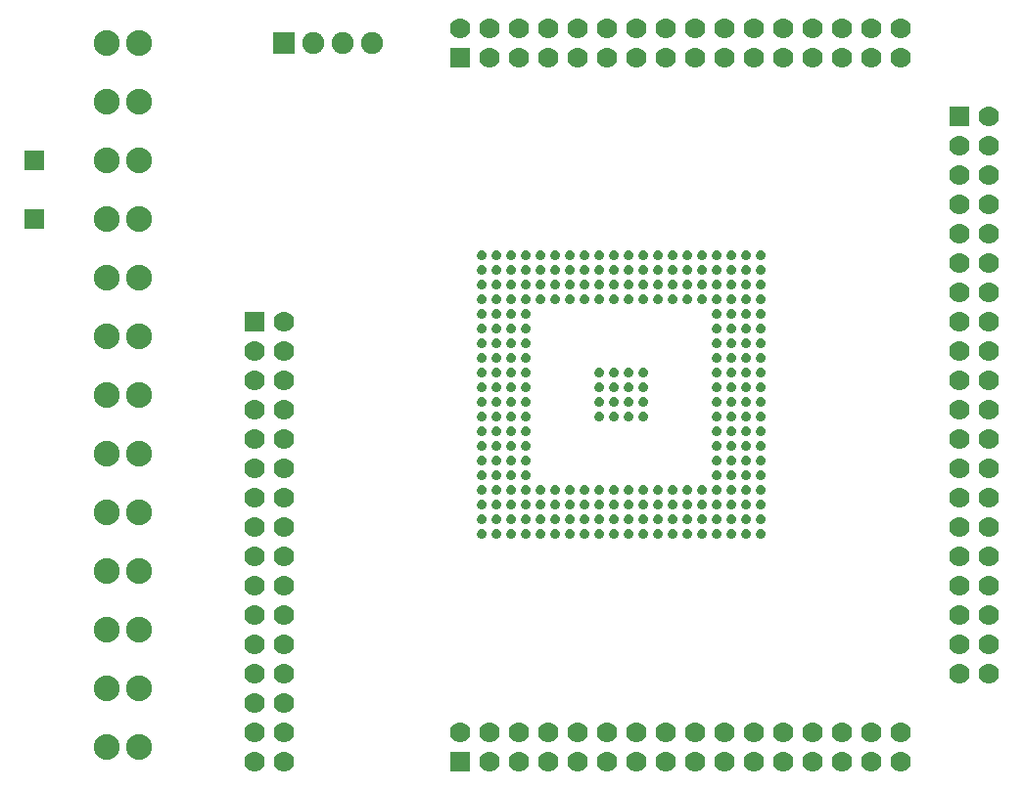
<source format=gts>
G04 Layer: TopSolderMaskLayer*
G04 EasyEDA v5.9.42, Mon, 25 Mar 2019 10:54:48 GMT*
G04 db78ead42679477a8d63b60b64d7050d*
G04 Gerber Generator version 0.2*
G04 Scale: 100 percent, Rotated: No, Reflected: No *
G04 Dimensions in inches *
G04 leading zeros omitted , absolute positions ,2 integer and 4 decimal *
%FSLAX24Y24*%
%MOIN*%
G90*
G70D02*

%ADD21R,0.070000X0.070000*%
%ADD22R,0.074929X0.074929*%
%ADD23C,0.074929*%
%ADD24C,0.088000*%
%ADD25C,0.070000*%

%LPD*%
G36*
G01X20223Y19715D02*
G01X20203Y19715D01*
G01X20185Y19719D01*
G01X20168Y19725D01*
G01X20150Y19732D01*
G01X20132Y19742D01*
G01X20118Y19755D01*
G01X20103Y19769D01*
G01X20092Y19784D01*
G01X20081Y19802D01*
G01X20075Y19817D01*
G01X20068Y19836D01*
G01X20064Y19857D01*
G01X20064Y19876D01*
G01X20064Y19894D01*
G01X20068Y19913D01*
G01X20075Y19932D01*
G01X20081Y19950D01*
G01X20092Y19967D01*
G01X20103Y19982D01*
G01X20118Y19996D01*
G01X20132Y20007D01*
G01X20150Y20017D01*
G01X20167Y20025D01*
G01X20185Y20032D01*
G01X20206Y20034D01*
G01X20223Y20036D01*
G01X20243Y20034D01*
G01X20263Y20032D01*
G01X20281Y20025D01*
G01X20297Y20017D01*
G01X20314Y20007D01*
G01X20331Y19996D01*
G01X20344Y19982D01*
G01X20356Y19967D01*
G01X20367Y19950D01*
G01X20375Y19930D01*
G01X20380Y19913D01*
G01X20384Y19896D01*
G01X20385Y19876D01*
G01X20384Y19855D01*
G01X20380Y19836D01*
G01X20375Y19819D01*
G01X20367Y19802D01*
G01X20356Y19784D01*
G01X20344Y19769D01*
G01X20331Y19755D01*
G01X20314Y19742D01*
G01X20297Y19732D01*
G01X20281Y19725D01*
G01X20263Y19719D01*
G01X20244Y19715D01*
G01X20223Y19715D01*
G37*
G36*
G01X20723Y19715D02*
G01X20703Y19715D01*
G01X20685Y19719D01*
G01X20668Y19725D01*
G01X20650Y19732D01*
G01X20632Y19742D01*
G01X20618Y19755D01*
G01X20603Y19769D01*
G01X20592Y19784D01*
G01X20581Y19802D01*
G01X20575Y19817D01*
G01X20568Y19836D01*
G01X20564Y19857D01*
G01X20564Y19876D01*
G01X20564Y19894D01*
G01X20568Y19913D01*
G01X20575Y19932D01*
G01X20581Y19950D01*
G01X20592Y19967D01*
G01X20603Y19982D01*
G01X20618Y19996D01*
G01X20632Y20007D01*
G01X20650Y20017D01*
G01X20667Y20025D01*
G01X20685Y20032D01*
G01X20706Y20034D01*
G01X20723Y20036D01*
G01X20743Y20034D01*
G01X20763Y20032D01*
G01X20781Y20025D01*
G01X20797Y20017D01*
G01X20814Y20007D01*
G01X20831Y19996D01*
G01X20844Y19982D01*
G01X20856Y19967D01*
G01X20867Y19950D01*
G01X20875Y19930D01*
G01X20880Y19913D01*
G01X20884Y19896D01*
G01X20885Y19876D01*
G01X20884Y19855D01*
G01X20880Y19836D01*
G01X20875Y19819D01*
G01X20867Y19802D01*
G01X20856Y19784D01*
G01X20844Y19769D01*
G01X20831Y19755D01*
G01X20814Y19742D01*
G01X20797Y19732D01*
G01X20781Y19725D01*
G01X20763Y19719D01*
G01X20744Y19715D01*
G01X20723Y19715D01*
G37*
G36*
G01X21223Y19715D02*
G01X21203Y19715D01*
G01X21185Y19719D01*
G01X21168Y19725D01*
G01X21150Y19732D01*
G01X21132Y19742D01*
G01X21118Y19755D01*
G01X21103Y19769D01*
G01X21092Y19784D01*
G01X21081Y19802D01*
G01X21075Y19817D01*
G01X21068Y19836D01*
G01X21064Y19857D01*
G01X21064Y19876D01*
G01X21064Y19894D01*
G01X21068Y19913D01*
G01X21075Y19932D01*
G01X21081Y19950D01*
G01X21092Y19967D01*
G01X21103Y19982D01*
G01X21118Y19996D01*
G01X21132Y20007D01*
G01X21150Y20017D01*
G01X21167Y20025D01*
G01X21185Y20032D01*
G01X21206Y20034D01*
G01X21223Y20036D01*
G01X21243Y20034D01*
G01X21263Y20032D01*
G01X21281Y20025D01*
G01X21297Y20017D01*
G01X21314Y20007D01*
G01X21331Y19996D01*
G01X21344Y19982D01*
G01X21356Y19967D01*
G01X21367Y19950D01*
G01X21375Y19930D01*
G01X21380Y19913D01*
G01X21384Y19896D01*
G01X21385Y19876D01*
G01X21384Y19855D01*
G01X21380Y19836D01*
G01X21375Y19819D01*
G01X21367Y19802D01*
G01X21356Y19784D01*
G01X21344Y19769D01*
G01X21331Y19755D01*
G01X21314Y19742D01*
G01X21297Y19732D01*
G01X21281Y19725D01*
G01X21263Y19719D01*
G01X21244Y19715D01*
G01X21223Y19715D01*
G37*
G36*
G01X21723Y19715D02*
G01X21703Y19715D01*
G01X21685Y19719D01*
G01X21668Y19725D01*
G01X21650Y19732D01*
G01X21632Y19742D01*
G01X21618Y19755D01*
G01X21603Y19769D01*
G01X21592Y19784D01*
G01X21581Y19802D01*
G01X21575Y19817D01*
G01X21568Y19836D01*
G01X21564Y19857D01*
G01X21564Y19876D01*
G01X21564Y19894D01*
G01X21568Y19913D01*
G01X21575Y19932D01*
G01X21581Y19950D01*
G01X21592Y19967D01*
G01X21603Y19982D01*
G01X21618Y19996D01*
G01X21632Y20007D01*
G01X21650Y20017D01*
G01X21667Y20025D01*
G01X21685Y20032D01*
G01X21706Y20034D01*
G01X21723Y20036D01*
G01X21743Y20034D01*
G01X21763Y20032D01*
G01X21781Y20025D01*
G01X21797Y20017D01*
G01X21814Y20007D01*
G01X21831Y19996D01*
G01X21844Y19982D01*
G01X21856Y19967D01*
G01X21867Y19950D01*
G01X21875Y19930D01*
G01X21880Y19913D01*
G01X21884Y19896D01*
G01X21885Y19876D01*
G01X21884Y19855D01*
G01X21880Y19836D01*
G01X21875Y19819D01*
G01X21867Y19802D01*
G01X21856Y19784D01*
G01X21844Y19769D01*
G01X21831Y19755D01*
G01X21814Y19742D01*
G01X21797Y19732D01*
G01X21781Y19725D01*
G01X21763Y19719D01*
G01X21744Y19715D01*
G01X21723Y19715D01*
G37*
G36*
G01X22223Y19715D02*
G01X22203Y19715D01*
G01X22185Y19719D01*
G01X22168Y19725D01*
G01X22150Y19732D01*
G01X22132Y19742D01*
G01X22118Y19755D01*
G01X22103Y19769D01*
G01X22092Y19784D01*
G01X22081Y19802D01*
G01X22075Y19817D01*
G01X22068Y19836D01*
G01X22064Y19857D01*
G01X22064Y19876D01*
G01X22064Y19894D01*
G01X22068Y19913D01*
G01X22075Y19932D01*
G01X22081Y19950D01*
G01X22092Y19967D01*
G01X22103Y19982D01*
G01X22118Y19996D01*
G01X22132Y20007D01*
G01X22150Y20017D01*
G01X22167Y20025D01*
G01X22185Y20032D01*
G01X22206Y20034D01*
G01X22223Y20036D01*
G01X22243Y20034D01*
G01X22263Y20032D01*
G01X22281Y20025D01*
G01X22297Y20017D01*
G01X22314Y20007D01*
G01X22331Y19996D01*
G01X22344Y19982D01*
G01X22356Y19967D01*
G01X22367Y19950D01*
G01X22375Y19930D01*
G01X22380Y19913D01*
G01X22384Y19896D01*
G01X22385Y19876D01*
G01X22384Y19855D01*
G01X22380Y19836D01*
G01X22375Y19819D01*
G01X22367Y19802D01*
G01X22356Y19784D01*
G01X22344Y19769D01*
G01X22331Y19755D01*
G01X22314Y19742D01*
G01X22297Y19732D01*
G01X22281Y19725D01*
G01X22263Y19719D01*
G01X22244Y19715D01*
G01X22223Y19715D01*
G37*
G36*
G01X22723Y19715D02*
G01X22703Y19715D01*
G01X22685Y19719D01*
G01X22668Y19725D01*
G01X22650Y19732D01*
G01X22632Y19742D01*
G01X22618Y19755D01*
G01X22603Y19769D01*
G01X22592Y19784D01*
G01X22581Y19802D01*
G01X22575Y19817D01*
G01X22568Y19836D01*
G01X22564Y19857D01*
G01X22564Y19876D01*
G01X22564Y19894D01*
G01X22568Y19913D01*
G01X22575Y19932D01*
G01X22581Y19950D01*
G01X22592Y19967D01*
G01X22603Y19982D01*
G01X22618Y19996D01*
G01X22632Y20007D01*
G01X22650Y20017D01*
G01X22667Y20025D01*
G01X22685Y20032D01*
G01X22706Y20034D01*
G01X22723Y20036D01*
G01X22743Y20034D01*
G01X22763Y20032D01*
G01X22781Y20025D01*
G01X22797Y20017D01*
G01X22814Y20007D01*
G01X22831Y19996D01*
G01X22844Y19982D01*
G01X22856Y19967D01*
G01X22867Y19950D01*
G01X22875Y19930D01*
G01X22880Y19913D01*
G01X22884Y19896D01*
G01X22885Y19876D01*
G01X22884Y19855D01*
G01X22880Y19836D01*
G01X22875Y19819D01*
G01X22867Y19802D01*
G01X22856Y19784D01*
G01X22844Y19769D01*
G01X22831Y19755D01*
G01X22814Y19742D01*
G01X22797Y19732D01*
G01X22781Y19725D01*
G01X22763Y19719D01*
G01X22744Y19715D01*
G01X22723Y19715D01*
G37*
G36*
G01X23223Y19715D02*
G01X23203Y19715D01*
G01X23185Y19719D01*
G01X23168Y19725D01*
G01X23150Y19732D01*
G01X23132Y19742D01*
G01X23118Y19755D01*
G01X23103Y19769D01*
G01X23092Y19784D01*
G01X23081Y19802D01*
G01X23075Y19817D01*
G01X23068Y19836D01*
G01X23064Y19857D01*
G01X23064Y19876D01*
G01X23064Y19894D01*
G01X23068Y19913D01*
G01X23075Y19932D01*
G01X23081Y19950D01*
G01X23092Y19967D01*
G01X23103Y19982D01*
G01X23118Y19996D01*
G01X23132Y20007D01*
G01X23150Y20017D01*
G01X23167Y20025D01*
G01X23185Y20032D01*
G01X23206Y20034D01*
G01X23223Y20036D01*
G01X23243Y20034D01*
G01X23263Y20032D01*
G01X23281Y20025D01*
G01X23297Y20017D01*
G01X23314Y20007D01*
G01X23331Y19996D01*
G01X23344Y19982D01*
G01X23356Y19967D01*
G01X23367Y19950D01*
G01X23375Y19930D01*
G01X23380Y19913D01*
G01X23384Y19896D01*
G01X23385Y19876D01*
G01X23384Y19855D01*
G01X23380Y19836D01*
G01X23375Y19819D01*
G01X23367Y19802D01*
G01X23356Y19784D01*
G01X23344Y19769D01*
G01X23331Y19755D01*
G01X23314Y19742D01*
G01X23297Y19732D01*
G01X23281Y19725D01*
G01X23263Y19719D01*
G01X23244Y19715D01*
G01X23223Y19715D01*
G37*
G36*
G01X23723Y19715D02*
G01X23703Y19715D01*
G01X23685Y19719D01*
G01X23668Y19725D01*
G01X23650Y19732D01*
G01X23632Y19742D01*
G01X23618Y19755D01*
G01X23603Y19769D01*
G01X23592Y19784D01*
G01X23581Y19802D01*
G01X23575Y19817D01*
G01X23568Y19836D01*
G01X23564Y19857D01*
G01X23564Y19876D01*
G01X23564Y19894D01*
G01X23568Y19913D01*
G01X23575Y19932D01*
G01X23581Y19950D01*
G01X23592Y19967D01*
G01X23603Y19982D01*
G01X23618Y19996D01*
G01X23632Y20007D01*
G01X23650Y20017D01*
G01X23667Y20025D01*
G01X23685Y20032D01*
G01X23706Y20034D01*
G01X23723Y20036D01*
G01X23743Y20034D01*
G01X23763Y20032D01*
G01X23781Y20025D01*
G01X23797Y20017D01*
G01X23814Y20007D01*
G01X23831Y19996D01*
G01X23844Y19982D01*
G01X23856Y19967D01*
G01X23867Y19950D01*
G01X23875Y19930D01*
G01X23880Y19913D01*
G01X23884Y19896D01*
G01X23885Y19876D01*
G01X23884Y19855D01*
G01X23880Y19836D01*
G01X23875Y19819D01*
G01X23867Y19802D01*
G01X23856Y19784D01*
G01X23844Y19769D01*
G01X23831Y19755D01*
G01X23814Y19742D01*
G01X23797Y19732D01*
G01X23781Y19725D01*
G01X23763Y19719D01*
G01X23744Y19715D01*
G01X23723Y19715D01*
G37*
G36*
G01X24223Y19715D02*
G01X24203Y19715D01*
G01X24185Y19719D01*
G01X24168Y19725D01*
G01X24150Y19732D01*
G01X24132Y19742D01*
G01X24118Y19755D01*
G01X24103Y19769D01*
G01X24092Y19784D01*
G01X24081Y19802D01*
G01X24075Y19817D01*
G01X24068Y19836D01*
G01X24064Y19857D01*
G01X24064Y19876D01*
G01X24064Y19894D01*
G01X24068Y19913D01*
G01X24075Y19932D01*
G01X24081Y19950D01*
G01X24092Y19967D01*
G01X24103Y19982D01*
G01X24118Y19996D01*
G01X24132Y20007D01*
G01X24150Y20017D01*
G01X24167Y20025D01*
G01X24185Y20032D01*
G01X24206Y20034D01*
G01X24223Y20036D01*
G01X24243Y20034D01*
G01X24263Y20032D01*
G01X24281Y20025D01*
G01X24297Y20017D01*
G01X24314Y20007D01*
G01X24331Y19996D01*
G01X24344Y19982D01*
G01X24356Y19967D01*
G01X24367Y19950D01*
G01X24375Y19930D01*
G01X24380Y19913D01*
G01X24384Y19896D01*
G01X24385Y19876D01*
G01X24384Y19855D01*
G01X24380Y19836D01*
G01X24375Y19819D01*
G01X24367Y19802D01*
G01X24356Y19784D01*
G01X24344Y19769D01*
G01X24331Y19755D01*
G01X24314Y19742D01*
G01X24297Y19732D01*
G01X24281Y19725D01*
G01X24263Y19719D01*
G01X24244Y19715D01*
G01X24223Y19715D01*
G37*
G36*
G01X24723Y19715D02*
G01X24703Y19715D01*
G01X24685Y19719D01*
G01X24668Y19725D01*
G01X24650Y19732D01*
G01X24632Y19742D01*
G01X24618Y19755D01*
G01X24603Y19769D01*
G01X24592Y19784D01*
G01X24581Y19802D01*
G01X24575Y19817D01*
G01X24568Y19836D01*
G01X24564Y19857D01*
G01X24564Y19876D01*
G01X24564Y19894D01*
G01X24568Y19913D01*
G01X24575Y19932D01*
G01X24581Y19950D01*
G01X24592Y19967D01*
G01X24603Y19982D01*
G01X24618Y19996D01*
G01X24632Y20007D01*
G01X24650Y20017D01*
G01X24667Y20025D01*
G01X24685Y20032D01*
G01X24706Y20034D01*
G01X24723Y20036D01*
G01X24743Y20034D01*
G01X24763Y20032D01*
G01X24781Y20025D01*
G01X24797Y20017D01*
G01X24814Y20007D01*
G01X24831Y19996D01*
G01X24844Y19982D01*
G01X24856Y19967D01*
G01X24867Y19950D01*
G01X24875Y19930D01*
G01X24880Y19913D01*
G01X24884Y19896D01*
G01X24885Y19876D01*
G01X24884Y19855D01*
G01X24880Y19836D01*
G01X24875Y19819D01*
G01X24867Y19802D01*
G01X24856Y19784D01*
G01X24844Y19769D01*
G01X24831Y19755D01*
G01X24814Y19742D01*
G01X24797Y19732D01*
G01X24781Y19725D01*
G01X24763Y19719D01*
G01X24744Y19715D01*
G01X24723Y19715D01*
G37*
G36*
G01X25223Y19715D02*
G01X25203Y19715D01*
G01X25185Y19719D01*
G01X25168Y19725D01*
G01X25150Y19732D01*
G01X25132Y19742D01*
G01X25118Y19755D01*
G01X25103Y19769D01*
G01X25092Y19784D01*
G01X25081Y19802D01*
G01X25075Y19817D01*
G01X25068Y19836D01*
G01X25064Y19857D01*
G01X25064Y19876D01*
G01X25064Y19894D01*
G01X25068Y19913D01*
G01X25075Y19932D01*
G01X25081Y19950D01*
G01X25092Y19967D01*
G01X25103Y19982D01*
G01X25118Y19996D01*
G01X25132Y20007D01*
G01X25150Y20017D01*
G01X25167Y20025D01*
G01X25185Y20032D01*
G01X25206Y20034D01*
G01X25223Y20036D01*
G01X25243Y20034D01*
G01X25263Y20032D01*
G01X25281Y20025D01*
G01X25297Y20017D01*
G01X25314Y20007D01*
G01X25331Y19996D01*
G01X25344Y19982D01*
G01X25356Y19967D01*
G01X25367Y19950D01*
G01X25375Y19930D01*
G01X25380Y19913D01*
G01X25384Y19896D01*
G01X25385Y19876D01*
G01X25384Y19855D01*
G01X25380Y19836D01*
G01X25375Y19819D01*
G01X25367Y19802D01*
G01X25356Y19784D01*
G01X25344Y19769D01*
G01X25331Y19755D01*
G01X25314Y19742D01*
G01X25297Y19732D01*
G01X25281Y19725D01*
G01X25263Y19719D01*
G01X25244Y19715D01*
G01X25223Y19715D01*
G37*
G36*
G01X25723Y19715D02*
G01X25703Y19715D01*
G01X25685Y19719D01*
G01X25668Y19725D01*
G01X25650Y19732D01*
G01X25632Y19742D01*
G01X25618Y19755D01*
G01X25603Y19769D01*
G01X25592Y19784D01*
G01X25581Y19802D01*
G01X25575Y19817D01*
G01X25568Y19836D01*
G01X25564Y19857D01*
G01X25564Y19876D01*
G01X25564Y19894D01*
G01X25568Y19913D01*
G01X25575Y19932D01*
G01X25581Y19950D01*
G01X25592Y19967D01*
G01X25603Y19982D01*
G01X25618Y19996D01*
G01X25632Y20007D01*
G01X25650Y20017D01*
G01X25667Y20025D01*
G01X25685Y20032D01*
G01X25706Y20034D01*
G01X25723Y20036D01*
G01X25743Y20034D01*
G01X25763Y20032D01*
G01X25781Y20025D01*
G01X25797Y20017D01*
G01X25814Y20007D01*
G01X25831Y19996D01*
G01X25844Y19982D01*
G01X25856Y19967D01*
G01X25867Y19950D01*
G01X25875Y19930D01*
G01X25880Y19913D01*
G01X25884Y19896D01*
G01X25885Y19876D01*
G01X25884Y19855D01*
G01X25880Y19836D01*
G01X25875Y19819D01*
G01X25867Y19802D01*
G01X25856Y19784D01*
G01X25844Y19769D01*
G01X25831Y19755D01*
G01X25814Y19742D01*
G01X25797Y19732D01*
G01X25781Y19725D01*
G01X25763Y19719D01*
G01X25744Y19715D01*
G01X25723Y19715D01*
G37*
G36*
G01X26223Y19715D02*
G01X26203Y19715D01*
G01X26185Y19719D01*
G01X26168Y19725D01*
G01X26150Y19732D01*
G01X26132Y19742D01*
G01X26118Y19755D01*
G01X26103Y19769D01*
G01X26092Y19784D01*
G01X26081Y19802D01*
G01X26075Y19817D01*
G01X26068Y19836D01*
G01X26064Y19857D01*
G01X26064Y19876D01*
G01X26064Y19894D01*
G01X26068Y19913D01*
G01X26075Y19932D01*
G01X26081Y19950D01*
G01X26092Y19967D01*
G01X26103Y19982D01*
G01X26118Y19996D01*
G01X26132Y20007D01*
G01X26150Y20017D01*
G01X26167Y20025D01*
G01X26185Y20032D01*
G01X26206Y20034D01*
G01X26223Y20036D01*
G01X26243Y20034D01*
G01X26263Y20032D01*
G01X26281Y20025D01*
G01X26297Y20017D01*
G01X26314Y20007D01*
G01X26331Y19996D01*
G01X26344Y19982D01*
G01X26356Y19967D01*
G01X26367Y19950D01*
G01X26375Y19930D01*
G01X26380Y19913D01*
G01X26384Y19896D01*
G01X26385Y19876D01*
G01X26384Y19855D01*
G01X26380Y19836D01*
G01X26375Y19819D01*
G01X26367Y19802D01*
G01X26356Y19784D01*
G01X26344Y19769D01*
G01X26331Y19755D01*
G01X26314Y19742D01*
G01X26297Y19732D01*
G01X26281Y19725D01*
G01X26263Y19719D01*
G01X26244Y19715D01*
G01X26223Y19715D01*
G37*
G36*
G01X26723Y19715D02*
G01X26703Y19715D01*
G01X26685Y19719D01*
G01X26668Y19725D01*
G01X26650Y19732D01*
G01X26632Y19742D01*
G01X26618Y19755D01*
G01X26603Y19769D01*
G01X26592Y19784D01*
G01X26581Y19802D01*
G01X26575Y19817D01*
G01X26568Y19836D01*
G01X26564Y19857D01*
G01X26564Y19876D01*
G01X26564Y19894D01*
G01X26568Y19913D01*
G01X26575Y19932D01*
G01X26581Y19950D01*
G01X26592Y19967D01*
G01X26603Y19982D01*
G01X26618Y19996D01*
G01X26632Y20007D01*
G01X26650Y20017D01*
G01X26667Y20025D01*
G01X26685Y20032D01*
G01X26706Y20034D01*
G01X26723Y20036D01*
G01X26743Y20034D01*
G01X26763Y20032D01*
G01X26781Y20025D01*
G01X26797Y20017D01*
G01X26814Y20007D01*
G01X26831Y19996D01*
G01X26844Y19982D01*
G01X26856Y19967D01*
G01X26867Y19950D01*
G01X26875Y19930D01*
G01X26880Y19913D01*
G01X26884Y19896D01*
G01X26885Y19876D01*
G01X26884Y19855D01*
G01X26880Y19836D01*
G01X26875Y19819D01*
G01X26867Y19802D01*
G01X26856Y19784D01*
G01X26844Y19769D01*
G01X26831Y19755D01*
G01X26814Y19742D01*
G01X26797Y19732D01*
G01X26781Y19725D01*
G01X26763Y19719D01*
G01X26744Y19715D01*
G01X26723Y19715D01*
G37*
G36*
G01X27223Y19715D02*
G01X27203Y19715D01*
G01X27185Y19719D01*
G01X27168Y19725D01*
G01X27150Y19732D01*
G01X27132Y19742D01*
G01X27118Y19755D01*
G01X27103Y19769D01*
G01X27092Y19784D01*
G01X27081Y19802D01*
G01X27075Y19817D01*
G01X27068Y19836D01*
G01X27064Y19857D01*
G01X27064Y19876D01*
G01X27064Y19894D01*
G01X27068Y19913D01*
G01X27075Y19932D01*
G01X27081Y19950D01*
G01X27092Y19967D01*
G01X27103Y19982D01*
G01X27118Y19996D01*
G01X27132Y20007D01*
G01X27150Y20017D01*
G01X27167Y20025D01*
G01X27185Y20032D01*
G01X27206Y20034D01*
G01X27223Y20036D01*
G01X27243Y20034D01*
G01X27263Y20032D01*
G01X27281Y20025D01*
G01X27297Y20017D01*
G01X27314Y20007D01*
G01X27331Y19996D01*
G01X27344Y19982D01*
G01X27356Y19967D01*
G01X27367Y19950D01*
G01X27375Y19930D01*
G01X27380Y19913D01*
G01X27384Y19896D01*
G01X27385Y19876D01*
G01X27384Y19855D01*
G01X27380Y19836D01*
G01X27375Y19819D01*
G01X27367Y19802D01*
G01X27356Y19784D01*
G01X27344Y19769D01*
G01X27331Y19755D01*
G01X27314Y19742D01*
G01X27297Y19732D01*
G01X27281Y19725D01*
G01X27263Y19719D01*
G01X27244Y19715D01*
G01X27223Y19715D01*
G37*
G36*
G01X27723Y19715D02*
G01X27703Y19715D01*
G01X27685Y19719D01*
G01X27668Y19725D01*
G01X27650Y19732D01*
G01X27632Y19742D01*
G01X27618Y19755D01*
G01X27603Y19769D01*
G01X27592Y19784D01*
G01X27581Y19802D01*
G01X27575Y19817D01*
G01X27568Y19836D01*
G01X27564Y19857D01*
G01X27564Y19876D01*
G01X27564Y19894D01*
G01X27568Y19913D01*
G01X27575Y19932D01*
G01X27581Y19950D01*
G01X27592Y19967D01*
G01X27603Y19982D01*
G01X27618Y19996D01*
G01X27632Y20007D01*
G01X27650Y20017D01*
G01X27667Y20025D01*
G01X27685Y20032D01*
G01X27706Y20034D01*
G01X27723Y20036D01*
G01X27743Y20034D01*
G01X27763Y20032D01*
G01X27781Y20025D01*
G01X27797Y20017D01*
G01X27814Y20007D01*
G01X27831Y19996D01*
G01X27844Y19982D01*
G01X27856Y19967D01*
G01X27867Y19950D01*
G01X27875Y19930D01*
G01X27880Y19913D01*
G01X27884Y19896D01*
G01X27885Y19876D01*
G01X27884Y19855D01*
G01X27880Y19836D01*
G01X27875Y19819D01*
G01X27867Y19802D01*
G01X27856Y19784D01*
G01X27844Y19769D01*
G01X27831Y19755D01*
G01X27814Y19742D01*
G01X27797Y19732D01*
G01X27781Y19725D01*
G01X27763Y19719D01*
G01X27744Y19715D01*
G01X27723Y19715D01*
G37*
G36*
G01X28223Y19715D02*
G01X28203Y19715D01*
G01X28185Y19719D01*
G01X28168Y19725D01*
G01X28150Y19732D01*
G01X28132Y19742D01*
G01X28118Y19755D01*
G01X28103Y19769D01*
G01X28092Y19784D01*
G01X28081Y19802D01*
G01X28075Y19817D01*
G01X28068Y19836D01*
G01X28064Y19857D01*
G01X28064Y19876D01*
G01X28064Y19894D01*
G01X28068Y19913D01*
G01X28075Y19932D01*
G01X28081Y19950D01*
G01X28092Y19967D01*
G01X28103Y19982D01*
G01X28118Y19996D01*
G01X28132Y20007D01*
G01X28150Y20017D01*
G01X28167Y20025D01*
G01X28185Y20032D01*
G01X28206Y20034D01*
G01X28223Y20036D01*
G01X28243Y20034D01*
G01X28263Y20032D01*
G01X28281Y20025D01*
G01X28297Y20017D01*
G01X28314Y20007D01*
G01X28331Y19996D01*
G01X28344Y19982D01*
G01X28356Y19967D01*
G01X28367Y19950D01*
G01X28375Y19930D01*
G01X28380Y19913D01*
G01X28384Y19896D01*
G01X28385Y19876D01*
G01X28384Y19855D01*
G01X28380Y19836D01*
G01X28375Y19819D01*
G01X28367Y19802D01*
G01X28356Y19784D01*
G01X28344Y19769D01*
G01X28331Y19755D01*
G01X28314Y19742D01*
G01X28297Y19732D01*
G01X28281Y19725D01*
G01X28263Y19719D01*
G01X28244Y19715D01*
G01X28223Y19715D01*
G37*
G36*
G01X28723Y19715D02*
G01X28703Y19715D01*
G01X28685Y19719D01*
G01X28668Y19725D01*
G01X28650Y19732D01*
G01X28632Y19742D01*
G01X28618Y19755D01*
G01X28603Y19769D01*
G01X28592Y19784D01*
G01X28581Y19802D01*
G01X28575Y19817D01*
G01X28568Y19836D01*
G01X28564Y19857D01*
G01X28564Y19876D01*
G01X28564Y19894D01*
G01X28568Y19913D01*
G01X28575Y19932D01*
G01X28581Y19950D01*
G01X28592Y19967D01*
G01X28603Y19982D01*
G01X28618Y19996D01*
G01X28632Y20007D01*
G01X28650Y20017D01*
G01X28667Y20025D01*
G01X28685Y20032D01*
G01X28706Y20034D01*
G01X28723Y20036D01*
G01X28743Y20034D01*
G01X28763Y20032D01*
G01X28781Y20025D01*
G01X28797Y20017D01*
G01X28814Y20007D01*
G01X28831Y19996D01*
G01X28844Y19982D01*
G01X28856Y19967D01*
G01X28867Y19950D01*
G01X28875Y19930D01*
G01X28880Y19913D01*
G01X28884Y19896D01*
G01X28885Y19876D01*
G01X28884Y19855D01*
G01X28880Y19836D01*
G01X28875Y19819D01*
G01X28867Y19802D01*
G01X28856Y19784D01*
G01X28844Y19769D01*
G01X28831Y19755D01*
G01X28814Y19742D01*
G01X28797Y19732D01*
G01X28781Y19725D01*
G01X28763Y19719D01*
G01X28744Y19715D01*
G01X28723Y19715D01*
G37*
G36*
G01X29223Y19715D02*
G01X29203Y19715D01*
G01X29185Y19719D01*
G01X29168Y19725D01*
G01X29150Y19732D01*
G01X29132Y19742D01*
G01X29118Y19755D01*
G01X29103Y19769D01*
G01X29092Y19784D01*
G01X29081Y19802D01*
G01X29075Y19817D01*
G01X29068Y19836D01*
G01X29064Y19857D01*
G01X29064Y19876D01*
G01X29064Y19894D01*
G01X29068Y19913D01*
G01X29075Y19932D01*
G01X29081Y19950D01*
G01X29092Y19967D01*
G01X29103Y19982D01*
G01X29118Y19996D01*
G01X29132Y20007D01*
G01X29150Y20017D01*
G01X29167Y20025D01*
G01X29185Y20032D01*
G01X29206Y20034D01*
G01X29223Y20036D01*
G01X29243Y20034D01*
G01X29263Y20032D01*
G01X29281Y20025D01*
G01X29297Y20017D01*
G01X29314Y20007D01*
G01X29331Y19996D01*
G01X29344Y19982D01*
G01X29356Y19967D01*
G01X29367Y19950D01*
G01X29375Y19930D01*
G01X29380Y19913D01*
G01X29384Y19896D01*
G01X29385Y19876D01*
G01X29384Y19855D01*
G01X29380Y19836D01*
G01X29375Y19819D01*
G01X29367Y19802D01*
G01X29356Y19784D01*
G01X29344Y19769D01*
G01X29331Y19755D01*
G01X29314Y19742D01*
G01X29297Y19732D01*
G01X29281Y19725D01*
G01X29263Y19719D01*
G01X29244Y19715D01*
G01X29223Y19715D01*
G37*
G36*
G01X29723Y19715D02*
G01X29703Y19715D01*
G01X29685Y19719D01*
G01X29668Y19725D01*
G01X29650Y19732D01*
G01X29632Y19742D01*
G01X29618Y19755D01*
G01X29603Y19769D01*
G01X29592Y19784D01*
G01X29581Y19802D01*
G01X29575Y19817D01*
G01X29568Y19836D01*
G01X29564Y19857D01*
G01X29564Y19876D01*
G01X29564Y19894D01*
G01X29568Y19913D01*
G01X29575Y19932D01*
G01X29581Y19950D01*
G01X29592Y19967D01*
G01X29603Y19982D01*
G01X29618Y19996D01*
G01X29632Y20007D01*
G01X29650Y20017D01*
G01X29667Y20025D01*
G01X29685Y20032D01*
G01X29706Y20034D01*
G01X29723Y20036D01*
G01X29743Y20034D01*
G01X29763Y20032D01*
G01X29781Y20025D01*
G01X29797Y20017D01*
G01X29814Y20007D01*
G01X29831Y19996D01*
G01X29844Y19982D01*
G01X29856Y19967D01*
G01X29867Y19950D01*
G01X29875Y19930D01*
G01X29880Y19913D01*
G01X29884Y19896D01*
G01X29885Y19876D01*
G01X29884Y19855D01*
G01X29880Y19836D01*
G01X29875Y19819D01*
G01X29867Y19802D01*
G01X29856Y19784D01*
G01X29844Y19769D01*
G01X29831Y19755D01*
G01X29814Y19742D01*
G01X29797Y19732D01*
G01X29781Y19725D01*
G01X29763Y19719D01*
G01X29744Y19715D01*
G01X29723Y19715D01*
G37*
G36*
G01X20223Y19215D02*
G01X20203Y19215D01*
G01X20185Y19219D01*
G01X20168Y19225D01*
G01X20150Y19232D01*
G01X20132Y19242D01*
G01X20118Y19255D01*
G01X20103Y19269D01*
G01X20092Y19284D01*
G01X20081Y19302D01*
G01X20075Y19317D01*
G01X20068Y19336D01*
G01X20064Y19357D01*
G01X20064Y19376D01*
G01X20064Y19394D01*
G01X20068Y19413D01*
G01X20075Y19432D01*
G01X20081Y19450D01*
G01X20092Y19467D01*
G01X20103Y19482D01*
G01X20118Y19496D01*
G01X20132Y19507D01*
G01X20150Y19517D01*
G01X20167Y19525D01*
G01X20185Y19532D01*
G01X20206Y19534D01*
G01X20223Y19536D01*
G01X20243Y19534D01*
G01X20263Y19532D01*
G01X20281Y19525D01*
G01X20297Y19517D01*
G01X20314Y19507D01*
G01X20331Y19496D01*
G01X20344Y19482D01*
G01X20356Y19467D01*
G01X20367Y19450D01*
G01X20375Y19430D01*
G01X20380Y19413D01*
G01X20384Y19396D01*
G01X20385Y19376D01*
G01X20384Y19355D01*
G01X20380Y19336D01*
G01X20375Y19319D01*
G01X20367Y19302D01*
G01X20356Y19284D01*
G01X20344Y19269D01*
G01X20331Y19255D01*
G01X20314Y19242D01*
G01X20297Y19232D01*
G01X20281Y19225D01*
G01X20263Y19219D01*
G01X20244Y19215D01*
G01X20223Y19215D01*
G37*
G36*
G01X20723Y19215D02*
G01X20703Y19215D01*
G01X20685Y19219D01*
G01X20668Y19225D01*
G01X20650Y19232D01*
G01X20632Y19242D01*
G01X20618Y19255D01*
G01X20603Y19269D01*
G01X20592Y19284D01*
G01X20581Y19302D01*
G01X20575Y19317D01*
G01X20568Y19336D01*
G01X20564Y19357D01*
G01X20564Y19376D01*
G01X20564Y19394D01*
G01X20568Y19413D01*
G01X20575Y19432D01*
G01X20581Y19450D01*
G01X20592Y19467D01*
G01X20603Y19482D01*
G01X20618Y19496D01*
G01X20632Y19507D01*
G01X20650Y19517D01*
G01X20667Y19525D01*
G01X20685Y19532D01*
G01X20706Y19534D01*
G01X20723Y19536D01*
G01X20743Y19534D01*
G01X20763Y19532D01*
G01X20781Y19525D01*
G01X20797Y19517D01*
G01X20814Y19507D01*
G01X20831Y19496D01*
G01X20844Y19482D01*
G01X20856Y19467D01*
G01X20867Y19450D01*
G01X20875Y19430D01*
G01X20880Y19413D01*
G01X20884Y19396D01*
G01X20885Y19376D01*
G01X20884Y19355D01*
G01X20880Y19336D01*
G01X20875Y19319D01*
G01X20867Y19302D01*
G01X20856Y19284D01*
G01X20844Y19269D01*
G01X20831Y19255D01*
G01X20814Y19242D01*
G01X20797Y19232D01*
G01X20781Y19225D01*
G01X20763Y19219D01*
G01X20744Y19215D01*
G01X20723Y19215D01*
G37*
G36*
G01X21223Y19215D02*
G01X21203Y19215D01*
G01X21185Y19219D01*
G01X21168Y19225D01*
G01X21150Y19232D01*
G01X21132Y19242D01*
G01X21118Y19255D01*
G01X21103Y19269D01*
G01X21092Y19284D01*
G01X21081Y19302D01*
G01X21075Y19317D01*
G01X21068Y19336D01*
G01X21064Y19357D01*
G01X21064Y19376D01*
G01X21064Y19394D01*
G01X21068Y19413D01*
G01X21075Y19432D01*
G01X21081Y19450D01*
G01X21092Y19467D01*
G01X21103Y19482D01*
G01X21118Y19496D01*
G01X21132Y19507D01*
G01X21150Y19517D01*
G01X21167Y19525D01*
G01X21185Y19532D01*
G01X21206Y19534D01*
G01X21223Y19536D01*
G01X21243Y19534D01*
G01X21263Y19532D01*
G01X21281Y19525D01*
G01X21297Y19517D01*
G01X21314Y19507D01*
G01X21331Y19496D01*
G01X21344Y19482D01*
G01X21356Y19467D01*
G01X21367Y19450D01*
G01X21375Y19430D01*
G01X21380Y19413D01*
G01X21384Y19396D01*
G01X21385Y19376D01*
G01X21384Y19355D01*
G01X21380Y19336D01*
G01X21375Y19319D01*
G01X21367Y19302D01*
G01X21356Y19284D01*
G01X21344Y19269D01*
G01X21331Y19255D01*
G01X21314Y19242D01*
G01X21297Y19232D01*
G01X21281Y19225D01*
G01X21263Y19219D01*
G01X21244Y19215D01*
G01X21223Y19215D01*
G37*
G36*
G01X21723Y19215D02*
G01X21703Y19215D01*
G01X21685Y19219D01*
G01X21668Y19225D01*
G01X21650Y19232D01*
G01X21632Y19242D01*
G01X21618Y19255D01*
G01X21603Y19269D01*
G01X21592Y19284D01*
G01X21581Y19302D01*
G01X21575Y19317D01*
G01X21568Y19336D01*
G01X21564Y19357D01*
G01X21564Y19376D01*
G01X21564Y19394D01*
G01X21568Y19413D01*
G01X21575Y19432D01*
G01X21581Y19450D01*
G01X21592Y19467D01*
G01X21603Y19482D01*
G01X21618Y19496D01*
G01X21632Y19507D01*
G01X21650Y19517D01*
G01X21667Y19525D01*
G01X21685Y19532D01*
G01X21706Y19534D01*
G01X21723Y19536D01*
G01X21743Y19534D01*
G01X21763Y19532D01*
G01X21781Y19525D01*
G01X21797Y19517D01*
G01X21814Y19507D01*
G01X21831Y19496D01*
G01X21844Y19482D01*
G01X21856Y19467D01*
G01X21867Y19450D01*
G01X21875Y19430D01*
G01X21880Y19413D01*
G01X21884Y19396D01*
G01X21885Y19376D01*
G01X21884Y19355D01*
G01X21880Y19336D01*
G01X21875Y19319D01*
G01X21867Y19302D01*
G01X21856Y19284D01*
G01X21844Y19269D01*
G01X21831Y19255D01*
G01X21814Y19242D01*
G01X21797Y19232D01*
G01X21781Y19225D01*
G01X21763Y19219D01*
G01X21744Y19215D01*
G01X21723Y19215D01*
G37*
G36*
G01X22223Y19215D02*
G01X22203Y19215D01*
G01X22185Y19219D01*
G01X22168Y19225D01*
G01X22150Y19232D01*
G01X22132Y19242D01*
G01X22118Y19255D01*
G01X22103Y19269D01*
G01X22092Y19284D01*
G01X22081Y19302D01*
G01X22075Y19317D01*
G01X22068Y19336D01*
G01X22064Y19357D01*
G01X22064Y19376D01*
G01X22064Y19394D01*
G01X22068Y19413D01*
G01X22075Y19432D01*
G01X22081Y19450D01*
G01X22092Y19467D01*
G01X22103Y19482D01*
G01X22118Y19496D01*
G01X22132Y19507D01*
G01X22150Y19517D01*
G01X22167Y19525D01*
G01X22185Y19532D01*
G01X22206Y19534D01*
G01X22223Y19536D01*
G01X22243Y19534D01*
G01X22263Y19532D01*
G01X22281Y19525D01*
G01X22297Y19517D01*
G01X22314Y19507D01*
G01X22331Y19496D01*
G01X22344Y19482D01*
G01X22356Y19467D01*
G01X22367Y19450D01*
G01X22375Y19430D01*
G01X22380Y19413D01*
G01X22384Y19396D01*
G01X22385Y19376D01*
G01X22384Y19355D01*
G01X22380Y19336D01*
G01X22375Y19319D01*
G01X22367Y19302D01*
G01X22356Y19284D01*
G01X22344Y19269D01*
G01X22331Y19255D01*
G01X22314Y19242D01*
G01X22297Y19232D01*
G01X22281Y19225D01*
G01X22263Y19219D01*
G01X22244Y19215D01*
G01X22223Y19215D01*
G37*
G36*
G01X22723Y19215D02*
G01X22703Y19215D01*
G01X22685Y19219D01*
G01X22668Y19225D01*
G01X22650Y19232D01*
G01X22632Y19242D01*
G01X22618Y19255D01*
G01X22603Y19269D01*
G01X22592Y19284D01*
G01X22581Y19302D01*
G01X22575Y19317D01*
G01X22568Y19336D01*
G01X22564Y19357D01*
G01X22564Y19376D01*
G01X22564Y19394D01*
G01X22568Y19413D01*
G01X22575Y19432D01*
G01X22581Y19450D01*
G01X22592Y19467D01*
G01X22603Y19482D01*
G01X22618Y19496D01*
G01X22632Y19507D01*
G01X22650Y19517D01*
G01X22667Y19525D01*
G01X22685Y19532D01*
G01X22706Y19534D01*
G01X22723Y19536D01*
G01X22743Y19534D01*
G01X22763Y19532D01*
G01X22781Y19525D01*
G01X22797Y19517D01*
G01X22814Y19507D01*
G01X22831Y19496D01*
G01X22844Y19482D01*
G01X22856Y19467D01*
G01X22867Y19450D01*
G01X22875Y19430D01*
G01X22880Y19413D01*
G01X22884Y19396D01*
G01X22885Y19376D01*
G01X22884Y19355D01*
G01X22880Y19336D01*
G01X22875Y19319D01*
G01X22867Y19302D01*
G01X22856Y19284D01*
G01X22844Y19269D01*
G01X22831Y19255D01*
G01X22814Y19242D01*
G01X22797Y19232D01*
G01X22781Y19225D01*
G01X22763Y19219D01*
G01X22744Y19215D01*
G01X22723Y19215D01*
G37*
G36*
G01X23223Y19215D02*
G01X23203Y19215D01*
G01X23185Y19219D01*
G01X23168Y19225D01*
G01X23150Y19232D01*
G01X23132Y19242D01*
G01X23118Y19255D01*
G01X23103Y19269D01*
G01X23092Y19284D01*
G01X23081Y19302D01*
G01X23075Y19317D01*
G01X23068Y19336D01*
G01X23064Y19357D01*
G01X23064Y19376D01*
G01X23064Y19394D01*
G01X23068Y19413D01*
G01X23075Y19432D01*
G01X23081Y19450D01*
G01X23092Y19467D01*
G01X23103Y19482D01*
G01X23118Y19496D01*
G01X23132Y19507D01*
G01X23150Y19517D01*
G01X23167Y19525D01*
G01X23185Y19532D01*
G01X23206Y19534D01*
G01X23223Y19536D01*
G01X23243Y19534D01*
G01X23263Y19532D01*
G01X23281Y19525D01*
G01X23297Y19517D01*
G01X23314Y19507D01*
G01X23331Y19496D01*
G01X23344Y19482D01*
G01X23356Y19467D01*
G01X23367Y19450D01*
G01X23375Y19430D01*
G01X23380Y19413D01*
G01X23384Y19396D01*
G01X23385Y19376D01*
G01X23384Y19355D01*
G01X23380Y19336D01*
G01X23375Y19319D01*
G01X23367Y19302D01*
G01X23356Y19284D01*
G01X23344Y19269D01*
G01X23331Y19255D01*
G01X23314Y19242D01*
G01X23297Y19232D01*
G01X23281Y19225D01*
G01X23263Y19219D01*
G01X23244Y19215D01*
G01X23223Y19215D01*
G37*
G36*
G01X23723Y19215D02*
G01X23703Y19215D01*
G01X23685Y19219D01*
G01X23668Y19225D01*
G01X23650Y19232D01*
G01X23632Y19242D01*
G01X23618Y19255D01*
G01X23603Y19269D01*
G01X23592Y19284D01*
G01X23581Y19302D01*
G01X23575Y19317D01*
G01X23568Y19336D01*
G01X23564Y19357D01*
G01X23564Y19376D01*
G01X23564Y19394D01*
G01X23568Y19413D01*
G01X23575Y19432D01*
G01X23581Y19450D01*
G01X23592Y19467D01*
G01X23603Y19482D01*
G01X23618Y19496D01*
G01X23632Y19507D01*
G01X23650Y19517D01*
G01X23667Y19525D01*
G01X23685Y19532D01*
G01X23706Y19534D01*
G01X23723Y19536D01*
G01X23743Y19534D01*
G01X23763Y19532D01*
G01X23781Y19525D01*
G01X23797Y19517D01*
G01X23814Y19507D01*
G01X23831Y19496D01*
G01X23844Y19482D01*
G01X23856Y19467D01*
G01X23867Y19450D01*
G01X23875Y19430D01*
G01X23880Y19413D01*
G01X23884Y19396D01*
G01X23885Y19376D01*
G01X23884Y19355D01*
G01X23880Y19336D01*
G01X23875Y19319D01*
G01X23867Y19302D01*
G01X23856Y19284D01*
G01X23844Y19269D01*
G01X23831Y19255D01*
G01X23814Y19242D01*
G01X23797Y19232D01*
G01X23781Y19225D01*
G01X23763Y19219D01*
G01X23744Y19215D01*
G01X23723Y19215D01*
G37*
G36*
G01X24223Y19215D02*
G01X24203Y19215D01*
G01X24185Y19219D01*
G01X24168Y19225D01*
G01X24150Y19232D01*
G01X24132Y19242D01*
G01X24118Y19255D01*
G01X24103Y19269D01*
G01X24092Y19284D01*
G01X24081Y19302D01*
G01X24075Y19317D01*
G01X24068Y19336D01*
G01X24064Y19357D01*
G01X24064Y19376D01*
G01X24064Y19394D01*
G01X24068Y19413D01*
G01X24075Y19432D01*
G01X24081Y19450D01*
G01X24092Y19467D01*
G01X24103Y19482D01*
G01X24118Y19496D01*
G01X24132Y19507D01*
G01X24150Y19517D01*
G01X24167Y19525D01*
G01X24185Y19532D01*
G01X24206Y19534D01*
G01X24223Y19536D01*
G01X24243Y19534D01*
G01X24263Y19532D01*
G01X24281Y19525D01*
G01X24297Y19517D01*
G01X24314Y19507D01*
G01X24331Y19496D01*
G01X24344Y19482D01*
G01X24356Y19467D01*
G01X24367Y19450D01*
G01X24375Y19430D01*
G01X24380Y19413D01*
G01X24384Y19396D01*
G01X24385Y19376D01*
G01X24384Y19355D01*
G01X24380Y19336D01*
G01X24375Y19319D01*
G01X24367Y19302D01*
G01X24356Y19284D01*
G01X24344Y19269D01*
G01X24331Y19255D01*
G01X24314Y19242D01*
G01X24297Y19232D01*
G01X24281Y19225D01*
G01X24263Y19219D01*
G01X24244Y19215D01*
G01X24223Y19215D01*
G37*
G36*
G01X24723Y19215D02*
G01X24703Y19215D01*
G01X24685Y19219D01*
G01X24668Y19225D01*
G01X24650Y19232D01*
G01X24632Y19242D01*
G01X24618Y19255D01*
G01X24603Y19269D01*
G01X24592Y19284D01*
G01X24581Y19302D01*
G01X24575Y19317D01*
G01X24568Y19336D01*
G01X24564Y19357D01*
G01X24564Y19376D01*
G01X24564Y19394D01*
G01X24568Y19413D01*
G01X24575Y19432D01*
G01X24581Y19450D01*
G01X24592Y19467D01*
G01X24603Y19482D01*
G01X24618Y19496D01*
G01X24632Y19507D01*
G01X24650Y19517D01*
G01X24667Y19525D01*
G01X24685Y19532D01*
G01X24706Y19534D01*
G01X24723Y19536D01*
G01X24743Y19534D01*
G01X24763Y19532D01*
G01X24781Y19525D01*
G01X24797Y19517D01*
G01X24814Y19507D01*
G01X24831Y19496D01*
G01X24844Y19482D01*
G01X24856Y19467D01*
G01X24867Y19450D01*
G01X24875Y19430D01*
G01X24880Y19413D01*
G01X24884Y19396D01*
G01X24885Y19376D01*
G01X24884Y19355D01*
G01X24880Y19336D01*
G01X24875Y19319D01*
G01X24867Y19302D01*
G01X24856Y19284D01*
G01X24844Y19269D01*
G01X24831Y19255D01*
G01X24814Y19242D01*
G01X24797Y19232D01*
G01X24781Y19225D01*
G01X24763Y19219D01*
G01X24744Y19215D01*
G01X24723Y19215D01*
G37*
G36*
G01X25223Y19215D02*
G01X25203Y19215D01*
G01X25185Y19219D01*
G01X25168Y19225D01*
G01X25150Y19232D01*
G01X25132Y19242D01*
G01X25118Y19255D01*
G01X25103Y19269D01*
G01X25092Y19284D01*
G01X25081Y19302D01*
G01X25075Y19317D01*
G01X25068Y19336D01*
G01X25064Y19357D01*
G01X25064Y19376D01*
G01X25064Y19394D01*
G01X25068Y19413D01*
G01X25075Y19432D01*
G01X25081Y19450D01*
G01X25092Y19467D01*
G01X25103Y19482D01*
G01X25118Y19496D01*
G01X25132Y19507D01*
G01X25150Y19517D01*
G01X25167Y19525D01*
G01X25185Y19532D01*
G01X25206Y19534D01*
G01X25223Y19536D01*
G01X25243Y19534D01*
G01X25263Y19532D01*
G01X25281Y19525D01*
G01X25297Y19517D01*
G01X25314Y19507D01*
G01X25331Y19496D01*
G01X25344Y19482D01*
G01X25356Y19467D01*
G01X25367Y19450D01*
G01X25375Y19430D01*
G01X25380Y19413D01*
G01X25384Y19396D01*
G01X25385Y19376D01*
G01X25384Y19355D01*
G01X25380Y19336D01*
G01X25375Y19319D01*
G01X25367Y19302D01*
G01X25356Y19284D01*
G01X25344Y19269D01*
G01X25331Y19255D01*
G01X25314Y19242D01*
G01X25297Y19232D01*
G01X25281Y19225D01*
G01X25263Y19219D01*
G01X25244Y19215D01*
G01X25223Y19215D01*
G37*
G36*
G01X25723Y19215D02*
G01X25703Y19215D01*
G01X25685Y19219D01*
G01X25668Y19225D01*
G01X25650Y19232D01*
G01X25632Y19242D01*
G01X25618Y19255D01*
G01X25603Y19269D01*
G01X25592Y19284D01*
G01X25581Y19302D01*
G01X25575Y19317D01*
G01X25568Y19336D01*
G01X25564Y19357D01*
G01X25564Y19376D01*
G01X25564Y19394D01*
G01X25568Y19413D01*
G01X25575Y19432D01*
G01X25581Y19450D01*
G01X25592Y19467D01*
G01X25603Y19482D01*
G01X25618Y19496D01*
G01X25632Y19507D01*
G01X25650Y19517D01*
G01X25667Y19525D01*
G01X25685Y19532D01*
G01X25706Y19534D01*
G01X25723Y19536D01*
G01X25743Y19534D01*
G01X25763Y19532D01*
G01X25781Y19525D01*
G01X25797Y19517D01*
G01X25814Y19507D01*
G01X25831Y19496D01*
G01X25844Y19482D01*
G01X25856Y19467D01*
G01X25867Y19450D01*
G01X25875Y19430D01*
G01X25880Y19413D01*
G01X25884Y19396D01*
G01X25885Y19376D01*
G01X25884Y19355D01*
G01X25880Y19336D01*
G01X25875Y19319D01*
G01X25867Y19302D01*
G01X25856Y19284D01*
G01X25844Y19269D01*
G01X25831Y19255D01*
G01X25814Y19242D01*
G01X25797Y19232D01*
G01X25781Y19225D01*
G01X25763Y19219D01*
G01X25744Y19215D01*
G01X25723Y19215D01*
G37*
G36*
G01X26223Y19215D02*
G01X26203Y19215D01*
G01X26185Y19219D01*
G01X26168Y19225D01*
G01X26150Y19232D01*
G01X26132Y19242D01*
G01X26118Y19255D01*
G01X26103Y19269D01*
G01X26092Y19284D01*
G01X26081Y19302D01*
G01X26075Y19317D01*
G01X26068Y19336D01*
G01X26064Y19357D01*
G01X26064Y19376D01*
G01X26064Y19394D01*
G01X26068Y19413D01*
G01X26075Y19432D01*
G01X26081Y19450D01*
G01X26092Y19467D01*
G01X26103Y19482D01*
G01X26118Y19496D01*
G01X26132Y19507D01*
G01X26150Y19517D01*
G01X26167Y19525D01*
G01X26185Y19532D01*
G01X26206Y19534D01*
G01X26223Y19536D01*
G01X26243Y19534D01*
G01X26263Y19532D01*
G01X26281Y19525D01*
G01X26297Y19517D01*
G01X26314Y19507D01*
G01X26331Y19496D01*
G01X26344Y19482D01*
G01X26356Y19467D01*
G01X26367Y19450D01*
G01X26375Y19430D01*
G01X26380Y19413D01*
G01X26384Y19396D01*
G01X26385Y19376D01*
G01X26384Y19355D01*
G01X26380Y19336D01*
G01X26375Y19319D01*
G01X26367Y19302D01*
G01X26356Y19284D01*
G01X26344Y19269D01*
G01X26331Y19255D01*
G01X26314Y19242D01*
G01X26297Y19232D01*
G01X26281Y19225D01*
G01X26263Y19219D01*
G01X26244Y19215D01*
G01X26223Y19215D01*
G37*
G36*
G01X26723Y19215D02*
G01X26703Y19215D01*
G01X26685Y19219D01*
G01X26668Y19225D01*
G01X26650Y19232D01*
G01X26632Y19242D01*
G01X26618Y19255D01*
G01X26603Y19269D01*
G01X26592Y19284D01*
G01X26581Y19302D01*
G01X26575Y19317D01*
G01X26568Y19336D01*
G01X26564Y19357D01*
G01X26564Y19376D01*
G01X26564Y19394D01*
G01X26568Y19413D01*
G01X26575Y19432D01*
G01X26581Y19450D01*
G01X26592Y19467D01*
G01X26603Y19482D01*
G01X26618Y19496D01*
G01X26632Y19507D01*
G01X26650Y19517D01*
G01X26667Y19525D01*
G01X26685Y19532D01*
G01X26706Y19534D01*
G01X26723Y19536D01*
G01X26743Y19534D01*
G01X26763Y19532D01*
G01X26781Y19525D01*
G01X26797Y19517D01*
G01X26814Y19507D01*
G01X26831Y19496D01*
G01X26844Y19482D01*
G01X26856Y19467D01*
G01X26867Y19450D01*
G01X26875Y19430D01*
G01X26880Y19413D01*
G01X26884Y19396D01*
G01X26885Y19376D01*
G01X26884Y19355D01*
G01X26880Y19336D01*
G01X26875Y19319D01*
G01X26867Y19302D01*
G01X26856Y19284D01*
G01X26844Y19269D01*
G01X26831Y19255D01*
G01X26814Y19242D01*
G01X26797Y19232D01*
G01X26781Y19225D01*
G01X26763Y19219D01*
G01X26744Y19215D01*
G01X26723Y19215D01*
G37*
G36*
G01X27223Y19215D02*
G01X27203Y19215D01*
G01X27185Y19219D01*
G01X27168Y19225D01*
G01X27150Y19232D01*
G01X27132Y19242D01*
G01X27118Y19255D01*
G01X27103Y19269D01*
G01X27092Y19284D01*
G01X27081Y19302D01*
G01X27075Y19317D01*
G01X27068Y19336D01*
G01X27064Y19357D01*
G01X27064Y19376D01*
G01X27064Y19394D01*
G01X27068Y19413D01*
G01X27075Y19432D01*
G01X27081Y19450D01*
G01X27092Y19467D01*
G01X27103Y19482D01*
G01X27118Y19496D01*
G01X27132Y19507D01*
G01X27150Y19517D01*
G01X27167Y19525D01*
G01X27185Y19532D01*
G01X27206Y19534D01*
G01X27223Y19536D01*
G01X27243Y19534D01*
G01X27263Y19532D01*
G01X27281Y19525D01*
G01X27297Y19517D01*
G01X27314Y19507D01*
G01X27331Y19496D01*
G01X27344Y19482D01*
G01X27356Y19467D01*
G01X27367Y19450D01*
G01X27375Y19430D01*
G01X27380Y19413D01*
G01X27384Y19396D01*
G01X27385Y19376D01*
G01X27384Y19355D01*
G01X27380Y19336D01*
G01X27375Y19319D01*
G01X27367Y19302D01*
G01X27356Y19284D01*
G01X27344Y19269D01*
G01X27331Y19255D01*
G01X27314Y19242D01*
G01X27297Y19232D01*
G01X27281Y19225D01*
G01X27263Y19219D01*
G01X27244Y19215D01*
G01X27223Y19215D01*
G37*
G36*
G01X27723Y19215D02*
G01X27703Y19215D01*
G01X27685Y19219D01*
G01X27668Y19225D01*
G01X27650Y19232D01*
G01X27632Y19242D01*
G01X27618Y19255D01*
G01X27603Y19269D01*
G01X27592Y19284D01*
G01X27581Y19302D01*
G01X27575Y19317D01*
G01X27568Y19336D01*
G01X27564Y19357D01*
G01X27564Y19376D01*
G01X27564Y19394D01*
G01X27568Y19413D01*
G01X27575Y19432D01*
G01X27581Y19450D01*
G01X27592Y19467D01*
G01X27603Y19482D01*
G01X27618Y19496D01*
G01X27632Y19507D01*
G01X27650Y19517D01*
G01X27667Y19525D01*
G01X27685Y19532D01*
G01X27706Y19534D01*
G01X27723Y19536D01*
G01X27743Y19534D01*
G01X27763Y19532D01*
G01X27781Y19525D01*
G01X27797Y19517D01*
G01X27814Y19507D01*
G01X27831Y19496D01*
G01X27844Y19482D01*
G01X27856Y19467D01*
G01X27867Y19450D01*
G01X27875Y19430D01*
G01X27880Y19413D01*
G01X27884Y19396D01*
G01X27885Y19376D01*
G01X27884Y19355D01*
G01X27880Y19336D01*
G01X27875Y19319D01*
G01X27867Y19302D01*
G01X27856Y19284D01*
G01X27844Y19269D01*
G01X27831Y19255D01*
G01X27814Y19242D01*
G01X27797Y19232D01*
G01X27781Y19225D01*
G01X27763Y19219D01*
G01X27744Y19215D01*
G01X27723Y19215D01*
G37*
G36*
G01X28223Y19215D02*
G01X28203Y19215D01*
G01X28185Y19219D01*
G01X28168Y19225D01*
G01X28150Y19232D01*
G01X28132Y19242D01*
G01X28118Y19255D01*
G01X28103Y19269D01*
G01X28092Y19284D01*
G01X28081Y19302D01*
G01X28075Y19317D01*
G01X28068Y19336D01*
G01X28064Y19357D01*
G01X28064Y19376D01*
G01X28064Y19394D01*
G01X28068Y19413D01*
G01X28075Y19432D01*
G01X28081Y19450D01*
G01X28092Y19467D01*
G01X28103Y19482D01*
G01X28118Y19496D01*
G01X28132Y19507D01*
G01X28150Y19517D01*
G01X28167Y19525D01*
G01X28185Y19532D01*
G01X28206Y19534D01*
G01X28223Y19536D01*
G01X28243Y19534D01*
G01X28263Y19532D01*
G01X28281Y19525D01*
G01X28297Y19517D01*
G01X28314Y19507D01*
G01X28331Y19496D01*
G01X28344Y19482D01*
G01X28356Y19467D01*
G01X28367Y19450D01*
G01X28375Y19430D01*
G01X28380Y19413D01*
G01X28384Y19396D01*
G01X28385Y19376D01*
G01X28384Y19355D01*
G01X28380Y19336D01*
G01X28375Y19319D01*
G01X28367Y19302D01*
G01X28356Y19284D01*
G01X28344Y19269D01*
G01X28331Y19255D01*
G01X28314Y19242D01*
G01X28297Y19232D01*
G01X28281Y19225D01*
G01X28263Y19219D01*
G01X28244Y19215D01*
G01X28223Y19215D01*
G37*
G36*
G01X28723Y19215D02*
G01X28703Y19215D01*
G01X28685Y19219D01*
G01X28668Y19225D01*
G01X28650Y19232D01*
G01X28632Y19242D01*
G01X28618Y19255D01*
G01X28603Y19269D01*
G01X28592Y19284D01*
G01X28581Y19302D01*
G01X28575Y19317D01*
G01X28568Y19336D01*
G01X28564Y19357D01*
G01X28564Y19376D01*
G01X28564Y19394D01*
G01X28568Y19413D01*
G01X28575Y19432D01*
G01X28581Y19450D01*
G01X28592Y19467D01*
G01X28603Y19482D01*
G01X28618Y19496D01*
G01X28632Y19507D01*
G01X28650Y19517D01*
G01X28667Y19525D01*
G01X28685Y19532D01*
G01X28706Y19534D01*
G01X28723Y19536D01*
G01X28743Y19534D01*
G01X28763Y19532D01*
G01X28781Y19525D01*
G01X28797Y19517D01*
G01X28814Y19507D01*
G01X28831Y19496D01*
G01X28844Y19482D01*
G01X28856Y19467D01*
G01X28867Y19450D01*
G01X28875Y19430D01*
G01X28880Y19413D01*
G01X28884Y19396D01*
G01X28885Y19376D01*
G01X28884Y19355D01*
G01X28880Y19336D01*
G01X28875Y19319D01*
G01X28867Y19302D01*
G01X28856Y19284D01*
G01X28844Y19269D01*
G01X28831Y19255D01*
G01X28814Y19242D01*
G01X28797Y19232D01*
G01X28781Y19225D01*
G01X28763Y19219D01*
G01X28744Y19215D01*
G01X28723Y19215D01*
G37*
G36*
G01X29223Y19215D02*
G01X29203Y19215D01*
G01X29185Y19219D01*
G01X29168Y19225D01*
G01X29150Y19232D01*
G01X29132Y19242D01*
G01X29118Y19255D01*
G01X29103Y19269D01*
G01X29092Y19284D01*
G01X29081Y19302D01*
G01X29075Y19317D01*
G01X29068Y19336D01*
G01X29064Y19357D01*
G01X29064Y19376D01*
G01X29064Y19394D01*
G01X29068Y19413D01*
G01X29075Y19432D01*
G01X29081Y19450D01*
G01X29092Y19467D01*
G01X29103Y19482D01*
G01X29118Y19496D01*
G01X29132Y19507D01*
G01X29150Y19517D01*
G01X29167Y19525D01*
G01X29185Y19532D01*
G01X29206Y19534D01*
G01X29223Y19536D01*
G01X29243Y19534D01*
G01X29263Y19532D01*
G01X29281Y19525D01*
G01X29297Y19517D01*
G01X29314Y19507D01*
G01X29331Y19496D01*
G01X29344Y19482D01*
G01X29356Y19467D01*
G01X29367Y19450D01*
G01X29375Y19430D01*
G01X29380Y19413D01*
G01X29384Y19396D01*
G01X29385Y19376D01*
G01X29384Y19355D01*
G01X29380Y19336D01*
G01X29375Y19319D01*
G01X29367Y19302D01*
G01X29356Y19284D01*
G01X29344Y19269D01*
G01X29331Y19255D01*
G01X29314Y19242D01*
G01X29297Y19232D01*
G01X29281Y19225D01*
G01X29263Y19219D01*
G01X29244Y19215D01*
G01X29223Y19215D01*
G37*
G36*
G01X29723Y19215D02*
G01X29703Y19215D01*
G01X29685Y19219D01*
G01X29668Y19225D01*
G01X29650Y19232D01*
G01X29632Y19242D01*
G01X29618Y19255D01*
G01X29603Y19269D01*
G01X29592Y19284D01*
G01X29581Y19302D01*
G01X29575Y19317D01*
G01X29568Y19336D01*
G01X29564Y19357D01*
G01X29564Y19376D01*
G01X29564Y19394D01*
G01X29568Y19413D01*
G01X29575Y19432D01*
G01X29581Y19450D01*
G01X29592Y19467D01*
G01X29603Y19482D01*
G01X29618Y19496D01*
G01X29632Y19507D01*
G01X29650Y19517D01*
G01X29667Y19525D01*
G01X29685Y19532D01*
G01X29706Y19534D01*
G01X29723Y19536D01*
G01X29743Y19534D01*
G01X29763Y19532D01*
G01X29781Y19525D01*
G01X29797Y19517D01*
G01X29814Y19507D01*
G01X29831Y19496D01*
G01X29844Y19482D01*
G01X29856Y19467D01*
G01X29867Y19450D01*
G01X29875Y19430D01*
G01X29880Y19413D01*
G01X29884Y19396D01*
G01X29885Y19376D01*
G01X29884Y19355D01*
G01X29880Y19336D01*
G01X29875Y19319D01*
G01X29867Y19302D01*
G01X29856Y19284D01*
G01X29844Y19269D01*
G01X29831Y19255D01*
G01X29814Y19242D01*
G01X29797Y19232D01*
G01X29781Y19225D01*
G01X29763Y19219D01*
G01X29744Y19215D01*
G01X29723Y19215D01*
G37*
G36*
G01X20223Y18715D02*
G01X20203Y18715D01*
G01X20185Y18719D01*
G01X20168Y18725D01*
G01X20150Y18732D01*
G01X20132Y18742D01*
G01X20118Y18755D01*
G01X20103Y18769D01*
G01X20092Y18784D01*
G01X20081Y18802D01*
G01X20075Y18817D01*
G01X20068Y18836D01*
G01X20064Y18857D01*
G01X20064Y18876D01*
G01X20064Y18894D01*
G01X20068Y18913D01*
G01X20075Y18932D01*
G01X20081Y18950D01*
G01X20092Y18967D01*
G01X20103Y18982D01*
G01X20118Y18996D01*
G01X20132Y19007D01*
G01X20150Y19017D01*
G01X20167Y19025D01*
G01X20185Y19032D01*
G01X20206Y19034D01*
G01X20223Y19036D01*
G01X20243Y19034D01*
G01X20263Y19032D01*
G01X20281Y19025D01*
G01X20297Y19017D01*
G01X20314Y19007D01*
G01X20331Y18996D01*
G01X20344Y18982D01*
G01X20356Y18967D01*
G01X20367Y18950D01*
G01X20375Y18930D01*
G01X20380Y18913D01*
G01X20384Y18896D01*
G01X20385Y18876D01*
G01X20384Y18855D01*
G01X20380Y18836D01*
G01X20375Y18819D01*
G01X20367Y18802D01*
G01X20356Y18784D01*
G01X20344Y18769D01*
G01X20331Y18755D01*
G01X20314Y18742D01*
G01X20297Y18732D01*
G01X20281Y18725D01*
G01X20263Y18719D01*
G01X20244Y18715D01*
G01X20223Y18715D01*
G37*
G36*
G01X20723Y18715D02*
G01X20703Y18715D01*
G01X20685Y18719D01*
G01X20668Y18725D01*
G01X20650Y18732D01*
G01X20632Y18742D01*
G01X20618Y18755D01*
G01X20603Y18769D01*
G01X20592Y18784D01*
G01X20581Y18802D01*
G01X20575Y18817D01*
G01X20568Y18836D01*
G01X20564Y18857D01*
G01X20564Y18876D01*
G01X20564Y18894D01*
G01X20568Y18913D01*
G01X20575Y18932D01*
G01X20581Y18950D01*
G01X20592Y18967D01*
G01X20603Y18982D01*
G01X20618Y18996D01*
G01X20632Y19007D01*
G01X20650Y19017D01*
G01X20667Y19025D01*
G01X20685Y19032D01*
G01X20706Y19034D01*
G01X20723Y19036D01*
G01X20743Y19034D01*
G01X20763Y19032D01*
G01X20781Y19025D01*
G01X20797Y19017D01*
G01X20814Y19007D01*
G01X20831Y18996D01*
G01X20844Y18982D01*
G01X20856Y18967D01*
G01X20867Y18950D01*
G01X20875Y18930D01*
G01X20880Y18913D01*
G01X20884Y18896D01*
G01X20885Y18876D01*
G01X20884Y18855D01*
G01X20880Y18836D01*
G01X20875Y18819D01*
G01X20867Y18802D01*
G01X20856Y18784D01*
G01X20844Y18769D01*
G01X20831Y18755D01*
G01X20814Y18742D01*
G01X20797Y18732D01*
G01X20781Y18725D01*
G01X20763Y18719D01*
G01X20744Y18715D01*
G01X20723Y18715D01*
G37*
G36*
G01X21223Y18715D02*
G01X21203Y18715D01*
G01X21185Y18719D01*
G01X21168Y18725D01*
G01X21150Y18732D01*
G01X21132Y18742D01*
G01X21118Y18755D01*
G01X21103Y18769D01*
G01X21092Y18784D01*
G01X21081Y18802D01*
G01X21075Y18817D01*
G01X21068Y18836D01*
G01X21064Y18857D01*
G01X21064Y18876D01*
G01X21064Y18894D01*
G01X21068Y18913D01*
G01X21075Y18932D01*
G01X21081Y18950D01*
G01X21092Y18967D01*
G01X21103Y18982D01*
G01X21118Y18996D01*
G01X21132Y19007D01*
G01X21150Y19017D01*
G01X21167Y19025D01*
G01X21185Y19032D01*
G01X21206Y19034D01*
G01X21223Y19036D01*
G01X21243Y19034D01*
G01X21263Y19032D01*
G01X21281Y19025D01*
G01X21297Y19017D01*
G01X21314Y19007D01*
G01X21331Y18996D01*
G01X21344Y18982D01*
G01X21356Y18967D01*
G01X21367Y18950D01*
G01X21375Y18930D01*
G01X21380Y18913D01*
G01X21384Y18896D01*
G01X21385Y18876D01*
G01X21384Y18855D01*
G01X21380Y18836D01*
G01X21375Y18819D01*
G01X21367Y18802D01*
G01X21356Y18784D01*
G01X21344Y18769D01*
G01X21331Y18755D01*
G01X21314Y18742D01*
G01X21297Y18732D01*
G01X21281Y18725D01*
G01X21263Y18719D01*
G01X21244Y18715D01*
G01X21223Y18715D01*
G37*
G36*
G01X21723Y18715D02*
G01X21703Y18715D01*
G01X21685Y18719D01*
G01X21668Y18725D01*
G01X21650Y18732D01*
G01X21632Y18742D01*
G01X21618Y18755D01*
G01X21603Y18769D01*
G01X21592Y18784D01*
G01X21581Y18802D01*
G01X21575Y18817D01*
G01X21568Y18836D01*
G01X21564Y18857D01*
G01X21564Y18876D01*
G01X21564Y18894D01*
G01X21568Y18913D01*
G01X21575Y18932D01*
G01X21581Y18950D01*
G01X21592Y18967D01*
G01X21603Y18982D01*
G01X21618Y18996D01*
G01X21632Y19007D01*
G01X21650Y19017D01*
G01X21667Y19025D01*
G01X21685Y19032D01*
G01X21706Y19034D01*
G01X21723Y19036D01*
G01X21743Y19034D01*
G01X21763Y19032D01*
G01X21781Y19025D01*
G01X21797Y19017D01*
G01X21814Y19007D01*
G01X21831Y18996D01*
G01X21844Y18982D01*
G01X21856Y18967D01*
G01X21867Y18950D01*
G01X21875Y18930D01*
G01X21880Y18913D01*
G01X21884Y18896D01*
G01X21885Y18876D01*
G01X21884Y18855D01*
G01X21880Y18836D01*
G01X21875Y18819D01*
G01X21867Y18802D01*
G01X21856Y18784D01*
G01X21844Y18769D01*
G01X21831Y18755D01*
G01X21814Y18742D01*
G01X21797Y18732D01*
G01X21781Y18725D01*
G01X21763Y18719D01*
G01X21744Y18715D01*
G01X21723Y18715D01*
G37*
G36*
G01X22223Y18715D02*
G01X22203Y18715D01*
G01X22185Y18719D01*
G01X22168Y18725D01*
G01X22150Y18732D01*
G01X22132Y18742D01*
G01X22118Y18755D01*
G01X22103Y18769D01*
G01X22092Y18784D01*
G01X22081Y18802D01*
G01X22075Y18817D01*
G01X22068Y18836D01*
G01X22064Y18857D01*
G01X22064Y18876D01*
G01X22064Y18894D01*
G01X22068Y18913D01*
G01X22075Y18932D01*
G01X22081Y18950D01*
G01X22092Y18967D01*
G01X22103Y18982D01*
G01X22118Y18996D01*
G01X22132Y19007D01*
G01X22150Y19017D01*
G01X22167Y19025D01*
G01X22185Y19032D01*
G01X22206Y19034D01*
G01X22223Y19036D01*
G01X22243Y19034D01*
G01X22263Y19032D01*
G01X22281Y19025D01*
G01X22297Y19017D01*
G01X22314Y19007D01*
G01X22331Y18996D01*
G01X22344Y18982D01*
G01X22356Y18967D01*
G01X22367Y18950D01*
G01X22375Y18930D01*
G01X22380Y18913D01*
G01X22384Y18896D01*
G01X22385Y18876D01*
G01X22384Y18855D01*
G01X22380Y18836D01*
G01X22375Y18819D01*
G01X22367Y18802D01*
G01X22356Y18784D01*
G01X22344Y18769D01*
G01X22331Y18755D01*
G01X22314Y18742D01*
G01X22297Y18732D01*
G01X22281Y18725D01*
G01X22263Y18719D01*
G01X22244Y18715D01*
G01X22223Y18715D01*
G37*
G36*
G01X22723Y18715D02*
G01X22703Y18715D01*
G01X22685Y18719D01*
G01X22668Y18725D01*
G01X22650Y18732D01*
G01X22632Y18742D01*
G01X22618Y18755D01*
G01X22603Y18769D01*
G01X22592Y18784D01*
G01X22581Y18802D01*
G01X22575Y18817D01*
G01X22568Y18836D01*
G01X22564Y18857D01*
G01X22564Y18876D01*
G01X22564Y18894D01*
G01X22568Y18913D01*
G01X22575Y18932D01*
G01X22581Y18950D01*
G01X22592Y18967D01*
G01X22603Y18982D01*
G01X22618Y18996D01*
G01X22632Y19007D01*
G01X22650Y19017D01*
G01X22667Y19025D01*
G01X22685Y19032D01*
G01X22706Y19034D01*
G01X22723Y19036D01*
G01X22743Y19034D01*
G01X22763Y19032D01*
G01X22781Y19025D01*
G01X22797Y19017D01*
G01X22814Y19007D01*
G01X22831Y18996D01*
G01X22844Y18982D01*
G01X22856Y18967D01*
G01X22867Y18950D01*
G01X22875Y18930D01*
G01X22880Y18913D01*
G01X22884Y18896D01*
G01X22885Y18876D01*
G01X22884Y18855D01*
G01X22880Y18836D01*
G01X22875Y18819D01*
G01X22867Y18802D01*
G01X22856Y18784D01*
G01X22844Y18769D01*
G01X22831Y18755D01*
G01X22814Y18742D01*
G01X22797Y18732D01*
G01X22781Y18725D01*
G01X22763Y18719D01*
G01X22744Y18715D01*
G01X22723Y18715D01*
G37*
G36*
G01X23223Y18715D02*
G01X23203Y18715D01*
G01X23185Y18719D01*
G01X23168Y18725D01*
G01X23150Y18732D01*
G01X23132Y18742D01*
G01X23118Y18755D01*
G01X23103Y18769D01*
G01X23092Y18784D01*
G01X23081Y18802D01*
G01X23075Y18817D01*
G01X23068Y18836D01*
G01X23064Y18857D01*
G01X23064Y18876D01*
G01X23064Y18894D01*
G01X23068Y18913D01*
G01X23075Y18932D01*
G01X23081Y18950D01*
G01X23092Y18967D01*
G01X23103Y18982D01*
G01X23118Y18996D01*
G01X23132Y19007D01*
G01X23150Y19017D01*
G01X23167Y19025D01*
G01X23185Y19032D01*
G01X23206Y19034D01*
G01X23223Y19036D01*
G01X23243Y19034D01*
G01X23263Y19032D01*
G01X23281Y19025D01*
G01X23297Y19017D01*
G01X23314Y19007D01*
G01X23331Y18996D01*
G01X23344Y18982D01*
G01X23356Y18967D01*
G01X23367Y18950D01*
G01X23375Y18930D01*
G01X23380Y18913D01*
G01X23384Y18896D01*
G01X23385Y18876D01*
G01X23384Y18855D01*
G01X23380Y18836D01*
G01X23375Y18819D01*
G01X23367Y18802D01*
G01X23356Y18784D01*
G01X23344Y18769D01*
G01X23331Y18755D01*
G01X23314Y18742D01*
G01X23297Y18732D01*
G01X23281Y18725D01*
G01X23263Y18719D01*
G01X23244Y18715D01*
G01X23223Y18715D01*
G37*
G36*
G01X23723Y18715D02*
G01X23703Y18715D01*
G01X23685Y18719D01*
G01X23668Y18725D01*
G01X23650Y18732D01*
G01X23632Y18742D01*
G01X23618Y18755D01*
G01X23603Y18769D01*
G01X23592Y18784D01*
G01X23581Y18802D01*
G01X23575Y18817D01*
G01X23568Y18836D01*
G01X23564Y18857D01*
G01X23564Y18876D01*
G01X23564Y18894D01*
G01X23568Y18913D01*
G01X23575Y18932D01*
G01X23581Y18950D01*
G01X23592Y18967D01*
G01X23603Y18982D01*
G01X23618Y18996D01*
G01X23632Y19007D01*
G01X23650Y19017D01*
G01X23667Y19025D01*
G01X23685Y19032D01*
G01X23706Y19034D01*
G01X23723Y19036D01*
G01X23743Y19034D01*
G01X23763Y19032D01*
G01X23781Y19025D01*
G01X23797Y19017D01*
G01X23814Y19007D01*
G01X23831Y18996D01*
G01X23844Y18982D01*
G01X23856Y18967D01*
G01X23867Y18950D01*
G01X23875Y18930D01*
G01X23880Y18913D01*
G01X23884Y18896D01*
G01X23885Y18876D01*
G01X23884Y18855D01*
G01X23880Y18836D01*
G01X23875Y18819D01*
G01X23867Y18802D01*
G01X23856Y18784D01*
G01X23844Y18769D01*
G01X23831Y18755D01*
G01X23814Y18742D01*
G01X23797Y18732D01*
G01X23781Y18725D01*
G01X23763Y18719D01*
G01X23744Y18715D01*
G01X23723Y18715D01*
G37*
G36*
G01X24223Y18715D02*
G01X24203Y18715D01*
G01X24185Y18719D01*
G01X24168Y18725D01*
G01X24150Y18732D01*
G01X24132Y18742D01*
G01X24118Y18755D01*
G01X24103Y18769D01*
G01X24092Y18784D01*
G01X24081Y18802D01*
G01X24075Y18817D01*
G01X24068Y18836D01*
G01X24064Y18857D01*
G01X24064Y18876D01*
G01X24064Y18894D01*
G01X24068Y18913D01*
G01X24075Y18932D01*
G01X24081Y18950D01*
G01X24092Y18967D01*
G01X24103Y18982D01*
G01X24118Y18996D01*
G01X24132Y19007D01*
G01X24150Y19017D01*
G01X24167Y19025D01*
G01X24185Y19032D01*
G01X24206Y19034D01*
G01X24223Y19036D01*
G01X24243Y19034D01*
G01X24263Y19032D01*
G01X24281Y19025D01*
G01X24297Y19017D01*
G01X24314Y19007D01*
G01X24331Y18996D01*
G01X24344Y18982D01*
G01X24356Y18967D01*
G01X24367Y18950D01*
G01X24375Y18930D01*
G01X24380Y18913D01*
G01X24384Y18896D01*
G01X24385Y18876D01*
G01X24384Y18855D01*
G01X24380Y18836D01*
G01X24375Y18819D01*
G01X24367Y18802D01*
G01X24356Y18784D01*
G01X24344Y18769D01*
G01X24331Y18755D01*
G01X24314Y18742D01*
G01X24297Y18732D01*
G01X24281Y18725D01*
G01X24263Y18719D01*
G01X24244Y18715D01*
G01X24223Y18715D01*
G37*
G36*
G01X24723Y18715D02*
G01X24703Y18715D01*
G01X24685Y18719D01*
G01X24668Y18725D01*
G01X24650Y18732D01*
G01X24632Y18742D01*
G01X24618Y18755D01*
G01X24603Y18769D01*
G01X24592Y18784D01*
G01X24581Y18802D01*
G01X24575Y18817D01*
G01X24568Y18836D01*
G01X24564Y18857D01*
G01X24564Y18876D01*
G01X24564Y18894D01*
G01X24568Y18913D01*
G01X24575Y18932D01*
G01X24581Y18950D01*
G01X24592Y18967D01*
G01X24603Y18982D01*
G01X24618Y18996D01*
G01X24632Y19007D01*
G01X24650Y19017D01*
G01X24667Y19025D01*
G01X24685Y19032D01*
G01X24706Y19034D01*
G01X24723Y19036D01*
G01X24743Y19034D01*
G01X24763Y19032D01*
G01X24781Y19025D01*
G01X24797Y19017D01*
G01X24814Y19007D01*
G01X24831Y18996D01*
G01X24844Y18982D01*
G01X24856Y18967D01*
G01X24867Y18950D01*
G01X24875Y18930D01*
G01X24880Y18913D01*
G01X24884Y18896D01*
G01X24885Y18876D01*
G01X24884Y18855D01*
G01X24880Y18836D01*
G01X24875Y18819D01*
G01X24867Y18802D01*
G01X24856Y18784D01*
G01X24844Y18769D01*
G01X24831Y18755D01*
G01X24814Y18742D01*
G01X24797Y18732D01*
G01X24781Y18725D01*
G01X24763Y18719D01*
G01X24744Y18715D01*
G01X24723Y18715D01*
G37*
G36*
G01X25223Y18715D02*
G01X25203Y18715D01*
G01X25185Y18719D01*
G01X25168Y18725D01*
G01X25150Y18732D01*
G01X25132Y18742D01*
G01X25118Y18755D01*
G01X25103Y18769D01*
G01X25092Y18784D01*
G01X25081Y18802D01*
G01X25075Y18817D01*
G01X25068Y18836D01*
G01X25064Y18857D01*
G01X25064Y18876D01*
G01X25064Y18894D01*
G01X25068Y18913D01*
G01X25075Y18932D01*
G01X25081Y18950D01*
G01X25092Y18967D01*
G01X25103Y18982D01*
G01X25118Y18996D01*
G01X25132Y19007D01*
G01X25150Y19017D01*
G01X25167Y19025D01*
G01X25185Y19032D01*
G01X25206Y19034D01*
G01X25223Y19036D01*
G01X25243Y19034D01*
G01X25263Y19032D01*
G01X25281Y19025D01*
G01X25297Y19017D01*
G01X25314Y19007D01*
G01X25331Y18996D01*
G01X25344Y18982D01*
G01X25356Y18967D01*
G01X25367Y18950D01*
G01X25375Y18930D01*
G01X25380Y18913D01*
G01X25384Y18896D01*
G01X25385Y18876D01*
G01X25384Y18855D01*
G01X25380Y18836D01*
G01X25375Y18819D01*
G01X25367Y18802D01*
G01X25356Y18784D01*
G01X25344Y18769D01*
G01X25331Y18755D01*
G01X25314Y18742D01*
G01X25297Y18732D01*
G01X25281Y18725D01*
G01X25263Y18719D01*
G01X25244Y18715D01*
G01X25223Y18715D01*
G37*
G36*
G01X25723Y18715D02*
G01X25703Y18715D01*
G01X25685Y18719D01*
G01X25668Y18725D01*
G01X25650Y18732D01*
G01X25632Y18742D01*
G01X25618Y18755D01*
G01X25603Y18769D01*
G01X25592Y18784D01*
G01X25581Y18802D01*
G01X25575Y18817D01*
G01X25568Y18836D01*
G01X25564Y18857D01*
G01X25564Y18876D01*
G01X25564Y18894D01*
G01X25568Y18913D01*
G01X25575Y18932D01*
G01X25581Y18950D01*
G01X25592Y18967D01*
G01X25603Y18982D01*
G01X25618Y18996D01*
G01X25632Y19007D01*
G01X25650Y19017D01*
G01X25667Y19025D01*
G01X25685Y19032D01*
G01X25706Y19034D01*
G01X25723Y19036D01*
G01X25743Y19034D01*
G01X25763Y19032D01*
G01X25781Y19025D01*
G01X25797Y19017D01*
G01X25814Y19007D01*
G01X25831Y18996D01*
G01X25844Y18982D01*
G01X25856Y18967D01*
G01X25867Y18950D01*
G01X25875Y18930D01*
G01X25880Y18913D01*
G01X25884Y18896D01*
G01X25885Y18876D01*
G01X25884Y18855D01*
G01X25880Y18836D01*
G01X25875Y18819D01*
G01X25867Y18802D01*
G01X25856Y18784D01*
G01X25844Y18769D01*
G01X25831Y18755D01*
G01X25814Y18742D01*
G01X25797Y18732D01*
G01X25781Y18725D01*
G01X25763Y18719D01*
G01X25744Y18715D01*
G01X25723Y18715D01*
G37*
G36*
G01X26223Y18715D02*
G01X26203Y18715D01*
G01X26185Y18719D01*
G01X26168Y18725D01*
G01X26150Y18732D01*
G01X26132Y18742D01*
G01X26118Y18755D01*
G01X26103Y18769D01*
G01X26092Y18784D01*
G01X26081Y18802D01*
G01X26075Y18817D01*
G01X26068Y18836D01*
G01X26064Y18857D01*
G01X26064Y18876D01*
G01X26064Y18894D01*
G01X26068Y18913D01*
G01X26075Y18932D01*
G01X26081Y18950D01*
G01X26092Y18967D01*
G01X26103Y18982D01*
G01X26118Y18996D01*
G01X26132Y19007D01*
G01X26150Y19017D01*
G01X26167Y19025D01*
G01X26185Y19032D01*
G01X26206Y19034D01*
G01X26223Y19036D01*
G01X26243Y19034D01*
G01X26263Y19032D01*
G01X26281Y19025D01*
G01X26297Y19017D01*
G01X26314Y19007D01*
G01X26331Y18996D01*
G01X26344Y18982D01*
G01X26356Y18967D01*
G01X26367Y18950D01*
G01X26375Y18930D01*
G01X26380Y18913D01*
G01X26384Y18896D01*
G01X26385Y18876D01*
G01X26384Y18855D01*
G01X26380Y18836D01*
G01X26375Y18819D01*
G01X26367Y18802D01*
G01X26356Y18784D01*
G01X26344Y18769D01*
G01X26331Y18755D01*
G01X26314Y18742D01*
G01X26297Y18732D01*
G01X26281Y18725D01*
G01X26263Y18719D01*
G01X26244Y18715D01*
G01X26223Y18715D01*
G37*
G36*
G01X26723Y18715D02*
G01X26703Y18715D01*
G01X26685Y18719D01*
G01X26668Y18725D01*
G01X26650Y18732D01*
G01X26632Y18742D01*
G01X26618Y18755D01*
G01X26603Y18769D01*
G01X26592Y18784D01*
G01X26581Y18802D01*
G01X26575Y18817D01*
G01X26568Y18836D01*
G01X26564Y18857D01*
G01X26564Y18876D01*
G01X26564Y18894D01*
G01X26568Y18913D01*
G01X26575Y18932D01*
G01X26581Y18950D01*
G01X26592Y18967D01*
G01X26603Y18982D01*
G01X26618Y18996D01*
G01X26632Y19007D01*
G01X26650Y19017D01*
G01X26667Y19025D01*
G01X26685Y19032D01*
G01X26706Y19034D01*
G01X26723Y19036D01*
G01X26743Y19034D01*
G01X26763Y19032D01*
G01X26781Y19025D01*
G01X26797Y19017D01*
G01X26814Y19007D01*
G01X26831Y18996D01*
G01X26844Y18982D01*
G01X26856Y18967D01*
G01X26867Y18950D01*
G01X26875Y18930D01*
G01X26880Y18913D01*
G01X26884Y18896D01*
G01X26885Y18876D01*
G01X26884Y18855D01*
G01X26880Y18836D01*
G01X26875Y18819D01*
G01X26867Y18802D01*
G01X26856Y18784D01*
G01X26844Y18769D01*
G01X26831Y18755D01*
G01X26814Y18742D01*
G01X26797Y18732D01*
G01X26781Y18725D01*
G01X26763Y18719D01*
G01X26744Y18715D01*
G01X26723Y18715D01*
G37*
G36*
G01X27223Y18715D02*
G01X27203Y18715D01*
G01X27185Y18719D01*
G01X27168Y18725D01*
G01X27150Y18732D01*
G01X27132Y18742D01*
G01X27118Y18755D01*
G01X27103Y18769D01*
G01X27092Y18784D01*
G01X27081Y18802D01*
G01X27075Y18817D01*
G01X27068Y18836D01*
G01X27064Y18857D01*
G01X27064Y18876D01*
G01X27064Y18894D01*
G01X27068Y18913D01*
G01X27075Y18932D01*
G01X27081Y18950D01*
G01X27092Y18967D01*
G01X27103Y18982D01*
G01X27118Y18996D01*
G01X27132Y19007D01*
G01X27150Y19017D01*
G01X27167Y19025D01*
G01X27185Y19032D01*
G01X27206Y19034D01*
G01X27223Y19036D01*
G01X27243Y19034D01*
G01X27263Y19032D01*
G01X27281Y19025D01*
G01X27297Y19017D01*
G01X27314Y19007D01*
G01X27331Y18996D01*
G01X27344Y18982D01*
G01X27356Y18967D01*
G01X27367Y18950D01*
G01X27375Y18930D01*
G01X27380Y18913D01*
G01X27384Y18896D01*
G01X27385Y18876D01*
G01X27384Y18855D01*
G01X27380Y18836D01*
G01X27375Y18819D01*
G01X27367Y18802D01*
G01X27356Y18784D01*
G01X27344Y18769D01*
G01X27331Y18755D01*
G01X27314Y18742D01*
G01X27297Y18732D01*
G01X27281Y18725D01*
G01X27263Y18719D01*
G01X27244Y18715D01*
G01X27223Y18715D01*
G37*
G36*
G01X27723Y18715D02*
G01X27703Y18715D01*
G01X27685Y18719D01*
G01X27668Y18725D01*
G01X27650Y18732D01*
G01X27632Y18742D01*
G01X27618Y18755D01*
G01X27603Y18769D01*
G01X27592Y18784D01*
G01X27581Y18802D01*
G01X27575Y18817D01*
G01X27568Y18836D01*
G01X27564Y18857D01*
G01X27564Y18876D01*
G01X27564Y18894D01*
G01X27568Y18913D01*
G01X27575Y18932D01*
G01X27581Y18950D01*
G01X27592Y18967D01*
G01X27603Y18982D01*
G01X27618Y18996D01*
G01X27632Y19007D01*
G01X27650Y19017D01*
G01X27667Y19025D01*
G01X27685Y19032D01*
G01X27706Y19034D01*
G01X27723Y19036D01*
G01X27743Y19034D01*
G01X27763Y19032D01*
G01X27781Y19025D01*
G01X27797Y19017D01*
G01X27814Y19007D01*
G01X27831Y18996D01*
G01X27844Y18982D01*
G01X27856Y18967D01*
G01X27867Y18950D01*
G01X27875Y18930D01*
G01X27880Y18913D01*
G01X27884Y18896D01*
G01X27885Y18876D01*
G01X27884Y18855D01*
G01X27880Y18836D01*
G01X27875Y18819D01*
G01X27867Y18802D01*
G01X27856Y18784D01*
G01X27844Y18769D01*
G01X27831Y18755D01*
G01X27814Y18742D01*
G01X27797Y18732D01*
G01X27781Y18725D01*
G01X27763Y18719D01*
G01X27744Y18715D01*
G01X27723Y18715D01*
G37*
G36*
G01X28223Y18715D02*
G01X28203Y18715D01*
G01X28185Y18719D01*
G01X28168Y18725D01*
G01X28150Y18732D01*
G01X28132Y18742D01*
G01X28118Y18755D01*
G01X28103Y18769D01*
G01X28092Y18784D01*
G01X28081Y18802D01*
G01X28075Y18817D01*
G01X28068Y18836D01*
G01X28064Y18857D01*
G01X28064Y18876D01*
G01X28064Y18894D01*
G01X28068Y18913D01*
G01X28075Y18932D01*
G01X28081Y18950D01*
G01X28092Y18967D01*
G01X28103Y18982D01*
G01X28118Y18996D01*
G01X28132Y19007D01*
G01X28150Y19017D01*
G01X28167Y19025D01*
G01X28185Y19032D01*
G01X28206Y19034D01*
G01X28223Y19036D01*
G01X28243Y19034D01*
G01X28263Y19032D01*
G01X28281Y19025D01*
G01X28297Y19017D01*
G01X28314Y19007D01*
G01X28331Y18996D01*
G01X28344Y18982D01*
G01X28356Y18967D01*
G01X28367Y18950D01*
G01X28375Y18930D01*
G01X28380Y18913D01*
G01X28384Y18896D01*
G01X28385Y18876D01*
G01X28384Y18855D01*
G01X28380Y18836D01*
G01X28375Y18819D01*
G01X28367Y18802D01*
G01X28356Y18784D01*
G01X28344Y18769D01*
G01X28331Y18755D01*
G01X28314Y18742D01*
G01X28297Y18732D01*
G01X28281Y18725D01*
G01X28263Y18719D01*
G01X28244Y18715D01*
G01X28223Y18715D01*
G37*
G36*
G01X28723Y18715D02*
G01X28703Y18715D01*
G01X28685Y18719D01*
G01X28668Y18725D01*
G01X28650Y18732D01*
G01X28632Y18742D01*
G01X28618Y18755D01*
G01X28603Y18769D01*
G01X28592Y18784D01*
G01X28581Y18802D01*
G01X28575Y18817D01*
G01X28568Y18836D01*
G01X28564Y18857D01*
G01X28564Y18876D01*
G01X28564Y18894D01*
G01X28568Y18913D01*
G01X28575Y18932D01*
G01X28581Y18950D01*
G01X28592Y18967D01*
G01X28603Y18982D01*
G01X28618Y18996D01*
G01X28632Y19007D01*
G01X28650Y19017D01*
G01X28667Y19025D01*
G01X28685Y19032D01*
G01X28706Y19034D01*
G01X28723Y19036D01*
G01X28743Y19034D01*
G01X28763Y19032D01*
G01X28781Y19025D01*
G01X28797Y19017D01*
G01X28814Y19007D01*
G01X28831Y18996D01*
G01X28844Y18982D01*
G01X28856Y18967D01*
G01X28867Y18950D01*
G01X28875Y18930D01*
G01X28880Y18913D01*
G01X28884Y18896D01*
G01X28885Y18876D01*
G01X28884Y18855D01*
G01X28880Y18836D01*
G01X28875Y18819D01*
G01X28867Y18802D01*
G01X28856Y18784D01*
G01X28844Y18769D01*
G01X28831Y18755D01*
G01X28814Y18742D01*
G01X28797Y18732D01*
G01X28781Y18725D01*
G01X28763Y18719D01*
G01X28744Y18715D01*
G01X28723Y18715D01*
G37*
G36*
G01X29223Y18715D02*
G01X29203Y18715D01*
G01X29185Y18719D01*
G01X29168Y18725D01*
G01X29150Y18732D01*
G01X29132Y18742D01*
G01X29118Y18755D01*
G01X29103Y18769D01*
G01X29092Y18784D01*
G01X29081Y18802D01*
G01X29075Y18817D01*
G01X29068Y18836D01*
G01X29064Y18857D01*
G01X29064Y18876D01*
G01X29064Y18894D01*
G01X29068Y18913D01*
G01X29075Y18932D01*
G01X29081Y18950D01*
G01X29092Y18967D01*
G01X29103Y18982D01*
G01X29118Y18996D01*
G01X29132Y19007D01*
G01X29150Y19017D01*
G01X29167Y19025D01*
G01X29185Y19032D01*
G01X29206Y19034D01*
G01X29223Y19036D01*
G01X29243Y19034D01*
G01X29263Y19032D01*
G01X29281Y19025D01*
G01X29297Y19017D01*
G01X29314Y19007D01*
G01X29331Y18996D01*
G01X29344Y18982D01*
G01X29356Y18967D01*
G01X29367Y18950D01*
G01X29375Y18930D01*
G01X29380Y18913D01*
G01X29384Y18896D01*
G01X29385Y18876D01*
G01X29384Y18855D01*
G01X29380Y18836D01*
G01X29375Y18819D01*
G01X29367Y18802D01*
G01X29356Y18784D01*
G01X29344Y18769D01*
G01X29331Y18755D01*
G01X29314Y18742D01*
G01X29297Y18732D01*
G01X29281Y18725D01*
G01X29263Y18719D01*
G01X29244Y18715D01*
G01X29223Y18715D01*
G37*
G36*
G01X29723Y18715D02*
G01X29703Y18715D01*
G01X29685Y18719D01*
G01X29668Y18725D01*
G01X29650Y18732D01*
G01X29632Y18742D01*
G01X29618Y18755D01*
G01X29603Y18769D01*
G01X29592Y18784D01*
G01X29581Y18802D01*
G01X29575Y18817D01*
G01X29568Y18836D01*
G01X29564Y18857D01*
G01X29564Y18876D01*
G01X29564Y18894D01*
G01X29568Y18913D01*
G01X29575Y18932D01*
G01X29581Y18950D01*
G01X29592Y18967D01*
G01X29603Y18982D01*
G01X29618Y18996D01*
G01X29632Y19007D01*
G01X29650Y19017D01*
G01X29667Y19025D01*
G01X29685Y19032D01*
G01X29706Y19034D01*
G01X29723Y19036D01*
G01X29743Y19034D01*
G01X29763Y19032D01*
G01X29781Y19025D01*
G01X29797Y19017D01*
G01X29814Y19007D01*
G01X29831Y18996D01*
G01X29844Y18982D01*
G01X29856Y18967D01*
G01X29867Y18950D01*
G01X29875Y18930D01*
G01X29880Y18913D01*
G01X29884Y18896D01*
G01X29885Y18876D01*
G01X29884Y18855D01*
G01X29880Y18836D01*
G01X29875Y18819D01*
G01X29867Y18802D01*
G01X29856Y18784D01*
G01X29844Y18769D01*
G01X29831Y18755D01*
G01X29814Y18742D01*
G01X29797Y18732D01*
G01X29781Y18725D01*
G01X29763Y18719D01*
G01X29744Y18715D01*
G01X29723Y18715D01*
G37*
G36*
G01X20223Y18215D02*
G01X20203Y18215D01*
G01X20185Y18219D01*
G01X20168Y18225D01*
G01X20150Y18232D01*
G01X20132Y18242D01*
G01X20118Y18255D01*
G01X20103Y18269D01*
G01X20092Y18284D01*
G01X20081Y18302D01*
G01X20075Y18317D01*
G01X20068Y18336D01*
G01X20064Y18357D01*
G01X20064Y18376D01*
G01X20064Y18394D01*
G01X20068Y18413D01*
G01X20075Y18432D01*
G01X20081Y18450D01*
G01X20092Y18467D01*
G01X20103Y18482D01*
G01X20118Y18496D01*
G01X20132Y18507D01*
G01X20150Y18517D01*
G01X20167Y18525D01*
G01X20185Y18532D01*
G01X20206Y18534D01*
G01X20223Y18536D01*
G01X20243Y18534D01*
G01X20263Y18532D01*
G01X20281Y18525D01*
G01X20297Y18517D01*
G01X20314Y18507D01*
G01X20331Y18496D01*
G01X20344Y18482D01*
G01X20356Y18467D01*
G01X20367Y18450D01*
G01X20375Y18430D01*
G01X20380Y18413D01*
G01X20384Y18396D01*
G01X20385Y18376D01*
G01X20384Y18355D01*
G01X20380Y18336D01*
G01X20375Y18319D01*
G01X20367Y18302D01*
G01X20356Y18284D01*
G01X20344Y18269D01*
G01X20331Y18255D01*
G01X20314Y18242D01*
G01X20297Y18232D01*
G01X20281Y18225D01*
G01X20263Y18219D01*
G01X20244Y18215D01*
G01X20223Y18215D01*
G37*
G36*
G01X20723Y18215D02*
G01X20703Y18215D01*
G01X20685Y18219D01*
G01X20668Y18225D01*
G01X20650Y18232D01*
G01X20632Y18242D01*
G01X20618Y18255D01*
G01X20603Y18269D01*
G01X20592Y18284D01*
G01X20581Y18302D01*
G01X20575Y18317D01*
G01X20568Y18336D01*
G01X20564Y18357D01*
G01X20564Y18376D01*
G01X20564Y18394D01*
G01X20568Y18413D01*
G01X20575Y18432D01*
G01X20581Y18450D01*
G01X20592Y18467D01*
G01X20603Y18482D01*
G01X20618Y18496D01*
G01X20632Y18507D01*
G01X20650Y18517D01*
G01X20667Y18525D01*
G01X20685Y18532D01*
G01X20706Y18534D01*
G01X20723Y18536D01*
G01X20743Y18534D01*
G01X20763Y18532D01*
G01X20781Y18525D01*
G01X20797Y18517D01*
G01X20814Y18507D01*
G01X20831Y18496D01*
G01X20844Y18482D01*
G01X20856Y18467D01*
G01X20867Y18450D01*
G01X20875Y18430D01*
G01X20880Y18413D01*
G01X20884Y18396D01*
G01X20885Y18376D01*
G01X20884Y18355D01*
G01X20880Y18336D01*
G01X20875Y18319D01*
G01X20867Y18302D01*
G01X20856Y18284D01*
G01X20844Y18269D01*
G01X20831Y18255D01*
G01X20814Y18242D01*
G01X20797Y18232D01*
G01X20781Y18225D01*
G01X20763Y18219D01*
G01X20744Y18215D01*
G01X20723Y18215D01*
G37*
G36*
G01X21223Y18215D02*
G01X21203Y18215D01*
G01X21185Y18219D01*
G01X21168Y18225D01*
G01X21150Y18232D01*
G01X21132Y18242D01*
G01X21118Y18255D01*
G01X21103Y18269D01*
G01X21092Y18284D01*
G01X21081Y18302D01*
G01X21075Y18317D01*
G01X21068Y18336D01*
G01X21064Y18357D01*
G01X21064Y18376D01*
G01X21064Y18394D01*
G01X21068Y18413D01*
G01X21075Y18432D01*
G01X21081Y18450D01*
G01X21092Y18467D01*
G01X21103Y18482D01*
G01X21118Y18496D01*
G01X21132Y18507D01*
G01X21150Y18517D01*
G01X21167Y18525D01*
G01X21185Y18532D01*
G01X21206Y18534D01*
G01X21223Y18536D01*
G01X21243Y18534D01*
G01X21263Y18532D01*
G01X21281Y18525D01*
G01X21297Y18517D01*
G01X21314Y18507D01*
G01X21331Y18496D01*
G01X21344Y18482D01*
G01X21356Y18467D01*
G01X21367Y18450D01*
G01X21375Y18430D01*
G01X21380Y18413D01*
G01X21384Y18396D01*
G01X21385Y18376D01*
G01X21384Y18355D01*
G01X21380Y18336D01*
G01X21375Y18319D01*
G01X21367Y18302D01*
G01X21356Y18284D01*
G01X21344Y18269D01*
G01X21331Y18255D01*
G01X21314Y18242D01*
G01X21297Y18232D01*
G01X21281Y18225D01*
G01X21263Y18219D01*
G01X21244Y18215D01*
G01X21223Y18215D01*
G37*
G36*
G01X21723Y18215D02*
G01X21703Y18215D01*
G01X21685Y18219D01*
G01X21668Y18225D01*
G01X21650Y18232D01*
G01X21632Y18242D01*
G01X21618Y18255D01*
G01X21603Y18269D01*
G01X21592Y18284D01*
G01X21581Y18302D01*
G01X21575Y18317D01*
G01X21568Y18336D01*
G01X21564Y18357D01*
G01X21564Y18376D01*
G01X21564Y18394D01*
G01X21568Y18413D01*
G01X21575Y18432D01*
G01X21581Y18450D01*
G01X21592Y18467D01*
G01X21603Y18482D01*
G01X21618Y18496D01*
G01X21632Y18507D01*
G01X21650Y18517D01*
G01X21667Y18525D01*
G01X21685Y18532D01*
G01X21706Y18534D01*
G01X21723Y18536D01*
G01X21743Y18534D01*
G01X21763Y18532D01*
G01X21781Y18525D01*
G01X21797Y18517D01*
G01X21814Y18507D01*
G01X21831Y18496D01*
G01X21844Y18482D01*
G01X21856Y18467D01*
G01X21867Y18450D01*
G01X21875Y18430D01*
G01X21880Y18413D01*
G01X21884Y18396D01*
G01X21885Y18376D01*
G01X21884Y18355D01*
G01X21880Y18336D01*
G01X21875Y18319D01*
G01X21867Y18302D01*
G01X21856Y18284D01*
G01X21844Y18269D01*
G01X21831Y18255D01*
G01X21814Y18242D01*
G01X21797Y18232D01*
G01X21781Y18225D01*
G01X21763Y18219D01*
G01X21744Y18215D01*
G01X21723Y18215D01*
G37*
G36*
G01X22223Y18215D02*
G01X22203Y18215D01*
G01X22185Y18219D01*
G01X22168Y18225D01*
G01X22150Y18232D01*
G01X22132Y18242D01*
G01X22118Y18255D01*
G01X22103Y18269D01*
G01X22092Y18284D01*
G01X22081Y18302D01*
G01X22075Y18317D01*
G01X22068Y18336D01*
G01X22064Y18357D01*
G01X22064Y18376D01*
G01X22064Y18394D01*
G01X22068Y18413D01*
G01X22075Y18432D01*
G01X22081Y18450D01*
G01X22092Y18467D01*
G01X22103Y18482D01*
G01X22118Y18496D01*
G01X22132Y18507D01*
G01X22150Y18517D01*
G01X22167Y18525D01*
G01X22185Y18532D01*
G01X22206Y18534D01*
G01X22223Y18536D01*
G01X22243Y18534D01*
G01X22263Y18532D01*
G01X22281Y18525D01*
G01X22297Y18517D01*
G01X22314Y18507D01*
G01X22331Y18496D01*
G01X22344Y18482D01*
G01X22356Y18467D01*
G01X22367Y18450D01*
G01X22375Y18430D01*
G01X22380Y18413D01*
G01X22384Y18396D01*
G01X22385Y18376D01*
G01X22384Y18355D01*
G01X22380Y18336D01*
G01X22375Y18319D01*
G01X22367Y18302D01*
G01X22356Y18284D01*
G01X22344Y18269D01*
G01X22331Y18255D01*
G01X22314Y18242D01*
G01X22297Y18232D01*
G01X22281Y18225D01*
G01X22263Y18219D01*
G01X22244Y18215D01*
G01X22223Y18215D01*
G37*
G36*
G01X22723Y18215D02*
G01X22703Y18215D01*
G01X22685Y18219D01*
G01X22668Y18225D01*
G01X22650Y18232D01*
G01X22632Y18242D01*
G01X22618Y18255D01*
G01X22603Y18269D01*
G01X22592Y18284D01*
G01X22581Y18302D01*
G01X22575Y18317D01*
G01X22568Y18336D01*
G01X22564Y18357D01*
G01X22564Y18376D01*
G01X22564Y18394D01*
G01X22568Y18413D01*
G01X22575Y18432D01*
G01X22581Y18450D01*
G01X22592Y18467D01*
G01X22603Y18482D01*
G01X22618Y18496D01*
G01X22632Y18507D01*
G01X22650Y18517D01*
G01X22667Y18525D01*
G01X22685Y18532D01*
G01X22706Y18534D01*
G01X22723Y18536D01*
G01X22743Y18534D01*
G01X22763Y18532D01*
G01X22781Y18525D01*
G01X22797Y18517D01*
G01X22814Y18507D01*
G01X22831Y18496D01*
G01X22844Y18482D01*
G01X22856Y18467D01*
G01X22867Y18450D01*
G01X22875Y18430D01*
G01X22880Y18413D01*
G01X22884Y18396D01*
G01X22885Y18376D01*
G01X22884Y18355D01*
G01X22880Y18336D01*
G01X22875Y18319D01*
G01X22867Y18302D01*
G01X22856Y18284D01*
G01X22844Y18269D01*
G01X22831Y18255D01*
G01X22814Y18242D01*
G01X22797Y18232D01*
G01X22781Y18225D01*
G01X22763Y18219D01*
G01X22744Y18215D01*
G01X22723Y18215D01*
G37*
G36*
G01X23223Y18215D02*
G01X23203Y18215D01*
G01X23185Y18219D01*
G01X23168Y18225D01*
G01X23150Y18232D01*
G01X23132Y18242D01*
G01X23118Y18255D01*
G01X23103Y18269D01*
G01X23092Y18284D01*
G01X23081Y18302D01*
G01X23075Y18317D01*
G01X23068Y18336D01*
G01X23064Y18357D01*
G01X23064Y18376D01*
G01X23064Y18394D01*
G01X23068Y18413D01*
G01X23075Y18432D01*
G01X23081Y18450D01*
G01X23092Y18467D01*
G01X23103Y18482D01*
G01X23118Y18496D01*
G01X23132Y18507D01*
G01X23150Y18517D01*
G01X23167Y18525D01*
G01X23185Y18532D01*
G01X23206Y18534D01*
G01X23223Y18536D01*
G01X23243Y18534D01*
G01X23263Y18532D01*
G01X23281Y18525D01*
G01X23297Y18517D01*
G01X23314Y18507D01*
G01X23331Y18496D01*
G01X23344Y18482D01*
G01X23356Y18467D01*
G01X23367Y18450D01*
G01X23375Y18430D01*
G01X23380Y18413D01*
G01X23384Y18396D01*
G01X23385Y18376D01*
G01X23384Y18355D01*
G01X23380Y18336D01*
G01X23375Y18319D01*
G01X23367Y18302D01*
G01X23356Y18284D01*
G01X23344Y18269D01*
G01X23331Y18255D01*
G01X23314Y18242D01*
G01X23297Y18232D01*
G01X23281Y18225D01*
G01X23263Y18219D01*
G01X23244Y18215D01*
G01X23223Y18215D01*
G37*
G36*
G01X23723Y18215D02*
G01X23703Y18215D01*
G01X23685Y18219D01*
G01X23668Y18225D01*
G01X23650Y18232D01*
G01X23632Y18242D01*
G01X23618Y18255D01*
G01X23603Y18269D01*
G01X23592Y18284D01*
G01X23581Y18302D01*
G01X23575Y18317D01*
G01X23568Y18336D01*
G01X23564Y18357D01*
G01X23564Y18376D01*
G01X23564Y18394D01*
G01X23568Y18413D01*
G01X23575Y18432D01*
G01X23581Y18450D01*
G01X23592Y18467D01*
G01X23603Y18482D01*
G01X23618Y18496D01*
G01X23632Y18507D01*
G01X23650Y18517D01*
G01X23667Y18525D01*
G01X23685Y18532D01*
G01X23706Y18534D01*
G01X23723Y18536D01*
G01X23743Y18534D01*
G01X23763Y18532D01*
G01X23781Y18525D01*
G01X23797Y18517D01*
G01X23814Y18507D01*
G01X23831Y18496D01*
G01X23844Y18482D01*
G01X23856Y18467D01*
G01X23867Y18450D01*
G01X23875Y18430D01*
G01X23880Y18413D01*
G01X23884Y18396D01*
G01X23885Y18376D01*
G01X23884Y18355D01*
G01X23880Y18336D01*
G01X23875Y18319D01*
G01X23867Y18302D01*
G01X23856Y18284D01*
G01X23844Y18269D01*
G01X23831Y18255D01*
G01X23814Y18242D01*
G01X23797Y18232D01*
G01X23781Y18225D01*
G01X23763Y18219D01*
G01X23744Y18215D01*
G01X23723Y18215D01*
G37*
G36*
G01X24223Y18215D02*
G01X24203Y18215D01*
G01X24185Y18219D01*
G01X24168Y18225D01*
G01X24150Y18232D01*
G01X24132Y18242D01*
G01X24118Y18255D01*
G01X24103Y18269D01*
G01X24092Y18284D01*
G01X24081Y18302D01*
G01X24075Y18317D01*
G01X24068Y18336D01*
G01X24064Y18357D01*
G01X24064Y18376D01*
G01X24064Y18394D01*
G01X24068Y18413D01*
G01X24075Y18432D01*
G01X24081Y18450D01*
G01X24092Y18467D01*
G01X24103Y18482D01*
G01X24118Y18496D01*
G01X24132Y18507D01*
G01X24150Y18517D01*
G01X24167Y18525D01*
G01X24185Y18532D01*
G01X24206Y18534D01*
G01X24223Y18536D01*
G01X24243Y18534D01*
G01X24263Y18532D01*
G01X24281Y18525D01*
G01X24297Y18517D01*
G01X24314Y18507D01*
G01X24331Y18496D01*
G01X24344Y18482D01*
G01X24356Y18467D01*
G01X24367Y18450D01*
G01X24375Y18430D01*
G01X24380Y18413D01*
G01X24384Y18396D01*
G01X24385Y18376D01*
G01X24384Y18355D01*
G01X24380Y18336D01*
G01X24375Y18319D01*
G01X24367Y18302D01*
G01X24356Y18284D01*
G01X24344Y18269D01*
G01X24331Y18255D01*
G01X24314Y18242D01*
G01X24297Y18232D01*
G01X24281Y18225D01*
G01X24263Y18219D01*
G01X24244Y18215D01*
G01X24223Y18215D01*
G37*
G36*
G01X24723Y18215D02*
G01X24703Y18215D01*
G01X24685Y18219D01*
G01X24668Y18225D01*
G01X24650Y18232D01*
G01X24632Y18242D01*
G01X24618Y18255D01*
G01X24603Y18269D01*
G01X24592Y18284D01*
G01X24581Y18302D01*
G01X24575Y18317D01*
G01X24568Y18336D01*
G01X24564Y18357D01*
G01X24564Y18376D01*
G01X24564Y18394D01*
G01X24568Y18413D01*
G01X24575Y18432D01*
G01X24581Y18450D01*
G01X24592Y18467D01*
G01X24603Y18482D01*
G01X24618Y18496D01*
G01X24632Y18507D01*
G01X24650Y18517D01*
G01X24667Y18525D01*
G01X24685Y18532D01*
G01X24706Y18534D01*
G01X24723Y18536D01*
G01X24743Y18534D01*
G01X24763Y18532D01*
G01X24781Y18525D01*
G01X24797Y18517D01*
G01X24814Y18507D01*
G01X24831Y18496D01*
G01X24844Y18482D01*
G01X24856Y18467D01*
G01X24867Y18450D01*
G01X24875Y18430D01*
G01X24880Y18413D01*
G01X24884Y18396D01*
G01X24885Y18376D01*
G01X24884Y18355D01*
G01X24880Y18336D01*
G01X24875Y18319D01*
G01X24867Y18302D01*
G01X24856Y18284D01*
G01X24844Y18269D01*
G01X24831Y18255D01*
G01X24814Y18242D01*
G01X24797Y18232D01*
G01X24781Y18225D01*
G01X24763Y18219D01*
G01X24744Y18215D01*
G01X24723Y18215D01*
G37*
G36*
G01X25223Y18215D02*
G01X25203Y18215D01*
G01X25185Y18219D01*
G01X25168Y18225D01*
G01X25150Y18232D01*
G01X25132Y18242D01*
G01X25118Y18255D01*
G01X25103Y18269D01*
G01X25092Y18284D01*
G01X25081Y18302D01*
G01X25075Y18317D01*
G01X25068Y18336D01*
G01X25064Y18357D01*
G01X25064Y18376D01*
G01X25064Y18394D01*
G01X25068Y18413D01*
G01X25075Y18432D01*
G01X25081Y18450D01*
G01X25092Y18467D01*
G01X25103Y18482D01*
G01X25118Y18496D01*
G01X25132Y18507D01*
G01X25150Y18517D01*
G01X25167Y18525D01*
G01X25185Y18532D01*
G01X25206Y18534D01*
G01X25223Y18536D01*
G01X25243Y18534D01*
G01X25263Y18532D01*
G01X25281Y18525D01*
G01X25297Y18517D01*
G01X25314Y18507D01*
G01X25331Y18496D01*
G01X25344Y18482D01*
G01X25356Y18467D01*
G01X25367Y18450D01*
G01X25375Y18430D01*
G01X25380Y18413D01*
G01X25384Y18396D01*
G01X25385Y18376D01*
G01X25384Y18355D01*
G01X25380Y18336D01*
G01X25375Y18319D01*
G01X25367Y18302D01*
G01X25356Y18284D01*
G01X25344Y18269D01*
G01X25331Y18255D01*
G01X25314Y18242D01*
G01X25297Y18232D01*
G01X25281Y18225D01*
G01X25263Y18219D01*
G01X25244Y18215D01*
G01X25223Y18215D01*
G37*
G36*
G01X25723Y18215D02*
G01X25703Y18215D01*
G01X25685Y18219D01*
G01X25668Y18225D01*
G01X25650Y18232D01*
G01X25632Y18242D01*
G01X25618Y18255D01*
G01X25603Y18269D01*
G01X25592Y18284D01*
G01X25581Y18302D01*
G01X25575Y18317D01*
G01X25568Y18336D01*
G01X25564Y18357D01*
G01X25564Y18376D01*
G01X25564Y18394D01*
G01X25568Y18413D01*
G01X25575Y18432D01*
G01X25581Y18450D01*
G01X25592Y18467D01*
G01X25603Y18482D01*
G01X25618Y18496D01*
G01X25632Y18507D01*
G01X25650Y18517D01*
G01X25667Y18525D01*
G01X25685Y18532D01*
G01X25706Y18534D01*
G01X25723Y18536D01*
G01X25743Y18534D01*
G01X25763Y18532D01*
G01X25781Y18525D01*
G01X25797Y18517D01*
G01X25814Y18507D01*
G01X25831Y18496D01*
G01X25844Y18482D01*
G01X25856Y18467D01*
G01X25867Y18450D01*
G01X25875Y18430D01*
G01X25880Y18413D01*
G01X25884Y18396D01*
G01X25885Y18376D01*
G01X25884Y18355D01*
G01X25880Y18336D01*
G01X25875Y18319D01*
G01X25867Y18302D01*
G01X25856Y18284D01*
G01X25844Y18269D01*
G01X25831Y18255D01*
G01X25814Y18242D01*
G01X25797Y18232D01*
G01X25781Y18225D01*
G01X25763Y18219D01*
G01X25744Y18215D01*
G01X25723Y18215D01*
G37*
G36*
G01X26223Y18215D02*
G01X26203Y18215D01*
G01X26185Y18219D01*
G01X26168Y18225D01*
G01X26150Y18232D01*
G01X26132Y18242D01*
G01X26118Y18255D01*
G01X26103Y18269D01*
G01X26092Y18284D01*
G01X26081Y18302D01*
G01X26075Y18317D01*
G01X26068Y18336D01*
G01X26064Y18357D01*
G01X26064Y18376D01*
G01X26064Y18394D01*
G01X26068Y18413D01*
G01X26075Y18432D01*
G01X26081Y18450D01*
G01X26092Y18467D01*
G01X26103Y18482D01*
G01X26118Y18496D01*
G01X26132Y18507D01*
G01X26150Y18517D01*
G01X26167Y18525D01*
G01X26185Y18532D01*
G01X26206Y18534D01*
G01X26223Y18536D01*
G01X26243Y18534D01*
G01X26263Y18532D01*
G01X26281Y18525D01*
G01X26297Y18517D01*
G01X26314Y18507D01*
G01X26331Y18496D01*
G01X26344Y18482D01*
G01X26356Y18467D01*
G01X26367Y18450D01*
G01X26375Y18430D01*
G01X26380Y18413D01*
G01X26384Y18396D01*
G01X26385Y18376D01*
G01X26384Y18355D01*
G01X26380Y18336D01*
G01X26375Y18319D01*
G01X26367Y18302D01*
G01X26356Y18284D01*
G01X26344Y18269D01*
G01X26331Y18255D01*
G01X26314Y18242D01*
G01X26297Y18232D01*
G01X26281Y18225D01*
G01X26263Y18219D01*
G01X26244Y18215D01*
G01X26223Y18215D01*
G37*
G36*
G01X26723Y18215D02*
G01X26703Y18215D01*
G01X26685Y18219D01*
G01X26668Y18225D01*
G01X26650Y18232D01*
G01X26632Y18242D01*
G01X26618Y18255D01*
G01X26603Y18269D01*
G01X26592Y18284D01*
G01X26581Y18302D01*
G01X26575Y18317D01*
G01X26568Y18336D01*
G01X26564Y18357D01*
G01X26564Y18376D01*
G01X26564Y18394D01*
G01X26568Y18413D01*
G01X26575Y18432D01*
G01X26581Y18450D01*
G01X26592Y18467D01*
G01X26603Y18482D01*
G01X26618Y18496D01*
G01X26632Y18507D01*
G01X26650Y18517D01*
G01X26667Y18525D01*
G01X26685Y18532D01*
G01X26706Y18534D01*
G01X26723Y18536D01*
G01X26743Y18534D01*
G01X26763Y18532D01*
G01X26781Y18525D01*
G01X26797Y18517D01*
G01X26814Y18507D01*
G01X26831Y18496D01*
G01X26844Y18482D01*
G01X26856Y18467D01*
G01X26867Y18450D01*
G01X26875Y18430D01*
G01X26880Y18413D01*
G01X26884Y18396D01*
G01X26885Y18376D01*
G01X26884Y18355D01*
G01X26880Y18336D01*
G01X26875Y18319D01*
G01X26867Y18302D01*
G01X26856Y18284D01*
G01X26844Y18269D01*
G01X26831Y18255D01*
G01X26814Y18242D01*
G01X26797Y18232D01*
G01X26781Y18225D01*
G01X26763Y18219D01*
G01X26744Y18215D01*
G01X26723Y18215D01*
G37*
G36*
G01X27223Y18215D02*
G01X27203Y18215D01*
G01X27185Y18219D01*
G01X27168Y18225D01*
G01X27150Y18232D01*
G01X27132Y18242D01*
G01X27118Y18255D01*
G01X27103Y18269D01*
G01X27092Y18284D01*
G01X27081Y18302D01*
G01X27075Y18317D01*
G01X27068Y18336D01*
G01X27064Y18357D01*
G01X27064Y18376D01*
G01X27064Y18394D01*
G01X27068Y18413D01*
G01X27075Y18432D01*
G01X27081Y18450D01*
G01X27092Y18467D01*
G01X27103Y18482D01*
G01X27118Y18496D01*
G01X27132Y18507D01*
G01X27150Y18517D01*
G01X27167Y18525D01*
G01X27185Y18532D01*
G01X27206Y18534D01*
G01X27223Y18536D01*
G01X27243Y18534D01*
G01X27263Y18532D01*
G01X27281Y18525D01*
G01X27297Y18517D01*
G01X27314Y18507D01*
G01X27331Y18496D01*
G01X27344Y18482D01*
G01X27356Y18467D01*
G01X27367Y18450D01*
G01X27375Y18430D01*
G01X27380Y18413D01*
G01X27384Y18396D01*
G01X27385Y18376D01*
G01X27384Y18355D01*
G01X27380Y18336D01*
G01X27375Y18319D01*
G01X27367Y18302D01*
G01X27356Y18284D01*
G01X27344Y18269D01*
G01X27331Y18255D01*
G01X27314Y18242D01*
G01X27297Y18232D01*
G01X27281Y18225D01*
G01X27263Y18219D01*
G01X27244Y18215D01*
G01X27223Y18215D01*
G37*
G36*
G01X27723Y18215D02*
G01X27703Y18215D01*
G01X27685Y18219D01*
G01X27668Y18225D01*
G01X27650Y18232D01*
G01X27632Y18242D01*
G01X27618Y18255D01*
G01X27603Y18269D01*
G01X27592Y18284D01*
G01X27581Y18302D01*
G01X27575Y18317D01*
G01X27568Y18336D01*
G01X27564Y18357D01*
G01X27564Y18376D01*
G01X27564Y18394D01*
G01X27568Y18413D01*
G01X27575Y18432D01*
G01X27581Y18450D01*
G01X27592Y18467D01*
G01X27603Y18482D01*
G01X27618Y18496D01*
G01X27632Y18507D01*
G01X27650Y18517D01*
G01X27667Y18525D01*
G01X27685Y18532D01*
G01X27706Y18534D01*
G01X27723Y18536D01*
G01X27743Y18534D01*
G01X27763Y18532D01*
G01X27781Y18525D01*
G01X27797Y18517D01*
G01X27814Y18507D01*
G01X27831Y18496D01*
G01X27844Y18482D01*
G01X27856Y18467D01*
G01X27867Y18450D01*
G01X27875Y18430D01*
G01X27880Y18413D01*
G01X27884Y18396D01*
G01X27885Y18376D01*
G01X27884Y18355D01*
G01X27880Y18336D01*
G01X27875Y18319D01*
G01X27867Y18302D01*
G01X27856Y18284D01*
G01X27844Y18269D01*
G01X27831Y18255D01*
G01X27814Y18242D01*
G01X27797Y18232D01*
G01X27781Y18225D01*
G01X27763Y18219D01*
G01X27744Y18215D01*
G01X27723Y18215D01*
G37*
G36*
G01X28223Y18215D02*
G01X28203Y18215D01*
G01X28185Y18219D01*
G01X28168Y18225D01*
G01X28150Y18232D01*
G01X28132Y18242D01*
G01X28118Y18255D01*
G01X28103Y18269D01*
G01X28092Y18284D01*
G01X28081Y18302D01*
G01X28075Y18317D01*
G01X28068Y18336D01*
G01X28064Y18357D01*
G01X28064Y18376D01*
G01X28064Y18394D01*
G01X28068Y18413D01*
G01X28075Y18432D01*
G01X28081Y18450D01*
G01X28092Y18467D01*
G01X28103Y18482D01*
G01X28118Y18496D01*
G01X28132Y18507D01*
G01X28150Y18517D01*
G01X28167Y18525D01*
G01X28185Y18532D01*
G01X28206Y18534D01*
G01X28223Y18536D01*
G01X28243Y18534D01*
G01X28263Y18532D01*
G01X28281Y18525D01*
G01X28297Y18517D01*
G01X28314Y18507D01*
G01X28331Y18496D01*
G01X28344Y18482D01*
G01X28356Y18467D01*
G01X28367Y18450D01*
G01X28375Y18430D01*
G01X28380Y18413D01*
G01X28384Y18396D01*
G01X28385Y18376D01*
G01X28384Y18355D01*
G01X28380Y18336D01*
G01X28375Y18319D01*
G01X28367Y18302D01*
G01X28356Y18284D01*
G01X28344Y18269D01*
G01X28331Y18255D01*
G01X28314Y18242D01*
G01X28297Y18232D01*
G01X28281Y18225D01*
G01X28263Y18219D01*
G01X28244Y18215D01*
G01X28223Y18215D01*
G37*
G36*
G01X28723Y18215D02*
G01X28703Y18215D01*
G01X28685Y18219D01*
G01X28668Y18225D01*
G01X28650Y18232D01*
G01X28632Y18242D01*
G01X28618Y18255D01*
G01X28603Y18269D01*
G01X28592Y18284D01*
G01X28581Y18302D01*
G01X28575Y18317D01*
G01X28568Y18336D01*
G01X28564Y18357D01*
G01X28564Y18376D01*
G01X28564Y18394D01*
G01X28568Y18413D01*
G01X28575Y18432D01*
G01X28581Y18450D01*
G01X28592Y18467D01*
G01X28603Y18482D01*
G01X28618Y18496D01*
G01X28632Y18507D01*
G01X28650Y18517D01*
G01X28667Y18525D01*
G01X28685Y18532D01*
G01X28706Y18534D01*
G01X28723Y18536D01*
G01X28743Y18534D01*
G01X28763Y18532D01*
G01X28781Y18525D01*
G01X28797Y18517D01*
G01X28814Y18507D01*
G01X28831Y18496D01*
G01X28844Y18482D01*
G01X28856Y18467D01*
G01X28867Y18450D01*
G01X28875Y18430D01*
G01X28880Y18413D01*
G01X28884Y18396D01*
G01X28885Y18376D01*
G01X28884Y18355D01*
G01X28880Y18336D01*
G01X28875Y18319D01*
G01X28867Y18302D01*
G01X28856Y18284D01*
G01X28844Y18269D01*
G01X28831Y18255D01*
G01X28814Y18242D01*
G01X28797Y18232D01*
G01X28781Y18225D01*
G01X28763Y18219D01*
G01X28744Y18215D01*
G01X28723Y18215D01*
G37*
G36*
G01X29223Y18215D02*
G01X29203Y18215D01*
G01X29185Y18219D01*
G01X29168Y18225D01*
G01X29150Y18232D01*
G01X29132Y18242D01*
G01X29118Y18255D01*
G01X29103Y18269D01*
G01X29092Y18284D01*
G01X29081Y18302D01*
G01X29075Y18317D01*
G01X29068Y18336D01*
G01X29064Y18357D01*
G01X29064Y18376D01*
G01X29064Y18394D01*
G01X29068Y18413D01*
G01X29075Y18432D01*
G01X29081Y18450D01*
G01X29092Y18467D01*
G01X29103Y18482D01*
G01X29118Y18496D01*
G01X29132Y18507D01*
G01X29150Y18517D01*
G01X29167Y18525D01*
G01X29185Y18532D01*
G01X29206Y18534D01*
G01X29223Y18536D01*
G01X29243Y18534D01*
G01X29263Y18532D01*
G01X29281Y18525D01*
G01X29297Y18517D01*
G01X29314Y18507D01*
G01X29331Y18496D01*
G01X29344Y18482D01*
G01X29356Y18467D01*
G01X29367Y18450D01*
G01X29375Y18430D01*
G01X29380Y18413D01*
G01X29384Y18396D01*
G01X29385Y18376D01*
G01X29384Y18355D01*
G01X29380Y18336D01*
G01X29375Y18319D01*
G01X29367Y18302D01*
G01X29356Y18284D01*
G01X29344Y18269D01*
G01X29331Y18255D01*
G01X29314Y18242D01*
G01X29297Y18232D01*
G01X29281Y18225D01*
G01X29263Y18219D01*
G01X29244Y18215D01*
G01X29223Y18215D01*
G37*
G36*
G01X29723Y18215D02*
G01X29703Y18215D01*
G01X29685Y18219D01*
G01X29668Y18225D01*
G01X29650Y18232D01*
G01X29632Y18242D01*
G01X29618Y18255D01*
G01X29603Y18269D01*
G01X29592Y18284D01*
G01X29581Y18302D01*
G01X29575Y18317D01*
G01X29568Y18336D01*
G01X29564Y18357D01*
G01X29564Y18376D01*
G01X29564Y18394D01*
G01X29568Y18413D01*
G01X29575Y18432D01*
G01X29581Y18450D01*
G01X29592Y18467D01*
G01X29603Y18482D01*
G01X29618Y18496D01*
G01X29632Y18507D01*
G01X29650Y18517D01*
G01X29667Y18525D01*
G01X29685Y18532D01*
G01X29706Y18534D01*
G01X29723Y18536D01*
G01X29743Y18534D01*
G01X29763Y18532D01*
G01X29781Y18525D01*
G01X29797Y18517D01*
G01X29814Y18507D01*
G01X29831Y18496D01*
G01X29844Y18482D01*
G01X29856Y18467D01*
G01X29867Y18450D01*
G01X29875Y18430D01*
G01X29880Y18413D01*
G01X29884Y18396D01*
G01X29885Y18376D01*
G01X29884Y18355D01*
G01X29880Y18336D01*
G01X29875Y18319D01*
G01X29867Y18302D01*
G01X29856Y18284D01*
G01X29844Y18269D01*
G01X29831Y18255D01*
G01X29814Y18242D01*
G01X29797Y18232D01*
G01X29781Y18225D01*
G01X29763Y18219D01*
G01X29744Y18215D01*
G01X29723Y18215D01*
G37*
G36*
G01X20223Y17715D02*
G01X20203Y17715D01*
G01X20185Y17719D01*
G01X20168Y17725D01*
G01X20150Y17732D01*
G01X20132Y17742D01*
G01X20118Y17755D01*
G01X20103Y17769D01*
G01X20092Y17784D01*
G01X20081Y17802D01*
G01X20075Y17817D01*
G01X20068Y17836D01*
G01X20064Y17857D01*
G01X20064Y17876D01*
G01X20064Y17894D01*
G01X20068Y17913D01*
G01X20075Y17932D01*
G01X20081Y17950D01*
G01X20092Y17967D01*
G01X20103Y17982D01*
G01X20118Y17996D01*
G01X20132Y18007D01*
G01X20150Y18017D01*
G01X20167Y18025D01*
G01X20185Y18032D01*
G01X20206Y18034D01*
G01X20223Y18036D01*
G01X20243Y18034D01*
G01X20263Y18032D01*
G01X20281Y18025D01*
G01X20297Y18017D01*
G01X20314Y18007D01*
G01X20331Y17996D01*
G01X20344Y17982D01*
G01X20356Y17967D01*
G01X20367Y17950D01*
G01X20375Y17930D01*
G01X20380Y17913D01*
G01X20384Y17896D01*
G01X20385Y17876D01*
G01X20384Y17855D01*
G01X20380Y17836D01*
G01X20375Y17819D01*
G01X20367Y17802D01*
G01X20356Y17784D01*
G01X20344Y17769D01*
G01X20331Y17755D01*
G01X20314Y17742D01*
G01X20297Y17732D01*
G01X20281Y17725D01*
G01X20263Y17719D01*
G01X20244Y17715D01*
G01X20223Y17715D01*
G37*
G36*
G01X20723Y17715D02*
G01X20703Y17715D01*
G01X20685Y17719D01*
G01X20668Y17725D01*
G01X20650Y17732D01*
G01X20632Y17742D01*
G01X20618Y17755D01*
G01X20603Y17769D01*
G01X20592Y17784D01*
G01X20581Y17802D01*
G01X20575Y17817D01*
G01X20568Y17836D01*
G01X20564Y17857D01*
G01X20564Y17876D01*
G01X20564Y17894D01*
G01X20568Y17913D01*
G01X20575Y17932D01*
G01X20581Y17950D01*
G01X20592Y17967D01*
G01X20603Y17982D01*
G01X20618Y17996D01*
G01X20632Y18007D01*
G01X20650Y18017D01*
G01X20667Y18025D01*
G01X20685Y18032D01*
G01X20706Y18034D01*
G01X20723Y18036D01*
G01X20743Y18034D01*
G01X20763Y18032D01*
G01X20781Y18025D01*
G01X20797Y18017D01*
G01X20814Y18007D01*
G01X20831Y17996D01*
G01X20844Y17982D01*
G01X20856Y17967D01*
G01X20867Y17950D01*
G01X20875Y17930D01*
G01X20880Y17913D01*
G01X20884Y17896D01*
G01X20885Y17876D01*
G01X20884Y17855D01*
G01X20880Y17836D01*
G01X20875Y17819D01*
G01X20867Y17802D01*
G01X20856Y17784D01*
G01X20844Y17769D01*
G01X20831Y17755D01*
G01X20814Y17742D01*
G01X20797Y17732D01*
G01X20781Y17725D01*
G01X20763Y17719D01*
G01X20744Y17715D01*
G01X20723Y17715D01*
G37*
G36*
G01X21223Y17715D02*
G01X21203Y17715D01*
G01X21185Y17719D01*
G01X21168Y17725D01*
G01X21150Y17732D01*
G01X21132Y17742D01*
G01X21118Y17755D01*
G01X21103Y17769D01*
G01X21092Y17784D01*
G01X21081Y17802D01*
G01X21075Y17817D01*
G01X21068Y17836D01*
G01X21064Y17857D01*
G01X21064Y17876D01*
G01X21064Y17894D01*
G01X21068Y17913D01*
G01X21075Y17932D01*
G01X21081Y17950D01*
G01X21092Y17967D01*
G01X21103Y17982D01*
G01X21118Y17996D01*
G01X21132Y18007D01*
G01X21150Y18017D01*
G01X21167Y18025D01*
G01X21185Y18032D01*
G01X21206Y18034D01*
G01X21223Y18036D01*
G01X21243Y18034D01*
G01X21263Y18032D01*
G01X21281Y18025D01*
G01X21297Y18017D01*
G01X21314Y18007D01*
G01X21331Y17996D01*
G01X21344Y17982D01*
G01X21356Y17967D01*
G01X21367Y17950D01*
G01X21375Y17930D01*
G01X21380Y17913D01*
G01X21384Y17896D01*
G01X21385Y17876D01*
G01X21384Y17855D01*
G01X21380Y17836D01*
G01X21375Y17819D01*
G01X21367Y17802D01*
G01X21356Y17784D01*
G01X21344Y17769D01*
G01X21331Y17755D01*
G01X21314Y17742D01*
G01X21297Y17732D01*
G01X21281Y17725D01*
G01X21263Y17719D01*
G01X21244Y17715D01*
G01X21223Y17715D01*
G37*
G36*
G01X21723Y17715D02*
G01X21703Y17715D01*
G01X21685Y17719D01*
G01X21668Y17725D01*
G01X21650Y17732D01*
G01X21632Y17742D01*
G01X21618Y17755D01*
G01X21603Y17769D01*
G01X21592Y17784D01*
G01X21581Y17802D01*
G01X21575Y17817D01*
G01X21568Y17836D01*
G01X21564Y17857D01*
G01X21564Y17876D01*
G01X21564Y17894D01*
G01X21568Y17913D01*
G01X21575Y17932D01*
G01X21581Y17950D01*
G01X21592Y17967D01*
G01X21603Y17982D01*
G01X21618Y17996D01*
G01X21632Y18007D01*
G01X21650Y18017D01*
G01X21667Y18025D01*
G01X21685Y18032D01*
G01X21706Y18034D01*
G01X21723Y18036D01*
G01X21743Y18034D01*
G01X21763Y18032D01*
G01X21781Y18025D01*
G01X21797Y18017D01*
G01X21814Y18007D01*
G01X21831Y17996D01*
G01X21844Y17982D01*
G01X21856Y17967D01*
G01X21867Y17950D01*
G01X21875Y17930D01*
G01X21880Y17913D01*
G01X21884Y17896D01*
G01X21885Y17876D01*
G01X21884Y17855D01*
G01X21880Y17836D01*
G01X21875Y17819D01*
G01X21867Y17802D01*
G01X21856Y17784D01*
G01X21844Y17769D01*
G01X21831Y17755D01*
G01X21814Y17742D01*
G01X21797Y17732D01*
G01X21781Y17725D01*
G01X21763Y17719D01*
G01X21744Y17715D01*
G01X21723Y17715D01*
G37*
G36*
G01X28223Y17715D02*
G01X28203Y17715D01*
G01X28185Y17719D01*
G01X28168Y17725D01*
G01X28150Y17732D01*
G01X28132Y17742D01*
G01X28118Y17755D01*
G01X28103Y17769D01*
G01X28092Y17784D01*
G01X28081Y17802D01*
G01X28075Y17817D01*
G01X28068Y17836D01*
G01X28064Y17857D01*
G01X28064Y17876D01*
G01X28064Y17894D01*
G01X28068Y17913D01*
G01X28075Y17932D01*
G01X28081Y17950D01*
G01X28092Y17967D01*
G01X28103Y17982D01*
G01X28118Y17996D01*
G01X28132Y18007D01*
G01X28150Y18017D01*
G01X28167Y18025D01*
G01X28185Y18032D01*
G01X28206Y18034D01*
G01X28223Y18036D01*
G01X28243Y18034D01*
G01X28263Y18032D01*
G01X28281Y18025D01*
G01X28297Y18017D01*
G01X28314Y18007D01*
G01X28331Y17996D01*
G01X28344Y17982D01*
G01X28356Y17967D01*
G01X28367Y17950D01*
G01X28375Y17930D01*
G01X28380Y17913D01*
G01X28384Y17896D01*
G01X28385Y17876D01*
G01X28384Y17855D01*
G01X28380Y17836D01*
G01X28375Y17819D01*
G01X28367Y17802D01*
G01X28356Y17784D01*
G01X28344Y17769D01*
G01X28331Y17755D01*
G01X28314Y17742D01*
G01X28297Y17732D01*
G01X28281Y17725D01*
G01X28263Y17719D01*
G01X28244Y17715D01*
G01X28223Y17715D01*
G37*
G36*
G01X28723Y17715D02*
G01X28703Y17715D01*
G01X28685Y17719D01*
G01X28668Y17725D01*
G01X28650Y17732D01*
G01X28632Y17742D01*
G01X28618Y17755D01*
G01X28603Y17769D01*
G01X28592Y17784D01*
G01X28581Y17802D01*
G01X28575Y17817D01*
G01X28568Y17836D01*
G01X28564Y17857D01*
G01X28564Y17876D01*
G01X28564Y17894D01*
G01X28568Y17913D01*
G01X28575Y17932D01*
G01X28581Y17950D01*
G01X28592Y17967D01*
G01X28603Y17982D01*
G01X28618Y17996D01*
G01X28632Y18007D01*
G01X28650Y18017D01*
G01X28667Y18025D01*
G01X28685Y18032D01*
G01X28706Y18034D01*
G01X28723Y18036D01*
G01X28743Y18034D01*
G01X28763Y18032D01*
G01X28781Y18025D01*
G01X28797Y18017D01*
G01X28814Y18007D01*
G01X28831Y17996D01*
G01X28844Y17982D01*
G01X28856Y17967D01*
G01X28867Y17950D01*
G01X28875Y17930D01*
G01X28880Y17913D01*
G01X28884Y17896D01*
G01X28885Y17876D01*
G01X28884Y17855D01*
G01X28880Y17836D01*
G01X28875Y17819D01*
G01X28867Y17802D01*
G01X28856Y17784D01*
G01X28844Y17769D01*
G01X28831Y17755D01*
G01X28814Y17742D01*
G01X28797Y17732D01*
G01X28781Y17725D01*
G01X28763Y17719D01*
G01X28744Y17715D01*
G01X28723Y17715D01*
G37*
G36*
G01X29223Y17715D02*
G01X29203Y17715D01*
G01X29185Y17719D01*
G01X29168Y17725D01*
G01X29150Y17732D01*
G01X29132Y17742D01*
G01X29118Y17755D01*
G01X29103Y17769D01*
G01X29092Y17784D01*
G01X29081Y17802D01*
G01X29075Y17817D01*
G01X29068Y17836D01*
G01X29064Y17857D01*
G01X29064Y17876D01*
G01X29064Y17894D01*
G01X29068Y17913D01*
G01X29075Y17932D01*
G01X29081Y17950D01*
G01X29092Y17967D01*
G01X29103Y17982D01*
G01X29118Y17996D01*
G01X29132Y18007D01*
G01X29150Y18017D01*
G01X29167Y18025D01*
G01X29185Y18032D01*
G01X29206Y18034D01*
G01X29223Y18036D01*
G01X29243Y18034D01*
G01X29263Y18032D01*
G01X29281Y18025D01*
G01X29297Y18017D01*
G01X29314Y18007D01*
G01X29331Y17996D01*
G01X29344Y17982D01*
G01X29356Y17967D01*
G01X29367Y17950D01*
G01X29375Y17930D01*
G01X29380Y17913D01*
G01X29384Y17896D01*
G01X29385Y17876D01*
G01X29384Y17855D01*
G01X29380Y17836D01*
G01X29375Y17819D01*
G01X29367Y17802D01*
G01X29356Y17784D01*
G01X29344Y17769D01*
G01X29331Y17755D01*
G01X29314Y17742D01*
G01X29297Y17732D01*
G01X29281Y17725D01*
G01X29263Y17719D01*
G01X29244Y17715D01*
G01X29223Y17715D01*
G37*
G36*
G01X29723Y17715D02*
G01X29703Y17715D01*
G01X29685Y17719D01*
G01X29668Y17725D01*
G01X29650Y17732D01*
G01X29632Y17742D01*
G01X29618Y17755D01*
G01X29603Y17769D01*
G01X29592Y17784D01*
G01X29581Y17802D01*
G01X29575Y17817D01*
G01X29568Y17836D01*
G01X29564Y17857D01*
G01X29564Y17876D01*
G01X29564Y17894D01*
G01X29568Y17913D01*
G01X29575Y17932D01*
G01X29581Y17950D01*
G01X29592Y17967D01*
G01X29603Y17982D01*
G01X29618Y17996D01*
G01X29632Y18007D01*
G01X29650Y18017D01*
G01X29667Y18025D01*
G01X29685Y18032D01*
G01X29706Y18034D01*
G01X29723Y18036D01*
G01X29743Y18034D01*
G01X29763Y18032D01*
G01X29781Y18025D01*
G01X29797Y18017D01*
G01X29814Y18007D01*
G01X29831Y17996D01*
G01X29844Y17982D01*
G01X29856Y17967D01*
G01X29867Y17950D01*
G01X29875Y17930D01*
G01X29880Y17913D01*
G01X29884Y17896D01*
G01X29885Y17876D01*
G01X29884Y17855D01*
G01X29880Y17836D01*
G01X29875Y17819D01*
G01X29867Y17802D01*
G01X29856Y17784D01*
G01X29844Y17769D01*
G01X29831Y17755D01*
G01X29814Y17742D01*
G01X29797Y17732D01*
G01X29781Y17725D01*
G01X29763Y17719D01*
G01X29744Y17715D01*
G01X29723Y17715D01*
G37*
G36*
G01X20223Y17215D02*
G01X20203Y17215D01*
G01X20185Y17219D01*
G01X20168Y17225D01*
G01X20150Y17232D01*
G01X20132Y17242D01*
G01X20118Y17255D01*
G01X20103Y17269D01*
G01X20092Y17284D01*
G01X20081Y17302D01*
G01X20075Y17317D01*
G01X20068Y17336D01*
G01X20064Y17357D01*
G01X20064Y17376D01*
G01X20064Y17394D01*
G01X20068Y17413D01*
G01X20075Y17432D01*
G01X20081Y17450D01*
G01X20092Y17467D01*
G01X20103Y17482D01*
G01X20118Y17496D01*
G01X20132Y17507D01*
G01X20150Y17517D01*
G01X20167Y17525D01*
G01X20185Y17532D01*
G01X20206Y17534D01*
G01X20223Y17536D01*
G01X20243Y17534D01*
G01X20263Y17532D01*
G01X20281Y17525D01*
G01X20297Y17517D01*
G01X20314Y17507D01*
G01X20331Y17496D01*
G01X20344Y17482D01*
G01X20356Y17467D01*
G01X20367Y17450D01*
G01X20375Y17430D01*
G01X20380Y17413D01*
G01X20384Y17396D01*
G01X20385Y17376D01*
G01X20384Y17355D01*
G01X20380Y17336D01*
G01X20375Y17319D01*
G01X20367Y17302D01*
G01X20356Y17284D01*
G01X20344Y17269D01*
G01X20331Y17255D01*
G01X20314Y17242D01*
G01X20297Y17232D01*
G01X20281Y17225D01*
G01X20263Y17219D01*
G01X20244Y17215D01*
G01X20223Y17215D01*
G37*
G36*
G01X20723Y17215D02*
G01X20703Y17215D01*
G01X20685Y17219D01*
G01X20668Y17225D01*
G01X20650Y17232D01*
G01X20632Y17242D01*
G01X20618Y17255D01*
G01X20603Y17269D01*
G01X20592Y17284D01*
G01X20581Y17302D01*
G01X20575Y17317D01*
G01X20568Y17336D01*
G01X20564Y17357D01*
G01X20564Y17376D01*
G01X20564Y17394D01*
G01X20568Y17413D01*
G01X20575Y17432D01*
G01X20581Y17450D01*
G01X20592Y17467D01*
G01X20603Y17482D01*
G01X20618Y17496D01*
G01X20632Y17507D01*
G01X20650Y17517D01*
G01X20667Y17525D01*
G01X20685Y17532D01*
G01X20706Y17534D01*
G01X20723Y17536D01*
G01X20743Y17534D01*
G01X20763Y17532D01*
G01X20781Y17525D01*
G01X20797Y17517D01*
G01X20814Y17507D01*
G01X20831Y17496D01*
G01X20844Y17482D01*
G01X20856Y17467D01*
G01X20867Y17450D01*
G01X20875Y17430D01*
G01X20880Y17413D01*
G01X20884Y17396D01*
G01X20885Y17376D01*
G01X20884Y17355D01*
G01X20880Y17336D01*
G01X20875Y17319D01*
G01X20867Y17302D01*
G01X20856Y17284D01*
G01X20844Y17269D01*
G01X20831Y17255D01*
G01X20814Y17242D01*
G01X20797Y17232D01*
G01X20781Y17225D01*
G01X20763Y17219D01*
G01X20744Y17215D01*
G01X20723Y17215D01*
G37*
G36*
G01X21223Y17215D02*
G01X21203Y17215D01*
G01X21185Y17219D01*
G01X21168Y17225D01*
G01X21150Y17232D01*
G01X21132Y17242D01*
G01X21118Y17255D01*
G01X21103Y17269D01*
G01X21092Y17284D01*
G01X21081Y17302D01*
G01X21075Y17317D01*
G01X21068Y17336D01*
G01X21064Y17357D01*
G01X21064Y17376D01*
G01X21064Y17394D01*
G01X21068Y17413D01*
G01X21075Y17432D01*
G01X21081Y17450D01*
G01X21092Y17467D01*
G01X21103Y17482D01*
G01X21118Y17496D01*
G01X21132Y17507D01*
G01X21150Y17517D01*
G01X21167Y17525D01*
G01X21185Y17532D01*
G01X21206Y17534D01*
G01X21223Y17536D01*
G01X21243Y17534D01*
G01X21263Y17532D01*
G01X21281Y17525D01*
G01X21297Y17517D01*
G01X21314Y17507D01*
G01X21331Y17496D01*
G01X21344Y17482D01*
G01X21356Y17467D01*
G01X21367Y17450D01*
G01X21375Y17430D01*
G01X21380Y17413D01*
G01X21384Y17396D01*
G01X21385Y17376D01*
G01X21384Y17355D01*
G01X21380Y17336D01*
G01X21375Y17319D01*
G01X21367Y17302D01*
G01X21356Y17284D01*
G01X21344Y17269D01*
G01X21331Y17255D01*
G01X21314Y17242D01*
G01X21297Y17232D01*
G01X21281Y17225D01*
G01X21263Y17219D01*
G01X21244Y17215D01*
G01X21223Y17215D01*
G37*
G36*
G01X21723Y17215D02*
G01X21703Y17215D01*
G01X21685Y17219D01*
G01X21668Y17225D01*
G01X21650Y17232D01*
G01X21632Y17242D01*
G01X21618Y17255D01*
G01X21603Y17269D01*
G01X21592Y17284D01*
G01X21581Y17302D01*
G01X21575Y17317D01*
G01X21568Y17336D01*
G01X21564Y17357D01*
G01X21564Y17376D01*
G01X21564Y17394D01*
G01X21568Y17413D01*
G01X21575Y17432D01*
G01X21581Y17450D01*
G01X21592Y17467D01*
G01X21603Y17482D01*
G01X21618Y17496D01*
G01X21632Y17507D01*
G01X21650Y17517D01*
G01X21667Y17525D01*
G01X21685Y17532D01*
G01X21706Y17534D01*
G01X21723Y17536D01*
G01X21743Y17534D01*
G01X21763Y17532D01*
G01X21781Y17525D01*
G01X21797Y17517D01*
G01X21814Y17507D01*
G01X21831Y17496D01*
G01X21844Y17482D01*
G01X21856Y17467D01*
G01X21867Y17450D01*
G01X21875Y17430D01*
G01X21880Y17413D01*
G01X21884Y17396D01*
G01X21885Y17376D01*
G01X21884Y17355D01*
G01X21880Y17336D01*
G01X21875Y17319D01*
G01X21867Y17302D01*
G01X21856Y17284D01*
G01X21844Y17269D01*
G01X21831Y17255D01*
G01X21814Y17242D01*
G01X21797Y17232D01*
G01X21781Y17225D01*
G01X21763Y17219D01*
G01X21744Y17215D01*
G01X21723Y17215D01*
G37*
G36*
G01X28223Y17215D02*
G01X28203Y17215D01*
G01X28185Y17219D01*
G01X28168Y17225D01*
G01X28150Y17232D01*
G01X28132Y17242D01*
G01X28118Y17255D01*
G01X28103Y17269D01*
G01X28092Y17284D01*
G01X28081Y17302D01*
G01X28075Y17317D01*
G01X28068Y17336D01*
G01X28064Y17357D01*
G01X28064Y17376D01*
G01X28064Y17394D01*
G01X28068Y17413D01*
G01X28075Y17432D01*
G01X28081Y17450D01*
G01X28092Y17467D01*
G01X28103Y17482D01*
G01X28118Y17496D01*
G01X28132Y17507D01*
G01X28150Y17517D01*
G01X28167Y17525D01*
G01X28185Y17532D01*
G01X28206Y17534D01*
G01X28223Y17536D01*
G01X28243Y17534D01*
G01X28263Y17532D01*
G01X28281Y17525D01*
G01X28297Y17517D01*
G01X28314Y17507D01*
G01X28331Y17496D01*
G01X28344Y17482D01*
G01X28356Y17467D01*
G01X28367Y17450D01*
G01X28375Y17430D01*
G01X28380Y17413D01*
G01X28384Y17396D01*
G01X28385Y17376D01*
G01X28384Y17355D01*
G01X28380Y17336D01*
G01X28375Y17319D01*
G01X28367Y17302D01*
G01X28356Y17284D01*
G01X28344Y17269D01*
G01X28331Y17255D01*
G01X28314Y17242D01*
G01X28297Y17232D01*
G01X28281Y17225D01*
G01X28263Y17219D01*
G01X28244Y17215D01*
G01X28223Y17215D01*
G37*
G36*
G01X28723Y17215D02*
G01X28703Y17215D01*
G01X28685Y17219D01*
G01X28668Y17225D01*
G01X28650Y17232D01*
G01X28632Y17242D01*
G01X28618Y17255D01*
G01X28603Y17269D01*
G01X28592Y17284D01*
G01X28581Y17302D01*
G01X28575Y17317D01*
G01X28568Y17336D01*
G01X28564Y17357D01*
G01X28564Y17376D01*
G01X28564Y17394D01*
G01X28568Y17413D01*
G01X28575Y17432D01*
G01X28581Y17450D01*
G01X28592Y17467D01*
G01X28603Y17482D01*
G01X28618Y17496D01*
G01X28632Y17507D01*
G01X28650Y17517D01*
G01X28667Y17525D01*
G01X28685Y17532D01*
G01X28706Y17534D01*
G01X28723Y17536D01*
G01X28743Y17534D01*
G01X28763Y17532D01*
G01X28781Y17525D01*
G01X28797Y17517D01*
G01X28814Y17507D01*
G01X28831Y17496D01*
G01X28844Y17482D01*
G01X28856Y17467D01*
G01X28867Y17450D01*
G01X28875Y17430D01*
G01X28880Y17413D01*
G01X28884Y17396D01*
G01X28885Y17376D01*
G01X28884Y17355D01*
G01X28880Y17336D01*
G01X28875Y17319D01*
G01X28867Y17302D01*
G01X28856Y17284D01*
G01X28844Y17269D01*
G01X28831Y17255D01*
G01X28814Y17242D01*
G01X28797Y17232D01*
G01X28781Y17225D01*
G01X28763Y17219D01*
G01X28744Y17215D01*
G01X28723Y17215D01*
G37*
G36*
G01X29223Y17215D02*
G01X29203Y17215D01*
G01X29185Y17219D01*
G01X29168Y17225D01*
G01X29150Y17232D01*
G01X29132Y17242D01*
G01X29118Y17255D01*
G01X29103Y17269D01*
G01X29092Y17284D01*
G01X29081Y17302D01*
G01X29075Y17317D01*
G01X29068Y17336D01*
G01X29064Y17357D01*
G01X29064Y17376D01*
G01X29064Y17394D01*
G01X29068Y17413D01*
G01X29075Y17432D01*
G01X29081Y17450D01*
G01X29092Y17467D01*
G01X29103Y17482D01*
G01X29118Y17496D01*
G01X29132Y17507D01*
G01X29150Y17517D01*
G01X29167Y17525D01*
G01X29185Y17532D01*
G01X29206Y17534D01*
G01X29223Y17536D01*
G01X29243Y17534D01*
G01X29263Y17532D01*
G01X29281Y17525D01*
G01X29297Y17517D01*
G01X29314Y17507D01*
G01X29331Y17496D01*
G01X29344Y17482D01*
G01X29356Y17467D01*
G01X29367Y17450D01*
G01X29375Y17430D01*
G01X29380Y17413D01*
G01X29384Y17396D01*
G01X29385Y17376D01*
G01X29384Y17355D01*
G01X29380Y17336D01*
G01X29375Y17319D01*
G01X29367Y17302D01*
G01X29356Y17284D01*
G01X29344Y17269D01*
G01X29331Y17255D01*
G01X29314Y17242D01*
G01X29297Y17232D01*
G01X29281Y17225D01*
G01X29263Y17219D01*
G01X29244Y17215D01*
G01X29223Y17215D01*
G37*
G36*
G01X29723Y17215D02*
G01X29703Y17215D01*
G01X29685Y17219D01*
G01X29668Y17225D01*
G01X29650Y17232D01*
G01X29632Y17242D01*
G01X29618Y17255D01*
G01X29603Y17269D01*
G01X29592Y17284D01*
G01X29581Y17302D01*
G01X29575Y17317D01*
G01X29568Y17336D01*
G01X29564Y17357D01*
G01X29564Y17376D01*
G01X29564Y17394D01*
G01X29568Y17413D01*
G01X29575Y17432D01*
G01X29581Y17450D01*
G01X29592Y17467D01*
G01X29603Y17482D01*
G01X29618Y17496D01*
G01X29632Y17507D01*
G01X29650Y17517D01*
G01X29667Y17525D01*
G01X29685Y17532D01*
G01X29706Y17534D01*
G01X29723Y17536D01*
G01X29743Y17534D01*
G01X29763Y17532D01*
G01X29781Y17525D01*
G01X29797Y17517D01*
G01X29814Y17507D01*
G01X29831Y17496D01*
G01X29844Y17482D01*
G01X29856Y17467D01*
G01X29867Y17450D01*
G01X29875Y17430D01*
G01X29880Y17413D01*
G01X29884Y17396D01*
G01X29885Y17376D01*
G01X29884Y17355D01*
G01X29880Y17336D01*
G01X29875Y17319D01*
G01X29867Y17302D01*
G01X29856Y17284D01*
G01X29844Y17269D01*
G01X29831Y17255D01*
G01X29814Y17242D01*
G01X29797Y17232D01*
G01X29781Y17225D01*
G01X29763Y17219D01*
G01X29744Y17215D01*
G01X29723Y17215D01*
G37*
G36*
G01X20223Y16715D02*
G01X20203Y16715D01*
G01X20185Y16719D01*
G01X20168Y16725D01*
G01X20150Y16732D01*
G01X20132Y16742D01*
G01X20118Y16755D01*
G01X20103Y16769D01*
G01X20092Y16784D01*
G01X20081Y16802D01*
G01X20075Y16817D01*
G01X20068Y16836D01*
G01X20064Y16857D01*
G01X20064Y16876D01*
G01X20064Y16894D01*
G01X20068Y16913D01*
G01X20075Y16932D01*
G01X20081Y16950D01*
G01X20092Y16967D01*
G01X20103Y16982D01*
G01X20118Y16996D01*
G01X20132Y17007D01*
G01X20150Y17017D01*
G01X20167Y17025D01*
G01X20185Y17032D01*
G01X20206Y17034D01*
G01X20223Y17036D01*
G01X20243Y17034D01*
G01X20263Y17032D01*
G01X20281Y17025D01*
G01X20297Y17017D01*
G01X20314Y17007D01*
G01X20331Y16996D01*
G01X20344Y16982D01*
G01X20356Y16967D01*
G01X20367Y16950D01*
G01X20375Y16930D01*
G01X20380Y16913D01*
G01X20384Y16896D01*
G01X20385Y16876D01*
G01X20384Y16855D01*
G01X20380Y16836D01*
G01X20375Y16819D01*
G01X20367Y16802D01*
G01X20356Y16784D01*
G01X20344Y16769D01*
G01X20331Y16755D01*
G01X20314Y16742D01*
G01X20297Y16732D01*
G01X20281Y16725D01*
G01X20263Y16719D01*
G01X20244Y16715D01*
G01X20223Y16715D01*
G37*
G36*
G01X20723Y16715D02*
G01X20703Y16715D01*
G01X20685Y16719D01*
G01X20668Y16725D01*
G01X20650Y16732D01*
G01X20632Y16742D01*
G01X20618Y16755D01*
G01X20603Y16769D01*
G01X20592Y16784D01*
G01X20581Y16802D01*
G01X20575Y16817D01*
G01X20568Y16836D01*
G01X20564Y16857D01*
G01X20564Y16876D01*
G01X20564Y16894D01*
G01X20568Y16913D01*
G01X20575Y16932D01*
G01X20581Y16950D01*
G01X20592Y16967D01*
G01X20603Y16982D01*
G01X20618Y16996D01*
G01X20632Y17007D01*
G01X20650Y17017D01*
G01X20667Y17025D01*
G01X20685Y17032D01*
G01X20706Y17034D01*
G01X20723Y17036D01*
G01X20743Y17034D01*
G01X20763Y17032D01*
G01X20781Y17025D01*
G01X20797Y17017D01*
G01X20814Y17007D01*
G01X20831Y16996D01*
G01X20844Y16982D01*
G01X20856Y16967D01*
G01X20867Y16950D01*
G01X20875Y16930D01*
G01X20880Y16913D01*
G01X20884Y16896D01*
G01X20885Y16876D01*
G01X20884Y16855D01*
G01X20880Y16836D01*
G01X20875Y16819D01*
G01X20867Y16802D01*
G01X20856Y16784D01*
G01X20844Y16769D01*
G01X20831Y16755D01*
G01X20814Y16742D01*
G01X20797Y16732D01*
G01X20781Y16725D01*
G01X20763Y16719D01*
G01X20744Y16715D01*
G01X20723Y16715D01*
G37*
G36*
G01X21223Y16715D02*
G01X21203Y16715D01*
G01X21185Y16719D01*
G01X21168Y16725D01*
G01X21150Y16732D01*
G01X21132Y16742D01*
G01X21118Y16755D01*
G01X21103Y16769D01*
G01X21092Y16784D01*
G01X21081Y16802D01*
G01X21075Y16817D01*
G01X21068Y16836D01*
G01X21064Y16857D01*
G01X21064Y16876D01*
G01X21064Y16894D01*
G01X21068Y16913D01*
G01X21075Y16932D01*
G01X21081Y16950D01*
G01X21092Y16967D01*
G01X21103Y16982D01*
G01X21118Y16996D01*
G01X21132Y17007D01*
G01X21150Y17017D01*
G01X21167Y17025D01*
G01X21185Y17032D01*
G01X21206Y17034D01*
G01X21223Y17036D01*
G01X21243Y17034D01*
G01X21263Y17032D01*
G01X21281Y17025D01*
G01X21297Y17017D01*
G01X21314Y17007D01*
G01X21331Y16996D01*
G01X21344Y16982D01*
G01X21356Y16967D01*
G01X21367Y16950D01*
G01X21375Y16930D01*
G01X21380Y16913D01*
G01X21384Y16896D01*
G01X21385Y16876D01*
G01X21384Y16855D01*
G01X21380Y16836D01*
G01X21375Y16819D01*
G01X21367Y16802D01*
G01X21356Y16784D01*
G01X21344Y16769D01*
G01X21331Y16755D01*
G01X21314Y16742D01*
G01X21297Y16732D01*
G01X21281Y16725D01*
G01X21263Y16719D01*
G01X21244Y16715D01*
G01X21223Y16715D01*
G37*
G36*
G01X21723Y16715D02*
G01X21703Y16715D01*
G01X21685Y16719D01*
G01X21668Y16725D01*
G01X21650Y16732D01*
G01X21632Y16742D01*
G01X21618Y16755D01*
G01X21603Y16769D01*
G01X21592Y16784D01*
G01X21581Y16802D01*
G01X21575Y16817D01*
G01X21568Y16836D01*
G01X21564Y16857D01*
G01X21564Y16876D01*
G01X21564Y16894D01*
G01X21568Y16913D01*
G01X21575Y16932D01*
G01X21581Y16950D01*
G01X21592Y16967D01*
G01X21603Y16982D01*
G01X21618Y16996D01*
G01X21632Y17007D01*
G01X21650Y17017D01*
G01X21667Y17025D01*
G01X21685Y17032D01*
G01X21706Y17034D01*
G01X21723Y17036D01*
G01X21743Y17034D01*
G01X21763Y17032D01*
G01X21781Y17025D01*
G01X21797Y17017D01*
G01X21814Y17007D01*
G01X21831Y16996D01*
G01X21844Y16982D01*
G01X21856Y16967D01*
G01X21867Y16950D01*
G01X21875Y16930D01*
G01X21880Y16913D01*
G01X21884Y16896D01*
G01X21885Y16876D01*
G01X21884Y16855D01*
G01X21880Y16836D01*
G01X21875Y16819D01*
G01X21867Y16802D01*
G01X21856Y16784D01*
G01X21844Y16769D01*
G01X21831Y16755D01*
G01X21814Y16742D01*
G01X21797Y16732D01*
G01X21781Y16725D01*
G01X21763Y16719D01*
G01X21744Y16715D01*
G01X21723Y16715D01*
G37*
G36*
G01X28223Y16715D02*
G01X28203Y16715D01*
G01X28185Y16719D01*
G01X28168Y16725D01*
G01X28150Y16732D01*
G01X28132Y16742D01*
G01X28118Y16755D01*
G01X28103Y16769D01*
G01X28092Y16784D01*
G01X28081Y16802D01*
G01X28075Y16817D01*
G01X28068Y16836D01*
G01X28064Y16857D01*
G01X28064Y16876D01*
G01X28064Y16894D01*
G01X28068Y16913D01*
G01X28075Y16932D01*
G01X28081Y16950D01*
G01X28092Y16967D01*
G01X28103Y16982D01*
G01X28118Y16996D01*
G01X28132Y17007D01*
G01X28150Y17017D01*
G01X28167Y17025D01*
G01X28185Y17032D01*
G01X28206Y17034D01*
G01X28223Y17036D01*
G01X28243Y17034D01*
G01X28263Y17032D01*
G01X28281Y17025D01*
G01X28297Y17017D01*
G01X28314Y17007D01*
G01X28331Y16996D01*
G01X28344Y16982D01*
G01X28356Y16967D01*
G01X28367Y16950D01*
G01X28375Y16930D01*
G01X28380Y16913D01*
G01X28384Y16896D01*
G01X28385Y16876D01*
G01X28384Y16855D01*
G01X28380Y16836D01*
G01X28375Y16819D01*
G01X28367Y16802D01*
G01X28356Y16784D01*
G01X28344Y16769D01*
G01X28331Y16755D01*
G01X28314Y16742D01*
G01X28297Y16732D01*
G01X28281Y16725D01*
G01X28263Y16719D01*
G01X28244Y16715D01*
G01X28223Y16715D01*
G37*
G36*
G01X28723Y16715D02*
G01X28703Y16715D01*
G01X28685Y16719D01*
G01X28668Y16725D01*
G01X28650Y16732D01*
G01X28632Y16742D01*
G01X28618Y16755D01*
G01X28603Y16769D01*
G01X28592Y16784D01*
G01X28581Y16802D01*
G01X28575Y16817D01*
G01X28568Y16836D01*
G01X28564Y16857D01*
G01X28564Y16876D01*
G01X28564Y16894D01*
G01X28568Y16913D01*
G01X28575Y16932D01*
G01X28581Y16950D01*
G01X28592Y16967D01*
G01X28603Y16982D01*
G01X28618Y16996D01*
G01X28632Y17007D01*
G01X28650Y17017D01*
G01X28667Y17025D01*
G01X28685Y17032D01*
G01X28706Y17034D01*
G01X28723Y17036D01*
G01X28743Y17034D01*
G01X28763Y17032D01*
G01X28781Y17025D01*
G01X28797Y17017D01*
G01X28814Y17007D01*
G01X28831Y16996D01*
G01X28844Y16982D01*
G01X28856Y16967D01*
G01X28867Y16950D01*
G01X28875Y16930D01*
G01X28880Y16913D01*
G01X28884Y16896D01*
G01X28885Y16876D01*
G01X28884Y16855D01*
G01X28880Y16836D01*
G01X28875Y16819D01*
G01X28867Y16802D01*
G01X28856Y16784D01*
G01X28844Y16769D01*
G01X28831Y16755D01*
G01X28814Y16742D01*
G01X28797Y16732D01*
G01X28781Y16725D01*
G01X28763Y16719D01*
G01X28744Y16715D01*
G01X28723Y16715D01*
G37*
G36*
G01X29223Y16715D02*
G01X29203Y16715D01*
G01X29185Y16719D01*
G01X29168Y16725D01*
G01X29150Y16732D01*
G01X29132Y16742D01*
G01X29118Y16755D01*
G01X29103Y16769D01*
G01X29092Y16784D01*
G01X29081Y16802D01*
G01X29075Y16817D01*
G01X29068Y16836D01*
G01X29064Y16857D01*
G01X29064Y16876D01*
G01X29064Y16894D01*
G01X29068Y16913D01*
G01X29075Y16932D01*
G01X29081Y16950D01*
G01X29092Y16967D01*
G01X29103Y16982D01*
G01X29118Y16996D01*
G01X29132Y17007D01*
G01X29150Y17017D01*
G01X29167Y17025D01*
G01X29185Y17032D01*
G01X29206Y17034D01*
G01X29223Y17036D01*
G01X29243Y17034D01*
G01X29263Y17032D01*
G01X29281Y17025D01*
G01X29297Y17017D01*
G01X29314Y17007D01*
G01X29331Y16996D01*
G01X29344Y16982D01*
G01X29356Y16967D01*
G01X29367Y16950D01*
G01X29375Y16930D01*
G01X29380Y16913D01*
G01X29384Y16896D01*
G01X29385Y16876D01*
G01X29384Y16855D01*
G01X29380Y16836D01*
G01X29375Y16819D01*
G01X29367Y16802D01*
G01X29356Y16784D01*
G01X29344Y16769D01*
G01X29331Y16755D01*
G01X29314Y16742D01*
G01X29297Y16732D01*
G01X29281Y16725D01*
G01X29263Y16719D01*
G01X29244Y16715D01*
G01X29223Y16715D01*
G37*
G36*
G01X29723Y16715D02*
G01X29703Y16715D01*
G01X29685Y16719D01*
G01X29668Y16725D01*
G01X29650Y16732D01*
G01X29632Y16742D01*
G01X29618Y16755D01*
G01X29603Y16769D01*
G01X29592Y16784D01*
G01X29581Y16802D01*
G01X29575Y16817D01*
G01X29568Y16836D01*
G01X29564Y16857D01*
G01X29564Y16876D01*
G01X29564Y16894D01*
G01X29568Y16913D01*
G01X29575Y16932D01*
G01X29581Y16950D01*
G01X29592Y16967D01*
G01X29603Y16982D01*
G01X29618Y16996D01*
G01X29632Y17007D01*
G01X29650Y17017D01*
G01X29667Y17025D01*
G01X29685Y17032D01*
G01X29706Y17034D01*
G01X29723Y17036D01*
G01X29743Y17034D01*
G01X29763Y17032D01*
G01X29781Y17025D01*
G01X29797Y17017D01*
G01X29814Y17007D01*
G01X29831Y16996D01*
G01X29844Y16982D01*
G01X29856Y16967D01*
G01X29867Y16950D01*
G01X29875Y16930D01*
G01X29880Y16913D01*
G01X29884Y16896D01*
G01X29885Y16876D01*
G01X29884Y16855D01*
G01X29880Y16836D01*
G01X29875Y16819D01*
G01X29867Y16802D01*
G01X29856Y16784D01*
G01X29844Y16769D01*
G01X29831Y16755D01*
G01X29814Y16742D01*
G01X29797Y16732D01*
G01X29781Y16725D01*
G01X29763Y16719D01*
G01X29744Y16715D01*
G01X29723Y16715D01*
G37*
G36*
G01X20223Y16215D02*
G01X20203Y16215D01*
G01X20185Y16219D01*
G01X20168Y16225D01*
G01X20150Y16232D01*
G01X20132Y16242D01*
G01X20118Y16255D01*
G01X20103Y16269D01*
G01X20092Y16284D01*
G01X20081Y16301D01*
G01X20075Y16317D01*
G01X20068Y16336D01*
G01X20064Y16357D01*
G01X20064Y16376D01*
G01X20064Y16394D01*
G01X20068Y16413D01*
G01X20075Y16432D01*
G01X20081Y16450D01*
G01X20092Y16467D01*
G01X20103Y16482D01*
G01X20118Y16496D01*
G01X20132Y16507D01*
G01X20150Y16517D01*
G01X20167Y16525D01*
G01X20185Y16532D01*
G01X20206Y16534D01*
G01X20223Y16536D01*
G01X20243Y16534D01*
G01X20263Y16532D01*
G01X20281Y16525D01*
G01X20297Y16517D01*
G01X20314Y16507D01*
G01X20331Y16496D01*
G01X20344Y16482D01*
G01X20356Y16467D01*
G01X20367Y16450D01*
G01X20375Y16430D01*
G01X20380Y16413D01*
G01X20384Y16396D01*
G01X20385Y16376D01*
G01X20384Y16355D01*
G01X20380Y16336D01*
G01X20375Y16319D01*
G01X20367Y16301D01*
G01X20356Y16284D01*
G01X20344Y16269D01*
G01X20331Y16255D01*
G01X20314Y16242D01*
G01X20297Y16232D01*
G01X20281Y16225D01*
G01X20263Y16219D01*
G01X20244Y16215D01*
G01X20223Y16215D01*
G37*
G36*
G01X20723Y16215D02*
G01X20703Y16215D01*
G01X20685Y16219D01*
G01X20668Y16225D01*
G01X20650Y16232D01*
G01X20632Y16242D01*
G01X20618Y16255D01*
G01X20603Y16269D01*
G01X20592Y16284D01*
G01X20581Y16301D01*
G01X20575Y16317D01*
G01X20568Y16336D01*
G01X20564Y16357D01*
G01X20564Y16376D01*
G01X20564Y16394D01*
G01X20568Y16413D01*
G01X20575Y16432D01*
G01X20581Y16450D01*
G01X20592Y16467D01*
G01X20603Y16482D01*
G01X20618Y16496D01*
G01X20632Y16507D01*
G01X20650Y16517D01*
G01X20667Y16525D01*
G01X20685Y16532D01*
G01X20706Y16534D01*
G01X20723Y16536D01*
G01X20743Y16534D01*
G01X20763Y16532D01*
G01X20781Y16525D01*
G01X20797Y16517D01*
G01X20814Y16507D01*
G01X20831Y16496D01*
G01X20844Y16482D01*
G01X20856Y16467D01*
G01X20867Y16450D01*
G01X20875Y16430D01*
G01X20880Y16413D01*
G01X20884Y16396D01*
G01X20885Y16376D01*
G01X20884Y16355D01*
G01X20880Y16336D01*
G01X20875Y16319D01*
G01X20867Y16301D01*
G01X20856Y16284D01*
G01X20844Y16269D01*
G01X20831Y16255D01*
G01X20814Y16242D01*
G01X20797Y16232D01*
G01X20781Y16225D01*
G01X20763Y16219D01*
G01X20744Y16215D01*
G01X20723Y16215D01*
G37*
G36*
G01X21223Y16215D02*
G01X21203Y16215D01*
G01X21185Y16219D01*
G01X21168Y16225D01*
G01X21150Y16232D01*
G01X21132Y16242D01*
G01X21118Y16255D01*
G01X21103Y16269D01*
G01X21092Y16284D01*
G01X21081Y16301D01*
G01X21075Y16317D01*
G01X21068Y16336D01*
G01X21064Y16357D01*
G01X21064Y16376D01*
G01X21064Y16394D01*
G01X21068Y16413D01*
G01X21075Y16432D01*
G01X21081Y16450D01*
G01X21092Y16467D01*
G01X21103Y16482D01*
G01X21118Y16496D01*
G01X21132Y16507D01*
G01X21150Y16517D01*
G01X21167Y16525D01*
G01X21185Y16532D01*
G01X21206Y16534D01*
G01X21223Y16536D01*
G01X21243Y16534D01*
G01X21263Y16532D01*
G01X21281Y16525D01*
G01X21297Y16517D01*
G01X21314Y16507D01*
G01X21331Y16496D01*
G01X21344Y16482D01*
G01X21356Y16467D01*
G01X21367Y16450D01*
G01X21375Y16430D01*
G01X21380Y16413D01*
G01X21384Y16396D01*
G01X21385Y16376D01*
G01X21384Y16355D01*
G01X21380Y16336D01*
G01X21375Y16319D01*
G01X21367Y16301D01*
G01X21356Y16284D01*
G01X21344Y16269D01*
G01X21331Y16255D01*
G01X21314Y16242D01*
G01X21297Y16232D01*
G01X21281Y16225D01*
G01X21263Y16219D01*
G01X21244Y16215D01*
G01X21223Y16215D01*
G37*
G36*
G01X21723Y16215D02*
G01X21703Y16215D01*
G01X21685Y16219D01*
G01X21668Y16225D01*
G01X21650Y16232D01*
G01X21632Y16242D01*
G01X21618Y16255D01*
G01X21603Y16269D01*
G01X21592Y16284D01*
G01X21581Y16301D01*
G01X21575Y16317D01*
G01X21568Y16336D01*
G01X21564Y16357D01*
G01X21564Y16376D01*
G01X21564Y16394D01*
G01X21568Y16413D01*
G01X21575Y16432D01*
G01X21581Y16450D01*
G01X21592Y16467D01*
G01X21603Y16482D01*
G01X21618Y16496D01*
G01X21632Y16507D01*
G01X21650Y16517D01*
G01X21667Y16525D01*
G01X21685Y16532D01*
G01X21706Y16534D01*
G01X21723Y16536D01*
G01X21743Y16534D01*
G01X21763Y16532D01*
G01X21781Y16525D01*
G01X21797Y16517D01*
G01X21814Y16507D01*
G01X21831Y16496D01*
G01X21844Y16482D01*
G01X21856Y16467D01*
G01X21867Y16450D01*
G01X21875Y16430D01*
G01X21880Y16413D01*
G01X21884Y16396D01*
G01X21885Y16376D01*
G01X21884Y16355D01*
G01X21880Y16336D01*
G01X21875Y16319D01*
G01X21867Y16301D01*
G01X21856Y16284D01*
G01X21844Y16269D01*
G01X21831Y16255D01*
G01X21814Y16242D01*
G01X21797Y16232D01*
G01X21781Y16225D01*
G01X21763Y16219D01*
G01X21744Y16215D01*
G01X21723Y16215D01*
G37*
G36*
G01X28223Y16215D02*
G01X28203Y16215D01*
G01X28185Y16219D01*
G01X28168Y16225D01*
G01X28150Y16232D01*
G01X28132Y16242D01*
G01X28118Y16255D01*
G01X28103Y16269D01*
G01X28092Y16284D01*
G01X28081Y16301D01*
G01X28075Y16317D01*
G01X28068Y16336D01*
G01X28064Y16357D01*
G01X28064Y16376D01*
G01X28064Y16394D01*
G01X28068Y16413D01*
G01X28075Y16432D01*
G01X28081Y16450D01*
G01X28092Y16467D01*
G01X28103Y16482D01*
G01X28118Y16496D01*
G01X28132Y16507D01*
G01X28150Y16517D01*
G01X28167Y16525D01*
G01X28185Y16532D01*
G01X28206Y16534D01*
G01X28223Y16536D01*
G01X28243Y16534D01*
G01X28263Y16532D01*
G01X28281Y16525D01*
G01X28297Y16517D01*
G01X28314Y16507D01*
G01X28331Y16496D01*
G01X28344Y16482D01*
G01X28356Y16467D01*
G01X28367Y16450D01*
G01X28375Y16430D01*
G01X28380Y16413D01*
G01X28384Y16396D01*
G01X28385Y16376D01*
G01X28384Y16355D01*
G01X28380Y16336D01*
G01X28375Y16319D01*
G01X28367Y16301D01*
G01X28356Y16284D01*
G01X28344Y16269D01*
G01X28331Y16255D01*
G01X28314Y16242D01*
G01X28297Y16232D01*
G01X28281Y16225D01*
G01X28263Y16219D01*
G01X28244Y16215D01*
G01X28223Y16215D01*
G37*
G36*
G01X28723Y16215D02*
G01X28703Y16215D01*
G01X28685Y16219D01*
G01X28668Y16225D01*
G01X28650Y16232D01*
G01X28632Y16242D01*
G01X28618Y16255D01*
G01X28603Y16269D01*
G01X28592Y16284D01*
G01X28581Y16301D01*
G01X28575Y16317D01*
G01X28568Y16336D01*
G01X28564Y16357D01*
G01X28564Y16376D01*
G01X28564Y16394D01*
G01X28568Y16413D01*
G01X28575Y16432D01*
G01X28581Y16450D01*
G01X28592Y16467D01*
G01X28603Y16482D01*
G01X28618Y16496D01*
G01X28632Y16507D01*
G01X28650Y16517D01*
G01X28667Y16525D01*
G01X28685Y16532D01*
G01X28706Y16534D01*
G01X28723Y16536D01*
G01X28743Y16534D01*
G01X28763Y16532D01*
G01X28781Y16525D01*
G01X28797Y16517D01*
G01X28814Y16507D01*
G01X28831Y16496D01*
G01X28844Y16482D01*
G01X28856Y16467D01*
G01X28867Y16450D01*
G01X28875Y16430D01*
G01X28880Y16413D01*
G01X28884Y16396D01*
G01X28885Y16376D01*
G01X28884Y16355D01*
G01X28880Y16336D01*
G01X28875Y16319D01*
G01X28867Y16301D01*
G01X28856Y16284D01*
G01X28844Y16269D01*
G01X28831Y16255D01*
G01X28814Y16242D01*
G01X28797Y16232D01*
G01X28781Y16225D01*
G01X28763Y16219D01*
G01X28744Y16215D01*
G01X28723Y16215D01*
G37*
G36*
G01X29223Y16215D02*
G01X29203Y16215D01*
G01X29185Y16219D01*
G01X29168Y16225D01*
G01X29150Y16232D01*
G01X29132Y16242D01*
G01X29118Y16255D01*
G01X29103Y16269D01*
G01X29092Y16284D01*
G01X29081Y16301D01*
G01X29075Y16317D01*
G01X29068Y16336D01*
G01X29064Y16357D01*
G01X29064Y16376D01*
G01X29064Y16394D01*
G01X29068Y16413D01*
G01X29075Y16432D01*
G01X29081Y16450D01*
G01X29092Y16467D01*
G01X29103Y16482D01*
G01X29118Y16496D01*
G01X29132Y16507D01*
G01X29150Y16517D01*
G01X29167Y16525D01*
G01X29185Y16532D01*
G01X29206Y16534D01*
G01X29223Y16536D01*
G01X29243Y16534D01*
G01X29263Y16532D01*
G01X29281Y16525D01*
G01X29297Y16517D01*
G01X29314Y16507D01*
G01X29331Y16496D01*
G01X29344Y16482D01*
G01X29356Y16467D01*
G01X29367Y16450D01*
G01X29375Y16430D01*
G01X29380Y16413D01*
G01X29384Y16396D01*
G01X29385Y16376D01*
G01X29384Y16355D01*
G01X29380Y16336D01*
G01X29375Y16319D01*
G01X29367Y16301D01*
G01X29356Y16284D01*
G01X29344Y16269D01*
G01X29331Y16255D01*
G01X29314Y16242D01*
G01X29297Y16232D01*
G01X29281Y16225D01*
G01X29263Y16219D01*
G01X29244Y16215D01*
G01X29223Y16215D01*
G37*
G36*
G01X29723Y16215D02*
G01X29703Y16215D01*
G01X29685Y16219D01*
G01X29668Y16225D01*
G01X29650Y16232D01*
G01X29632Y16242D01*
G01X29618Y16255D01*
G01X29603Y16269D01*
G01X29592Y16284D01*
G01X29581Y16301D01*
G01X29575Y16317D01*
G01X29568Y16336D01*
G01X29564Y16357D01*
G01X29564Y16376D01*
G01X29564Y16394D01*
G01X29568Y16413D01*
G01X29575Y16432D01*
G01X29581Y16450D01*
G01X29592Y16467D01*
G01X29603Y16482D01*
G01X29618Y16496D01*
G01X29632Y16507D01*
G01X29650Y16517D01*
G01X29667Y16525D01*
G01X29685Y16532D01*
G01X29706Y16534D01*
G01X29723Y16536D01*
G01X29743Y16534D01*
G01X29763Y16532D01*
G01X29781Y16525D01*
G01X29797Y16517D01*
G01X29814Y16507D01*
G01X29831Y16496D01*
G01X29844Y16482D01*
G01X29856Y16467D01*
G01X29867Y16450D01*
G01X29875Y16430D01*
G01X29880Y16413D01*
G01X29884Y16396D01*
G01X29885Y16376D01*
G01X29884Y16355D01*
G01X29880Y16336D01*
G01X29875Y16319D01*
G01X29867Y16301D01*
G01X29856Y16284D01*
G01X29844Y16269D01*
G01X29831Y16255D01*
G01X29814Y16242D01*
G01X29797Y16232D01*
G01X29781Y16225D01*
G01X29763Y16219D01*
G01X29744Y16215D01*
G01X29723Y16215D01*
G37*
G36*
G01X20223Y15715D02*
G01X20203Y15715D01*
G01X20185Y15719D01*
G01X20168Y15725D01*
G01X20150Y15732D01*
G01X20132Y15742D01*
G01X20118Y15755D01*
G01X20103Y15769D01*
G01X20092Y15784D01*
G01X20081Y15801D01*
G01X20075Y15817D01*
G01X20068Y15836D01*
G01X20064Y15857D01*
G01X20064Y15876D01*
G01X20064Y15894D01*
G01X20068Y15913D01*
G01X20075Y15932D01*
G01X20081Y15950D01*
G01X20092Y15967D01*
G01X20103Y15982D01*
G01X20118Y15996D01*
G01X20132Y16007D01*
G01X20150Y16017D01*
G01X20167Y16025D01*
G01X20185Y16032D01*
G01X20206Y16034D01*
G01X20223Y16036D01*
G01X20243Y16034D01*
G01X20263Y16032D01*
G01X20281Y16025D01*
G01X20297Y16017D01*
G01X20314Y16007D01*
G01X20331Y15996D01*
G01X20344Y15982D01*
G01X20356Y15967D01*
G01X20367Y15950D01*
G01X20375Y15930D01*
G01X20380Y15913D01*
G01X20384Y15896D01*
G01X20385Y15876D01*
G01X20384Y15855D01*
G01X20380Y15836D01*
G01X20375Y15819D01*
G01X20367Y15801D01*
G01X20356Y15784D01*
G01X20344Y15769D01*
G01X20331Y15755D01*
G01X20314Y15742D01*
G01X20297Y15732D01*
G01X20281Y15725D01*
G01X20263Y15719D01*
G01X20244Y15715D01*
G01X20223Y15715D01*
G37*
G36*
G01X20723Y15715D02*
G01X20703Y15715D01*
G01X20685Y15719D01*
G01X20668Y15725D01*
G01X20650Y15732D01*
G01X20632Y15742D01*
G01X20618Y15755D01*
G01X20603Y15769D01*
G01X20592Y15784D01*
G01X20581Y15801D01*
G01X20575Y15817D01*
G01X20568Y15836D01*
G01X20564Y15857D01*
G01X20564Y15876D01*
G01X20564Y15894D01*
G01X20568Y15913D01*
G01X20575Y15932D01*
G01X20581Y15950D01*
G01X20592Y15967D01*
G01X20603Y15982D01*
G01X20618Y15996D01*
G01X20632Y16007D01*
G01X20650Y16017D01*
G01X20667Y16025D01*
G01X20685Y16032D01*
G01X20706Y16034D01*
G01X20723Y16036D01*
G01X20743Y16034D01*
G01X20763Y16032D01*
G01X20781Y16025D01*
G01X20797Y16017D01*
G01X20814Y16007D01*
G01X20831Y15996D01*
G01X20844Y15982D01*
G01X20856Y15967D01*
G01X20867Y15950D01*
G01X20875Y15930D01*
G01X20880Y15913D01*
G01X20884Y15896D01*
G01X20885Y15876D01*
G01X20884Y15855D01*
G01X20880Y15836D01*
G01X20875Y15819D01*
G01X20867Y15801D01*
G01X20856Y15784D01*
G01X20844Y15769D01*
G01X20831Y15755D01*
G01X20814Y15742D01*
G01X20797Y15732D01*
G01X20781Y15725D01*
G01X20763Y15719D01*
G01X20744Y15715D01*
G01X20723Y15715D01*
G37*
G36*
G01X21223Y15715D02*
G01X21203Y15715D01*
G01X21185Y15719D01*
G01X21168Y15725D01*
G01X21150Y15732D01*
G01X21132Y15742D01*
G01X21118Y15755D01*
G01X21103Y15769D01*
G01X21092Y15784D01*
G01X21081Y15801D01*
G01X21075Y15817D01*
G01X21068Y15836D01*
G01X21064Y15857D01*
G01X21064Y15876D01*
G01X21064Y15894D01*
G01X21068Y15913D01*
G01X21075Y15932D01*
G01X21081Y15950D01*
G01X21092Y15967D01*
G01X21103Y15982D01*
G01X21118Y15996D01*
G01X21132Y16007D01*
G01X21150Y16017D01*
G01X21167Y16025D01*
G01X21185Y16032D01*
G01X21206Y16034D01*
G01X21223Y16036D01*
G01X21243Y16034D01*
G01X21263Y16032D01*
G01X21281Y16025D01*
G01X21297Y16017D01*
G01X21314Y16007D01*
G01X21331Y15996D01*
G01X21344Y15982D01*
G01X21356Y15967D01*
G01X21367Y15950D01*
G01X21375Y15930D01*
G01X21380Y15913D01*
G01X21384Y15896D01*
G01X21385Y15876D01*
G01X21384Y15855D01*
G01X21380Y15836D01*
G01X21375Y15819D01*
G01X21367Y15801D01*
G01X21356Y15784D01*
G01X21344Y15769D01*
G01X21331Y15755D01*
G01X21314Y15742D01*
G01X21297Y15732D01*
G01X21281Y15725D01*
G01X21263Y15719D01*
G01X21244Y15715D01*
G01X21223Y15715D01*
G37*
G36*
G01X21723Y15715D02*
G01X21703Y15715D01*
G01X21685Y15719D01*
G01X21668Y15725D01*
G01X21650Y15732D01*
G01X21632Y15742D01*
G01X21618Y15755D01*
G01X21603Y15769D01*
G01X21592Y15784D01*
G01X21581Y15801D01*
G01X21575Y15817D01*
G01X21568Y15836D01*
G01X21564Y15857D01*
G01X21564Y15876D01*
G01X21564Y15894D01*
G01X21568Y15913D01*
G01X21575Y15932D01*
G01X21581Y15950D01*
G01X21592Y15967D01*
G01X21603Y15982D01*
G01X21618Y15996D01*
G01X21632Y16007D01*
G01X21650Y16017D01*
G01X21667Y16025D01*
G01X21685Y16032D01*
G01X21706Y16034D01*
G01X21723Y16036D01*
G01X21743Y16034D01*
G01X21763Y16032D01*
G01X21781Y16025D01*
G01X21797Y16017D01*
G01X21814Y16007D01*
G01X21831Y15996D01*
G01X21844Y15982D01*
G01X21856Y15967D01*
G01X21867Y15950D01*
G01X21875Y15930D01*
G01X21880Y15913D01*
G01X21884Y15896D01*
G01X21885Y15876D01*
G01X21884Y15855D01*
G01X21880Y15836D01*
G01X21875Y15819D01*
G01X21867Y15801D01*
G01X21856Y15784D01*
G01X21844Y15769D01*
G01X21831Y15755D01*
G01X21814Y15742D01*
G01X21797Y15732D01*
G01X21781Y15725D01*
G01X21763Y15719D01*
G01X21744Y15715D01*
G01X21723Y15715D01*
G37*
G36*
G01X24223Y15715D02*
G01X24203Y15715D01*
G01X24185Y15719D01*
G01X24168Y15725D01*
G01X24150Y15732D01*
G01X24132Y15742D01*
G01X24118Y15755D01*
G01X24103Y15769D01*
G01X24092Y15784D01*
G01X24081Y15801D01*
G01X24075Y15817D01*
G01X24068Y15836D01*
G01X24064Y15857D01*
G01X24064Y15876D01*
G01X24064Y15894D01*
G01X24068Y15913D01*
G01X24075Y15932D01*
G01X24081Y15950D01*
G01X24092Y15967D01*
G01X24103Y15982D01*
G01X24118Y15996D01*
G01X24132Y16007D01*
G01X24150Y16017D01*
G01X24167Y16025D01*
G01X24185Y16032D01*
G01X24206Y16034D01*
G01X24223Y16036D01*
G01X24243Y16034D01*
G01X24263Y16032D01*
G01X24281Y16025D01*
G01X24297Y16017D01*
G01X24314Y16007D01*
G01X24331Y15996D01*
G01X24344Y15982D01*
G01X24356Y15967D01*
G01X24367Y15950D01*
G01X24375Y15930D01*
G01X24380Y15913D01*
G01X24384Y15896D01*
G01X24385Y15876D01*
G01X24384Y15855D01*
G01X24380Y15836D01*
G01X24375Y15819D01*
G01X24367Y15801D01*
G01X24356Y15784D01*
G01X24344Y15769D01*
G01X24331Y15755D01*
G01X24314Y15742D01*
G01X24297Y15732D01*
G01X24281Y15725D01*
G01X24263Y15719D01*
G01X24244Y15715D01*
G01X24223Y15715D01*
G37*
G36*
G01X24723Y15715D02*
G01X24703Y15715D01*
G01X24685Y15719D01*
G01X24668Y15725D01*
G01X24650Y15732D01*
G01X24632Y15742D01*
G01X24618Y15755D01*
G01X24603Y15769D01*
G01X24592Y15784D01*
G01X24581Y15801D01*
G01X24575Y15817D01*
G01X24568Y15836D01*
G01X24564Y15857D01*
G01X24564Y15876D01*
G01X24564Y15894D01*
G01X24568Y15913D01*
G01X24575Y15932D01*
G01X24581Y15950D01*
G01X24592Y15967D01*
G01X24603Y15982D01*
G01X24618Y15996D01*
G01X24632Y16007D01*
G01X24650Y16017D01*
G01X24667Y16025D01*
G01X24685Y16032D01*
G01X24706Y16034D01*
G01X24723Y16036D01*
G01X24743Y16034D01*
G01X24763Y16032D01*
G01X24781Y16025D01*
G01X24797Y16017D01*
G01X24814Y16007D01*
G01X24831Y15996D01*
G01X24844Y15982D01*
G01X24856Y15967D01*
G01X24867Y15950D01*
G01X24875Y15930D01*
G01X24880Y15913D01*
G01X24884Y15896D01*
G01X24885Y15876D01*
G01X24884Y15855D01*
G01X24880Y15836D01*
G01X24875Y15819D01*
G01X24867Y15801D01*
G01X24856Y15784D01*
G01X24844Y15769D01*
G01X24831Y15755D01*
G01X24814Y15742D01*
G01X24797Y15732D01*
G01X24781Y15725D01*
G01X24763Y15719D01*
G01X24744Y15715D01*
G01X24723Y15715D01*
G37*
G36*
G01X25223Y15715D02*
G01X25203Y15715D01*
G01X25185Y15719D01*
G01X25168Y15725D01*
G01X25150Y15732D01*
G01X25132Y15742D01*
G01X25118Y15755D01*
G01X25103Y15769D01*
G01X25092Y15784D01*
G01X25081Y15801D01*
G01X25075Y15817D01*
G01X25068Y15836D01*
G01X25064Y15857D01*
G01X25064Y15876D01*
G01X25064Y15894D01*
G01X25068Y15913D01*
G01X25075Y15932D01*
G01X25081Y15950D01*
G01X25092Y15967D01*
G01X25103Y15982D01*
G01X25118Y15996D01*
G01X25132Y16007D01*
G01X25150Y16017D01*
G01X25167Y16025D01*
G01X25185Y16032D01*
G01X25206Y16034D01*
G01X25223Y16036D01*
G01X25243Y16034D01*
G01X25263Y16032D01*
G01X25281Y16025D01*
G01X25297Y16017D01*
G01X25314Y16007D01*
G01X25331Y15996D01*
G01X25344Y15982D01*
G01X25356Y15967D01*
G01X25367Y15950D01*
G01X25375Y15930D01*
G01X25380Y15913D01*
G01X25384Y15896D01*
G01X25385Y15876D01*
G01X25384Y15855D01*
G01X25380Y15836D01*
G01X25375Y15819D01*
G01X25367Y15801D01*
G01X25356Y15784D01*
G01X25344Y15769D01*
G01X25331Y15755D01*
G01X25314Y15742D01*
G01X25297Y15732D01*
G01X25281Y15725D01*
G01X25263Y15719D01*
G01X25244Y15715D01*
G01X25223Y15715D01*
G37*
G36*
G01X25723Y15715D02*
G01X25703Y15715D01*
G01X25685Y15719D01*
G01X25668Y15725D01*
G01X25650Y15732D01*
G01X25632Y15742D01*
G01X25618Y15755D01*
G01X25603Y15769D01*
G01X25592Y15784D01*
G01X25581Y15801D01*
G01X25575Y15817D01*
G01X25568Y15836D01*
G01X25564Y15857D01*
G01X25564Y15876D01*
G01X25564Y15894D01*
G01X25568Y15913D01*
G01X25575Y15932D01*
G01X25581Y15950D01*
G01X25592Y15967D01*
G01X25603Y15982D01*
G01X25618Y15996D01*
G01X25632Y16007D01*
G01X25650Y16017D01*
G01X25667Y16025D01*
G01X25685Y16032D01*
G01X25706Y16034D01*
G01X25723Y16036D01*
G01X25743Y16034D01*
G01X25763Y16032D01*
G01X25781Y16025D01*
G01X25797Y16017D01*
G01X25814Y16007D01*
G01X25831Y15996D01*
G01X25844Y15982D01*
G01X25856Y15967D01*
G01X25867Y15950D01*
G01X25875Y15930D01*
G01X25880Y15913D01*
G01X25884Y15896D01*
G01X25885Y15876D01*
G01X25884Y15855D01*
G01X25880Y15836D01*
G01X25875Y15819D01*
G01X25867Y15801D01*
G01X25856Y15784D01*
G01X25844Y15769D01*
G01X25831Y15755D01*
G01X25814Y15742D01*
G01X25797Y15732D01*
G01X25781Y15725D01*
G01X25763Y15719D01*
G01X25744Y15715D01*
G01X25723Y15715D01*
G37*
G36*
G01X28223Y15715D02*
G01X28203Y15715D01*
G01X28185Y15719D01*
G01X28168Y15725D01*
G01X28150Y15732D01*
G01X28132Y15742D01*
G01X28118Y15755D01*
G01X28103Y15769D01*
G01X28092Y15784D01*
G01X28081Y15801D01*
G01X28075Y15817D01*
G01X28068Y15836D01*
G01X28064Y15857D01*
G01X28064Y15876D01*
G01X28064Y15894D01*
G01X28068Y15913D01*
G01X28075Y15932D01*
G01X28081Y15950D01*
G01X28092Y15967D01*
G01X28103Y15982D01*
G01X28118Y15996D01*
G01X28132Y16007D01*
G01X28150Y16017D01*
G01X28167Y16025D01*
G01X28185Y16032D01*
G01X28206Y16034D01*
G01X28223Y16036D01*
G01X28243Y16034D01*
G01X28263Y16032D01*
G01X28281Y16025D01*
G01X28297Y16017D01*
G01X28314Y16007D01*
G01X28331Y15996D01*
G01X28344Y15982D01*
G01X28356Y15967D01*
G01X28367Y15950D01*
G01X28375Y15930D01*
G01X28380Y15913D01*
G01X28384Y15896D01*
G01X28385Y15876D01*
G01X28384Y15855D01*
G01X28380Y15836D01*
G01X28375Y15819D01*
G01X28367Y15801D01*
G01X28356Y15784D01*
G01X28344Y15769D01*
G01X28331Y15755D01*
G01X28314Y15742D01*
G01X28297Y15732D01*
G01X28281Y15725D01*
G01X28263Y15719D01*
G01X28244Y15715D01*
G01X28223Y15715D01*
G37*
G36*
G01X28723Y15715D02*
G01X28703Y15715D01*
G01X28685Y15719D01*
G01X28668Y15725D01*
G01X28650Y15732D01*
G01X28632Y15742D01*
G01X28618Y15755D01*
G01X28603Y15769D01*
G01X28592Y15784D01*
G01X28581Y15801D01*
G01X28575Y15817D01*
G01X28568Y15836D01*
G01X28564Y15857D01*
G01X28564Y15876D01*
G01X28564Y15894D01*
G01X28568Y15913D01*
G01X28575Y15932D01*
G01X28581Y15950D01*
G01X28592Y15967D01*
G01X28603Y15982D01*
G01X28618Y15996D01*
G01X28632Y16007D01*
G01X28650Y16017D01*
G01X28667Y16025D01*
G01X28685Y16032D01*
G01X28706Y16034D01*
G01X28723Y16036D01*
G01X28743Y16034D01*
G01X28763Y16032D01*
G01X28781Y16025D01*
G01X28797Y16017D01*
G01X28814Y16007D01*
G01X28831Y15996D01*
G01X28844Y15982D01*
G01X28856Y15967D01*
G01X28867Y15950D01*
G01X28875Y15930D01*
G01X28880Y15913D01*
G01X28884Y15896D01*
G01X28885Y15876D01*
G01X28884Y15855D01*
G01X28880Y15836D01*
G01X28875Y15819D01*
G01X28867Y15801D01*
G01X28856Y15784D01*
G01X28844Y15769D01*
G01X28831Y15755D01*
G01X28814Y15742D01*
G01X28797Y15732D01*
G01X28781Y15725D01*
G01X28763Y15719D01*
G01X28744Y15715D01*
G01X28723Y15715D01*
G37*
G36*
G01X29223Y15715D02*
G01X29203Y15715D01*
G01X29185Y15719D01*
G01X29168Y15725D01*
G01X29150Y15732D01*
G01X29132Y15742D01*
G01X29118Y15755D01*
G01X29103Y15769D01*
G01X29092Y15784D01*
G01X29081Y15801D01*
G01X29075Y15817D01*
G01X29068Y15836D01*
G01X29064Y15857D01*
G01X29064Y15876D01*
G01X29064Y15894D01*
G01X29068Y15913D01*
G01X29075Y15932D01*
G01X29081Y15950D01*
G01X29092Y15967D01*
G01X29103Y15982D01*
G01X29118Y15996D01*
G01X29132Y16007D01*
G01X29150Y16017D01*
G01X29167Y16025D01*
G01X29185Y16032D01*
G01X29206Y16034D01*
G01X29223Y16036D01*
G01X29243Y16034D01*
G01X29263Y16032D01*
G01X29281Y16025D01*
G01X29297Y16017D01*
G01X29314Y16007D01*
G01X29331Y15996D01*
G01X29344Y15982D01*
G01X29356Y15967D01*
G01X29367Y15950D01*
G01X29375Y15930D01*
G01X29380Y15913D01*
G01X29384Y15896D01*
G01X29385Y15876D01*
G01X29384Y15855D01*
G01X29380Y15836D01*
G01X29375Y15819D01*
G01X29367Y15801D01*
G01X29356Y15784D01*
G01X29344Y15769D01*
G01X29331Y15755D01*
G01X29314Y15742D01*
G01X29297Y15732D01*
G01X29281Y15725D01*
G01X29263Y15719D01*
G01X29244Y15715D01*
G01X29223Y15715D01*
G37*
G36*
G01X29723Y15715D02*
G01X29703Y15715D01*
G01X29685Y15719D01*
G01X29668Y15725D01*
G01X29650Y15732D01*
G01X29632Y15742D01*
G01X29618Y15755D01*
G01X29603Y15769D01*
G01X29592Y15784D01*
G01X29581Y15801D01*
G01X29575Y15817D01*
G01X29568Y15836D01*
G01X29564Y15857D01*
G01X29564Y15876D01*
G01X29564Y15894D01*
G01X29568Y15913D01*
G01X29575Y15932D01*
G01X29581Y15950D01*
G01X29592Y15967D01*
G01X29603Y15982D01*
G01X29618Y15996D01*
G01X29632Y16007D01*
G01X29650Y16017D01*
G01X29667Y16025D01*
G01X29685Y16032D01*
G01X29706Y16034D01*
G01X29723Y16036D01*
G01X29743Y16034D01*
G01X29763Y16032D01*
G01X29781Y16025D01*
G01X29797Y16017D01*
G01X29814Y16007D01*
G01X29831Y15996D01*
G01X29844Y15982D01*
G01X29856Y15967D01*
G01X29867Y15950D01*
G01X29875Y15930D01*
G01X29880Y15913D01*
G01X29884Y15896D01*
G01X29885Y15876D01*
G01X29884Y15855D01*
G01X29880Y15836D01*
G01X29875Y15819D01*
G01X29867Y15801D01*
G01X29856Y15784D01*
G01X29844Y15769D01*
G01X29831Y15755D01*
G01X29814Y15742D01*
G01X29797Y15732D01*
G01X29781Y15725D01*
G01X29763Y15719D01*
G01X29744Y15715D01*
G01X29723Y15715D01*
G37*
G36*
G01X20223Y15215D02*
G01X20203Y15215D01*
G01X20185Y15219D01*
G01X20168Y15225D01*
G01X20150Y15232D01*
G01X20132Y15242D01*
G01X20118Y15255D01*
G01X20103Y15269D01*
G01X20092Y15284D01*
G01X20081Y15301D01*
G01X20075Y15317D01*
G01X20068Y15336D01*
G01X20064Y15357D01*
G01X20064Y15376D01*
G01X20064Y15394D01*
G01X20068Y15413D01*
G01X20075Y15432D01*
G01X20081Y15450D01*
G01X20092Y15467D01*
G01X20103Y15482D01*
G01X20118Y15496D01*
G01X20132Y15507D01*
G01X20150Y15517D01*
G01X20167Y15525D01*
G01X20185Y15532D01*
G01X20206Y15534D01*
G01X20223Y15536D01*
G01X20243Y15534D01*
G01X20263Y15532D01*
G01X20281Y15525D01*
G01X20297Y15517D01*
G01X20314Y15507D01*
G01X20331Y15496D01*
G01X20344Y15482D01*
G01X20356Y15467D01*
G01X20367Y15450D01*
G01X20375Y15430D01*
G01X20380Y15413D01*
G01X20384Y15396D01*
G01X20385Y15376D01*
G01X20384Y15355D01*
G01X20380Y15336D01*
G01X20375Y15319D01*
G01X20367Y15301D01*
G01X20356Y15284D01*
G01X20344Y15269D01*
G01X20331Y15255D01*
G01X20314Y15242D01*
G01X20297Y15232D01*
G01X20281Y15225D01*
G01X20263Y15219D01*
G01X20244Y15215D01*
G01X20223Y15215D01*
G37*
G36*
G01X20723Y15215D02*
G01X20703Y15215D01*
G01X20685Y15219D01*
G01X20668Y15225D01*
G01X20650Y15232D01*
G01X20632Y15242D01*
G01X20618Y15255D01*
G01X20603Y15269D01*
G01X20592Y15284D01*
G01X20581Y15301D01*
G01X20575Y15317D01*
G01X20568Y15336D01*
G01X20564Y15357D01*
G01X20564Y15376D01*
G01X20564Y15394D01*
G01X20568Y15413D01*
G01X20575Y15432D01*
G01X20581Y15450D01*
G01X20592Y15467D01*
G01X20603Y15482D01*
G01X20618Y15496D01*
G01X20632Y15507D01*
G01X20650Y15517D01*
G01X20667Y15525D01*
G01X20685Y15532D01*
G01X20706Y15534D01*
G01X20723Y15536D01*
G01X20743Y15534D01*
G01X20763Y15532D01*
G01X20781Y15525D01*
G01X20797Y15517D01*
G01X20814Y15507D01*
G01X20831Y15496D01*
G01X20844Y15482D01*
G01X20856Y15467D01*
G01X20867Y15450D01*
G01X20875Y15430D01*
G01X20880Y15413D01*
G01X20884Y15396D01*
G01X20885Y15376D01*
G01X20884Y15355D01*
G01X20880Y15336D01*
G01X20875Y15319D01*
G01X20867Y15301D01*
G01X20856Y15284D01*
G01X20844Y15269D01*
G01X20831Y15255D01*
G01X20814Y15242D01*
G01X20797Y15232D01*
G01X20781Y15225D01*
G01X20763Y15219D01*
G01X20744Y15215D01*
G01X20723Y15215D01*
G37*
G36*
G01X21223Y15215D02*
G01X21203Y15215D01*
G01X21185Y15219D01*
G01X21168Y15225D01*
G01X21150Y15232D01*
G01X21132Y15242D01*
G01X21118Y15255D01*
G01X21103Y15269D01*
G01X21092Y15284D01*
G01X21081Y15301D01*
G01X21075Y15317D01*
G01X21068Y15336D01*
G01X21064Y15357D01*
G01X21064Y15376D01*
G01X21064Y15394D01*
G01X21068Y15413D01*
G01X21075Y15432D01*
G01X21081Y15450D01*
G01X21092Y15467D01*
G01X21103Y15482D01*
G01X21118Y15496D01*
G01X21132Y15507D01*
G01X21150Y15517D01*
G01X21167Y15525D01*
G01X21185Y15532D01*
G01X21206Y15534D01*
G01X21223Y15536D01*
G01X21243Y15534D01*
G01X21263Y15532D01*
G01X21281Y15525D01*
G01X21297Y15517D01*
G01X21314Y15507D01*
G01X21331Y15496D01*
G01X21344Y15482D01*
G01X21356Y15467D01*
G01X21367Y15450D01*
G01X21375Y15430D01*
G01X21380Y15413D01*
G01X21384Y15396D01*
G01X21385Y15376D01*
G01X21384Y15355D01*
G01X21380Y15336D01*
G01X21375Y15319D01*
G01X21367Y15301D01*
G01X21356Y15284D01*
G01X21344Y15269D01*
G01X21331Y15255D01*
G01X21314Y15242D01*
G01X21297Y15232D01*
G01X21281Y15225D01*
G01X21263Y15219D01*
G01X21244Y15215D01*
G01X21223Y15215D01*
G37*
G36*
G01X21723Y15215D02*
G01X21703Y15215D01*
G01X21685Y15219D01*
G01X21668Y15225D01*
G01X21650Y15232D01*
G01X21632Y15242D01*
G01X21618Y15255D01*
G01X21603Y15269D01*
G01X21592Y15284D01*
G01X21581Y15301D01*
G01X21575Y15317D01*
G01X21568Y15336D01*
G01X21564Y15357D01*
G01X21564Y15376D01*
G01X21564Y15394D01*
G01X21568Y15413D01*
G01X21575Y15432D01*
G01X21581Y15450D01*
G01X21592Y15467D01*
G01X21603Y15482D01*
G01X21618Y15496D01*
G01X21632Y15507D01*
G01X21650Y15517D01*
G01X21667Y15525D01*
G01X21685Y15532D01*
G01X21706Y15534D01*
G01X21723Y15536D01*
G01X21743Y15534D01*
G01X21763Y15532D01*
G01X21781Y15525D01*
G01X21797Y15517D01*
G01X21814Y15507D01*
G01X21831Y15496D01*
G01X21844Y15482D01*
G01X21856Y15467D01*
G01X21867Y15450D01*
G01X21875Y15430D01*
G01X21880Y15413D01*
G01X21884Y15396D01*
G01X21885Y15376D01*
G01X21884Y15355D01*
G01X21880Y15336D01*
G01X21875Y15319D01*
G01X21867Y15301D01*
G01X21856Y15284D01*
G01X21844Y15269D01*
G01X21831Y15255D01*
G01X21814Y15242D01*
G01X21797Y15232D01*
G01X21781Y15225D01*
G01X21763Y15219D01*
G01X21744Y15215D01*
G01X21723Y15215D01*
G37*
G36*
G01X24223Y15215D02*
G01X24203Y15215D01*
G01X24185Y15219D01*
G01X24168Y15225D01*
G01X24150Y15232D01*
G01X24132Y15242D01*
G01X24118Y15255D01*
G01X24103Y15269D01*
G01X24092Y15284D01*
G01X24081Y15301D01*
G01X24075Y15317D01*
G01X24068Y15336D01*
G01X24064Y15357D01*
G01X24064Y15376D01*
G01X24064Y15394D01*
G01X24068Y15413D01*
G01X24075Y15432D01*
G01X24081Y15450D01*
G01X24092Y15467D01*
G01X24103Y15482D01*
G01X24118Y15496D01*
G01X24132Y15507D01*
G01X24150Y15517D01*
G01X24167Y15525D01*
G01X24185Y15532D01*
G01X24206Y15534D01*
G01X24223Y15536D01*
G01X24243Y15534D01*
G01X24263Y15532D01*
G01X24281Y15525D01*
G01X24297Y15517D01*
G01X24314Y15507D01*
G01X24331Y15496D01*
G01X24344Y15482D01*
G01X24356Y15467D01*
G01X24367Y15450D01*
G01X24375Y15430D01*
G01X24380Y15413D01*
G01X24384Y15396D01*
G01X24385Y15376D01*
G01X24384Y15355D01*
G01X24380Y15336D01*
G01X24375Y15319D01*
G01X24367Y15301D01*
G01X24356Y15284D01*
G01X24344Y15269D01*
G01X24331Y15255D01*
G01X24314Y15242D01*
G01X24297Y15232D01*
G01X24281Y15225D01*
G01X24263Y15219D01*
G01X24244Y15215D01*
G01X24223Y15215D01*
G37*
G36*
G01X24723Y15215D02*
G01X24703Y15215D01*
G01X24685Y15219D01*
G01X24668Y15225D01*
G01X24650Y15232D01*
G01X24632Y15242D01*
G01X24618Y15255D01*
G01X24603Y15269D01*
G01X24592Y15284D01*
G01X24581Y15301D01*
G01X24575Y15317D01*
G01X24568Y15336D01*
G01X24564Y15357D01*
G01X24564Y15376D01*
G01X24564Y15394D01*
G01X24568Y15413D01*
G01X24575Y15432D01*
G01X24581Y15450D01*
G01X24592Y15467D01*
G01X24603Y15482D01*
G01X24618Y15496D01*
G01X24632Y15507D01*
G01X24650Y15517D01*
G01X24667Y15525D01*
G01X24685Y15532D01*
G01X24706Y15534D01*
G01X24723Y15536D01*
G01X24743Y15534D01*
G01X24763Y15532D01*
G01X24781Y15525D01*
G01X24797Y15517D01*
G01X24814Y15507D01*
G01X24831Y15496D01*
G01X24844Y15482D01*
G01X24856Y15467D01*
G01X24867Y15450D01*
G01X24875Y15430D01*
G01X24880Y15413D01*
G01X24884Y15396D01*
G01X24885Y15376D01*
G01X24884Y15355D01*
G01X24880Y15336D01*
G01X24875Y15319D01*
G01X24867Y15301D01*
G01X24856Y15284D01*
G01X24844Y15269D01*
G01X24831Y15255D01*
G01X24814Y15242D01*
G01X24797Y15232D01*
G01X24781Y15225D01*
G01X24763Y15219D01*
G01X24744Y15215D01*
G01X24723Y15215D01*
G37*
G36*
G01X25223Y15215D02*
G01X25203Y15215D01*
G01X25185Y15219D01*
G01X25168Y15225D01*
G01X25150Y15232D01*
G01X25132Y15242D01*
G01X25118Y15255D01*
G01X25103Y15269D01*
G01X25092Y15284D01*
G01X25081Y15301D01*
G01X25075Y15317D01*
G01X25068Y15336D01*
G01X25064Y15357D01*
G01X25064Y15376D01*
G01X25064Y15394D01*
G01X25068Y15413D01*
G01X25075Y15432D01*
G01X25081Y15450D01*
G01X25092Y15467D01*
G01X25103Y15482D01*
G01X25118Y15496D01*
G01X25132Y15507D01*
G01X25150Y15517D01*
G01X25167Y15525D01*
G01X25185Y15532D01*
G01X25206Y15534D01*
G01X25223Y15536D01*
G01X25243Y15534D01*
G01X25263Y15532D01*
G01X25281Y15525D01*
G01X25297Y15517D01*
G01X25314Y15507D01*
G01X25331Y15496D01*
G01X25344Y15482D01*
G01X25356Y15467D01*
G01X25367Y15450D01*
G01X25375Y15430D01*
G01X25380Y15413D01*
G01X25384Y15396D01*
G01X25385Y15376D01*
G01X25384Y15355D01*
G01X25380Y15336D01*
G01X25375Y15319D01*
G01X25367Y15301D01*
G01X25356Y15284D01*
G01X25344Y15269D01*
G01X25331Y15255D01*
G01X25314Y15242D01*
G01X25297Y15232D01*
G01X25281Y15225D01*
G01X25263Y15219D01*
G01X25244Y15215D01*
G01X25223Y15215D01*
G37*
G36*
G01X25723Y15215D02*
G01X25703Y15215D01*
G01X25685Y15219D01*
G01X25668Y15225D01*
G01X25650Y15232D01*
G01X25632Y15242D01*
G01X25618Y15255D01*
G01X25603Y15269D01*
G01X25592Y15284D01*
G01X25581Y15301D01*
G01X25575Y15317D01*
G01X25568Y15336D01*
G01X25564Y15357D01*
G01X25564Y15376D01*
G01X25564Y15394D01*
G01X25568Y15413D01*
G01X25575Y15432D01*
G01X25581Y15450D01*
G01X25592Y15467D01*
G01X25603Y15482D01*
G01X25618Y15496D01*
G01X25632Y15507D01*
G01X25650Y15517D01*
G01X25667Y15525D01*
G01X25685Y15532D01*
G01X25706Y15534D01*
G01X25723Y15536D01*
G01X25743Y15534D01*
G01X25763Y15532D01*
G01X25781Y15525D01*
G01X25797Y15517D01*
G01X25814Y15507D01*
G01X25831Y15496D01*
G01X25844Y15482D01*
G01X25856Y15467D01*
G01X25867Y15450D01*
G01X25875Y15430D01*
G01X25880Y15413D01*
G01X25884Y15396D01*
G01X25885Y15376D01*
G01X25884Y15355D01*
G01X25880Y15336D01*
G01X25875Y15319D01*
G01X25867Y15301D01*
G01X25856Y15284D01*
G01X25844Y15269D01*
G01X25831Y15255D01*
G01X25814Y15242D01*
G01X25797Y15232D01*
G01X25781Y15225D01*
G01X25763Y15219D01*
G01X25744Y15215D01*
G01X25723Y15215D01*
G37*
G36*
G01X28223Y15215D02*
G01X28203Y15215D01*
G01X28185Y15219D01*
G01X28168Y15225D01*
G01X28150Y15232D01*
G01X28132Y15242D01*
G01X28118Y15255D01*
G01X28103Y15269D01*
G01X28092Y15284D01*
G01X28081Y15301D01*
G01X28075Y15317D01*
G01X28068Y15336D01*
G01X28064Y15357D01*
G01X28064Y15376D01*
G01X28064Y15394D01*
G01X28068Y15413D01*
G01X28075Y15432D01*
G01X28081Y15450D01*
G01X28092Y15467D01*
G01X28103Y15482D01*
G01X28118Y15496D01*
G01X28132Y15507D01*
G01X28150Y15517D01*
G01X28167Y15525D01*
G01X28185Y15532D01*
G01X28206Y15534D01*
G01X28223Y15536D01*
G01X28243Y15534D01*
G01X28263Y15532D01*
G01X28281Y15525D01*
G01X28297Y15517D01*
G01X28314Y15507D01*
G01X28331Y15496D01*
G01X28344Y15482D01*
G01X28356Y15467D01*
G01X28367Y15450D01*
G01X28375Y15430D01*
G01X28380Y15413D01*
G01X28384Y15396D01*
G01X28385Y15376D01*
G01X28384Y15355D01*
G01X28380Y15336D01*
G01X28375Y15319D01*
G01X28367Y15301D01*
G01X28356Y15284D01*
G01X28344Y15269D01*
G01X28331Y15255D01*
G01X28314Y15242D01*
G01X28297Y15232D01*
G01X28281Y15225D01*
G01X28263Y15219D01*
G01X28244Y15215D01*
G01X28223Y15215D01*
G37*
G36*
G01X28723Y15215D02*
G01X28703Y15215D01*
G01X28685Y15219D01*
G01X28668Y15225D01*
G01X28650Y15232D01*
G01X28632Y15242D01*
G01X28618Y15255D01*
G01X28603Y15269D01*
G01X28592Y15284D01*
G01X28581Y15301D01*
G01X28575Y15317D01*
G01X28568Y15336D01*
G01X28564Y15357D01*
G01X28564Y15376D01*
G01X28564Y15394D01*
G01X28568Y15413D01*
G01X28575Y15432D01*
G01X28581Y15450D01*
G01X28592Y15467D01*
G01X28603Y15482D01*
G01X28618Y15496D01*
G01X28632Y15507D01*
G01X28650Y15517D01*
G01X28667Y15525D01*
G01X28685Y15532D01*
G01X28706Y15534D01*
G01X28723Y15536D01*
G01X28743Y15534D01*
G01X28763Y15532D01*
G01X28781Y15525D01*
G01X28797Y15517D01*
G01X28814Y15507D01*
G01X28831Y15496D01*
G01X28844Y15482D01*
G01X28856Y15467D01*
G01X28867Y15450D01*
G01X28875Y15430D01*
G01X28880Y15413D01*
G01X28884Y15396D01*
G01X28885Y15376D01*
G01X28884Y15355D01*
G01X28880Y15336D01*
G01X28875Y15319D01*
G01X28867Y15301D01*
G01X28856Y15284D01*
G01X28844Y15269D01*
G01X28831Y15255D01*
G01X28814Y15242D01*
G01X28797Y15232D01*
G01X28781Y15225D01*
G01X28763Y15219D01*
G01X28744Y15215D01*
G01X28723Y15215D01*
G37*
G36*
G01X29223Y15215D02*
G01X29203Y15215D01*
G01X29185Y15219D01*
G01X29168Y15225D01*
G01X29150Y15232D01*
G01X29132Y15242D01*
G01X29118Y15255D01*
G01X29103Y15269D01*
G01X29092Y15284D01*
G01X29081Y15301D01*
G01X29075Y15317D01*
G01X29068Y15336D01*
G01X29064Y15357D01*
G01X29064Y15376D01*
G01X29064Y15394D01*
G01X29068Y15413D01*
G01X29075Y15432D01*
G01X29081Y15450D01*
G01X29092Y15467D01*
G01X29103Y15482D01*
G01X29118Y15496D01*
G01X29132Y15507D01*
G01X29150Y15517D01*
G01X29167Y15525D01*
G01X29185Y15532D01*
G01X29206Y15534D01*
G01X29223Y15536D01*
G01X29243Y15534D01*
G01X29263Y15532D01*
G01X29281Y15525D01*
G01X29297Y15517D01*
G01X29314Y15507D01*
G01X29331Y15496D01*
G01X29344Y15482D01*
G01X29356Y15467D01*
G01X29367Y15450D01*
G01X29375Y15430D01*
G01X29380Y15413D01*
G01X29384Y15396D01*
G01X29385Y15376D01*
G01X29384Y15355D01*
G01X29380Y15336D01*
G01X29375Y15319D01*
G01X29367Y15301D01*
G01X29356Y15284D01*
G01X29344Y15269D01*
G01X29331Y15255D01*
G01X29314Y15242D01*
G01X29297Y15232D01*
G01X29281Y15225D01*
G01X29263Y15219D01*
G01X29244Y15215D01*
G01X29223Y15215D01*
G37*
G36*
G01X29723Y15215D02*
G01X29703Y15215D01*
G01X29685Y15219D01*
G01X29668Y15225D01*
G01X29650Y15232D01*
G01X29632Y15242D01*
G01X29618Y15255D01*
G01X29603Y15269D01*
G01X29592Y15284D01*
G01X29581Y15301D01*
G01X29575Y15317D01*
G01X29568Y15336D01*
G01X29564Y15357D01*
G01X29564Y15376D01*
G01X29564Y15394D01*
G01X29568Y15413D01*
G01X29575Y15432D01*
G01X29581Y15450D01*
G01X29592Y15467D01*
G01X29603Y15482D01*
G01X29618Y15496D01*
G01X29632Y15507D01*
G01X29650Y15517D01*
G01X29667Y15525D01*
G01X29685Y15532D01*
G01X29706Y15534D01*
G01X29723Y15536D01*
G01X29743Y15534D01*
G01X29763Y15532D01*
G01X29781Y15525D01*
G01X29797Y15517D01*
G01X29814Y15507D01*
G01X29831Y15496D01*
G01X29844Y15482D01*
G01X29856Y15467D01*
G01X29867Y15450D01*
G01X29875Y15430D01*
G01X29880Y15413D01*
G01X29884Y15396D01*
G01X29885Y15376D01*
G01X29884Y15355D01*
G01X29880Y15336D01*
G01X29875Y15319D01*
G01X29867Y15301D01*
G01X29856Y15284D01*
G01X29844Y15269D01*
G01X29831Y15255D01*
G01X29814Y15242D01*
G01X29797Y15232D01*
G01X29781Y15225D01*
G01X29763Y15219D01*
G01X29744Y15215D01*
G01X29723Y15215D01*
G37*
G36*
G01X20223Y14715D02*
G01X20203Y14715D01*
G01X20185Y14719D01*
G01X20168Y14725D01*
G01X20150Y14732D01*
G01X20132Y14742D01*
G01X20118Y14755D01*
G01X20103Y14769D01*
G01X20092Y14784D01*
G01X20081Y14801D01*
G01X20075Y14817D01*
G01X20068Y14836D01*
G01X20064Y14857D01*
G01X20064Y14876D01*
G01X20064Y14894D01*
G01X20068Y14913D01*
G01X20075Y14932D01*
G01X20081Y14950D01*
G01X20092Y14967D01*
G01X20103Y14982D01*
G01X20118Y14996D01*
G01X20132Y15007D01*
G01X20150Y15017D01*
G01X20167Y15025D01*
G01X20185Y15032D01*
G01X20206Y15034D01*
G01X20223Y15036D01*
G01X20243Y15034D01*
G01X20263Y15032D01*
G01X20281Y15025D01*
G01X20297Y15017D01*
G01X20314Y15007D01*
G01X20331Y14996D01*
G01X20344Y14982D01*
G01X20356Y14967D01*
G01X20367Y14950D01*
G01X20375Y14930D01*
G01X20380Y14913D01*
G01X20384Y14896D01*
G01X20385Y14876D01*
G01X20384Y14855D01*
G01X20380Y14836D01*
G01X20375Y14819D01*
G01X20367Y14801D01*
G01X20356Y14784D01*
G01X20344Y14769D01*
G01X20331Y14755D01*
G01X20314Y14742D01*
G01X20297Y14732D01*
G01X20281Y14725D01*
G01X20263Y14719D01*
G01X20244Y14715D01*
G01X20223Y14715D01*
G37*
G36*
G01X20723Y14715D02*
G01X20703Y14715D01*
G01X20685Y14719D01*
G01X20668Y14725D01*
G01X20650Y14732D01*
G01X20632Y14742D01*
G01X20618Y14755D01*
G01X20603Y14769D01*
G01X20592Y14784D01*
G01X20581Y14801D01*
G01X20575Y14817D01*
G01X20568Y14836D01*
G01X20564Y14857D01*
G01X20564Y14876D01*
G01X20564Y14894D01*
G01X20568Y14913D01*
G01X20575Y14932D01*
G01X20581Y14950D01*
G01X20592Y14967D01*
G01X20603Y14982D01*
G01X20618Y14996D01*
G01X20632Y15007D01*
G01X20650Y15017D01*
G01X20667Y15025D01*
G01X20685Y15032D01*
G01X20706Y15034D01*
G01X20723Y15036D01*
G01X20743Y15034D01*
G01X20763Y15032D01*
G01X20781Y15025D01*
G01X20797Y15017D01*
G01X20814Y15007D01*
G01X20831Y14996D01*
G01X20844Y14982D01*
G01X20856Y14967D01*
G01X20867Y14950D01*
G01X20875Y14930D01*
G01X20880Y14913D01*
G01X20884Y14896D01*
G01X20885Y14876D01*
G01X20884Y14855D01*
G01X20880Y14836D01*
G01X20875Y14819D01*
G01X20867Y14801D01*
G01X20856Y14784D01*
G01X20844Y14769D01*
G01X20831Y14755D01*
G01X20814Y14742D01*
G01X20797Y14732D01*
G01X20781Y14725D01*
G01X20763Y14719D01*
G01X20744Y14715D01*
G01X20723Y14715D01*
G37*
G36*
G01X21223Y14715D02*
G01X21203Y14715D01*
G01X21185Y14719D01*
G01X21168Y14725D01*
G01X21150Y14732D01*
G01X21132Y14742D01*
G01X21118Y14755D01*
G01X21103Y14769D01*
G01X21092Y14784D01*
G01X21081Y14801D01*
G01X21075Y14817D01*
G01X21068Y14836D01*
G01X21064Y14857D01*
G01X21064Y14876D01*
G01X21064Y14894D01*
G01X21068Y14913D01*
G01X21075Y14932D01*
G01X21081Y14950D01*
G01X21092Y14967D01*
G01X21103Y14982D01*
G01X21118Y14996D01*
G01X21132Y15007D01*
G01X21150Y15017D01*
G01X21167Y15025D01*
G01X21185Y15032D01*
G01X21206Y15034D01*
G01X21223Y15036D01*
G01X21243Y15034D01*
G01X21263Y15032D01*
G01X21281Y15025D01*
G01X21297Y15017D01*
G01X21314Y15007D01*
G01X21331Y14996D01*
G01X21344Y14982D01*
G01X21356Y14967D01*
G01X21367Y14950D01*
G01X21375Y14930D01*
G01X21380Y14913D01*
G01X21384Y14896D01*
G01X21385Y14876D01*
G01X21384Y14855D01*
G01X21380Y14836D01*
G01X21375Y14819D01*
G01X21367Y14801D01*
G01X21356Y14784D01*
G01X21344Y14769D01*
G01X21331Y14755D01*
G01X21314Y14742D01*
G01X21297Y14732D01*
G01X21281Y14725D01*
G01X21263Y14719D01*
G01X21244Y14715D01*
G01X21223Y14715D01*
G37*
G36*
G01X21723Y14715D02*
G01X21703Y14715D01*
G01X21685Y14719D01*
G01X21668Y14725D01*
G01X21650Y14732D01*
G01X21632Y14742D01*
G01X21618Y14755D01*
G01X21603Y14769D01*
G01X21592Y14784D01*
G01X21581Y14801D01*
G01X21575Y14817D01*
G01X21568Y14836D01*
G01X21564Y14857D01*
G01X21564Y14876D01*
G01X21564Y14894D01*
G01X21568Y14913D01*
G01X21575Y14932D01*
G01X21581Y14950D01*
G01X21592Y14967D01*
G01X21603Y14982D01*
G01X21618Y14996D01*
G01X21632Y15007D01*
G01X21650Y15017D01*
G01X21667Y15025D01*
G01X21685Y15032D01*
G01X21706Y15034D01*
G01X21723Y15036D01*
G01X21743Y15034D01*
G01X21763Y15032D01*
G01X21781Y15025D01*
G01X21797Y15017D01*
G01X21814Y15007D01*
G01X21831Y14996D01*
G01X21844Y14982D01*
G01X21856Y14967D01*
G01X21867Y14950D01*
G01X21875Y14930D01*
G01X21880Y14913D01*
G01X21884Y14896D01*
G01X21885Y14876D01*
G01X21884Y14855D01*
G01X21880Y14836D01*
G01X21875Y14819D01*
G01X21867Y14801D01*
G01X21856Y14784D01*
G01X21844Y14769D01*
G01X21831Y14755D01*
G01X21814Y14742D01*
G01X21797Y14732D01*
G01X21781Y14725D01*
G01X21763Y14719D01*
G01X21744Y14715D01*
G01X21723Y14715D01*
G37*
G36*
G01X24223Y14715D02*
G01X24203Y14715D01*
G01X24185Y14719D01*
G01X24168Y14725D01*
G01X24150Y14732D01*
G01X24132Y14742D01*
G01X24118Y14755D01*
G01X24103Y14769D01*
G01X24092Y14784D01*
G01X24081Y14801D01*
G01X24075Y14817D01*
G01X24068Y14836D01*
G01X24064Y14857D01*
G01X24064Y14876D01*
G01X24064Y14894D01*
G01X24068Y14913D01*
G01X24075Y14932D01*
G01X24081Y14950D01*
G01X24092Y14967D01*
G01X24103Y14982D01*
G01X24118Y14996D01*
G01X24132Y15007D01*
G01X24150Y15017D01*
G01X24167Y15025D01*
G01X24185Y15032D01*
G01X24206Y15034D01*
G01X24223Y15036D01*
G01X24243Y15034D01*
G01X24263Y15032D01*
G01X24281Y15025D01*
G01X24297Y15017D01*
G01X24314Y15007D01*
G01X24331Y14996D01*
G01X24344Y14982D01*
G01X24356Y14967D01*
G01X24367Y14950D01*
G01X24375Y14930D01*
G01X24380Y14913D01*
G01X24384Y14896D01*
G01X24385Y14876D01*
G01X24384Y14855D01*
G01X24380Y14836D01*
G01X24375Y14819D01*
G01X24367Y14801D01*
G01X24356Y14784D01*
G01X24344Y14769D01*
G01X24331Y14755D01*
G01X24314Y14742D01*
G01X24297Y14732D01*
G01X24281Y14725D01*
G01X24263Y14719D01*
G01X24244Y14715D01*
G01X24223Y14715D01*
G37*
G36*
G01X24723Y14715D02*
G01X24703Y14715D01*
G01X24685Y14719D01*
G01X24668Y14725D01*
G01X24650Y14732D01*
G01X24632Y14742D01*
G01X24618Y14755D01*
G01X24603Y14769D01*
G01X24592Y14784D01*
G01X24581Y14801D01*
G01X24575Y14817D01*
G01X24568Y14836D01*
G01X24564Y14857D01*
G01X24564Y14876D01*
G01X24564Y14894D01*
G01X24568Y14913D01*
G01X24575Y14932D01*
G01X24581Y14950D01*
G01X24592Y14967D01*
G01X24603Y14982D01*
G01X24618Y14996D01*
G01X24632Y15007D01*
G01X24650Y15017D01*
G01X24667Y15025D01*
G01X24685Y15032D01*
G01X24706Y15034D01*
G01X24723Y15036D01*
G01X24743Y15034D01*
G01X24763Y15032D01*
G01X24781Y15025D01*
G01X24797Y15017D01*
G01X24814Y15007D01*
G01X24831Y14996D01*
G01X24844Y14982D01*
G01X24856Y14967D01*
G01X24867Y14950D01*
G01X24875Y14930D01*
G01X24880Y14913D01*
G01X24884Y14896D01*
G01X24885Y14876D01*
G01X24884Y14855D01*
G01X24880Y14836D01*
G01X24875Y14819D01*
G01X24867Y14801D01*
G01X24856Y14784D01*
G01X24844Y14769D01*
G01X24831Y14755D01*
G01X24814Y14742D01*
G01X24797Y14732D01*
G01X24781Y14725D01*
G01X24763Y14719D01*
G01X24744Y14715D01*
G01X24723Y14715D01*
G37*
G36*
G01X25223Y14715D02*
G01X25203Y14715D01*
G01X25185Y14719D01*
G01X25168Y14725D01*
G01X25150Y14732D01*
G01X25132Y14742D01*
G01X25118Y14755D01*
G01X25103Y14769D01*
G01X25092Y14784D01*
G01X25081Y14801D01*
G01X25075Y14817D01*
G01X25068Y14836D01*
G01X25064Y14857D01*
G01X25064Y14876D01*
G01X25064Y14894D01*
G01X25068Y14913D01*
G01X25075Y14932D01*
G01X25081Y14950D01*
G01X25092Y14967D01*
G01X25103Y14982D01*
G01X25118Y14996D01*
G01X25132Y15007D01*
G01X25150Y15017D01*
G01X25167Y15025D01*
G01X25185Y15032D01*
G01X25206Y15034D01*
G01X25223Y15036D01*
G01X25243Y15034D01*
G01X25263Y15032D01*
G01X25281Y15025D01*
G01X25297Y15017D01*
G01X25314Y15007D01*
G01X25331Y14996D01*
G01X25344Y14982D01*
G01X25356Y14967D01*
G01X25367Y14950D01*
G01X25375Y14930D01*
G01X25380Y14913D01*
G01X25384Y14896D01*
G01X25385Y14876D01*
G01X25384Y14855D01*
G01X25380Y14836D01*
G01X25375Y14819D01*
G01X25367Y14801D01*
G01X25356Y14784D01*
G01X25344Y14769D01*
G01X25331Y14755D01*
G01X25314Y14742D01*
G01X25297Y14732D01*
G01X25281Y14725D01*
G01X25263Y14719D01*
G01X25244Y14715D01*
G01X25223Y14715D01*
G37*
G36*
G01X25723Y14715D02*
G01X25703Y14715D01*
G01X25685Y14719D01*
G01X25668Y14725D01*
G01X25650Y14732D01*
G01X25632Y14742D01*
G01X25618Y14755D01*
G01X25603Y14769D01*
G01X25592Y14784D01*
G01X25581Y14801D01*
G01X25575Y14817D01*
G01X25568Y14836D01*
G01X25564Y14857D01*
G01X25564Y14876D01*
G01X25564Y14894D01*
G01X25568Y14913D01*
G01X25575Y14932D01*
G01X25581Y14950D01*
G01X25592Y14967D01*
G01X25603Y14982D01*
G01X25618Y14996D01*
G01X25632Y15007D01*
G01X25650Y15017D01*
G01X25667Y15025D01*
G01X25685Y15032D01*
G01X25706Y15034D01*
G01X25723Y15036D01*
G01X25743Y15034D01*
G01X25763Y15032D01*
G01X25781Y15025D01*
G01X25797Y15017D01*
G01X25814Y15007D01*
G01X25831Y14996D01*
G01X25844Y14982D01*
G01X25856Y14967D01*
G01X25867Y14950D01*
G01X25875Y14930D01*
G01X25880Y14913D01*
G01X25884Y14896D01*
G01X25885Y14876D01*
G01X25884Y14855D01*
G01X25880Y14836D01*
G01X25875Y14819D01*
G01X25867Y14801D01*
G01X25856Y14784D01*
G01X25844Y14769D01*
G01X25831Y14755D01*
G01X25814Y14742D01*
G01X25797Y14732D01*
G01X25781Y14725D01*
G01X25763Y14719D01*
G01X25744Y14715D01*
G01X25723Y14715D01*
G37*
G36*
G01X28223Y14715D02*
G01X28203Y14715D01*
G01X28185Y14719D01*
G01X28168Y14725D01*
G01X28150Y14732D01*
G01X28132Y14742D01*
G01X28118Y14755D01*
G01X28103Y14769D01*
G01X28092Y14784D01*
G01X28081Y14801D01*
G01X28075Y14817D01*
G01X28068Y14836D01*
G01X28064Y14857D01*
G01X28064Y14876D01*
G01X28064Y14894D01*
G01X28068Y14913D01*
G01X28075Y14932D01*
G01X28081Y14950D01*
G01X28092Y14967D01*
G01X28103Y14982D01*
G01X28118Y14996D01*
G01X28132Y15007D01*
G01X28150Y15017D01*
G01X28167Y15025D01*
G01X28185Y15032D01*
G01X28206Y15034D01*
G01X28223Y15036D01*
G01X28243Y15034D01*
G01X28263Y15032D01*
G01X28281Y15025D01*
G01X28297Y15017D01*
G01X28314Y15007D01*
G01X28331Y14996D01*
G01X28344Y14982D01*
G01X28356Y14967D01*
G01X28367Y14950D01*
G01X28375Y14930D01*
G01X28380Y14913D01*
G01X28384Y14896D01*
G01X28385Y14876D01*
G01X28384Y14855D01*
G01X28380Y14836D01*
G01X28375Y14819D01*
G01X28367Y14801D01*
G01X28356Y14784D01*
G01X28344Y14769D01*
G01X28331Y14755D01*
G01X28314Y14742D01*
G01X28297Y14732D01*
G01X28281Y14725D01*
G01X28263Y14719D01*
G01X28244Y14715D01*
G01X28223Y14715D01*
G37*
G36*
G01X28723Y14715D02*
G01X28703Y14715D01*
G01X28685Y14719D01*
G01X28668Y14725D01*
G01X28650Y14732D01*
G01X28632Y14742D01*
G01X28618Y14755D01*
G01X28603Y14769D01*
G01X28592Y14784D01*
G01X28581Y14801D01*
G01X28575Y14817D01*
G01X28568Y14836D01*
G01X28564Y14857D01*
G01X28564Y14876D01*
G01X28564Y14894D01*
G01X28568Y14913D01*
G01X28575Y14932D01*
G01X28581Y14950D01*
G01X28592Y14967D01*
G01X28603Y14982D01*
G01X28618Y14996D01*
G01X28632Y15007D01*
G01X28650Y15017D01*
G01X28667Y15025D01*
G01X28685Y15032D01*
G01X28706Y15034D01*
G01X28723Y15036D01*
G01X28743Y15034D01*
G01X28763Y15032D01*
G01X28781Y15025D01*
G01X28797Y15017D01*
G01X28814Y15007D01*
G01X28831Y14996D01*
G01X28844Y14982D01*
G01X28856Y14967D01*
G01X28867Y14950D01*
G01X28875Y14930D01*
G01X28880Y14913D01*
G01X28884Y14896D01*
G01X28885Y14876D01*
G01X28884Y14855D01*
G01X28880Y14836D01*
G01X28875Y14819D01*
G01X28867Y14801D01*
G01X28856Y14784D01*
G01X28844Y14769D01*
G01X28831Y14755D01*
G01X28814Y14742D01*
G01X28797Y14732D01*
G01X28781Y14725D01*
G01X28763Y14719D01*
G01X28744Y14715D01*
G01X28723Y14715D01*
G37*
G36*
G01X29223Y14715D02*
G01X29203Y14715D01*
G01X29185Y14719D01*
G01X29168Y14725D01*
G01X29150Y14732D01*
G01X29132Y14742D01*
G01X29118Y14755D01*
G01X29103Y14769D01*
G01X29092Y14784D01*
G01X29081Y14801D01*
G01X29075Y14817D01*
G01X29068Y14836D01*
G01X29064Y14857D01*
G01X29064Y14876D01*
G01X29064Y14894D01*
G01X29068Y14913D01*
G01X29075Y14932D01*
G01X29081Y14950D01*
G01X29092Y14967D01*
G01X29103Y14982D01*
G01X29118Y14996D01*
G01X29132Y15007D01*
G01X29150Y15017D01*
G01X29167Y15025D01*
G01X29185Y15032D01*
G01X29206Y15034D01*
G01X29223Y15036D01*
G01X29243Y15034D01*
G01X29263Y15032D01*
G01X29281Y15025D01*
G01X29297Y15017D01*
G01X29314Y15007D01*
G01X29331Y14996D01*
G01X29344Y14982D01*
G01X29356Y14967D01*
G01X29367Y14950D01*
G01X29375Y14930D01*
G01X29380Y14913D01*
G01X29384Y14896D01*
G01X29385Y14876D01*
G01X29384Y14855D01*
G01X29380Y14836D01*
G01X29375Y14819D01*
G01X29367Y14801D01*
G01X29356Y14784D01*
G01X29344Y14769D01*
G01X29331Y14755D01*
G01X29314Y14742D01*
G01X29297Y14732D01*
G01X29281Y14725D01*
G01X29263Y14719D01*
G01X29244Y14715D01*
G01X29223Y14715D01*
G37*
G36*
G01X29723Y14715D02*
G01X29703Y14715D01*
G01X29685Y14719D01*
G01X29668Y14725D01*
G01X29650Y14732D01*
G01X29632Y14742D01*
G01X29618Y14755D01*
G01X29603Y14769D01*
G01X29592Y14784D01*
G01X29581Y14801D01*
G01X29575Y14817D01*
G01X29568Y14836D01*
G01X29564Y14857D01*
G01X29564Y14876D01*
G01X29564Y14894D01*
G01X29568Y14913D01*
G01X29575Y14932D01*
G01X29581Y14950D01*
G01X29592Y14967D01*
G01X29603Y14982D01*
G01X29618Y14996D01*
G01X29632Y15007D01*
G01X29650Y15017D01*
G01X29667Y15025D01*
G01X29685Y15032D01*
G01X29706Y15034D01*
G01X29723Y15036D01*
G01X29743Y15034D01*
G01X29763Y15032D01*
G01X29781Y15025D01*
G01X29797Y15017D01*
G01X29814Y15007D01*
G01X29831Y14996D01*
G01X29844Y14982D01*
G01X29856Y14967D01*
G01X29867Y14950D01*
G01X29875Y14930D01*
G01X29880Y14913D01*
G01X29884Y14896D01*
G01X29885Y14876D01*
G01X29884Y14855D01*
G01X29880Y14836D01*
G01X29875Y14819D01*
G01X29867Y14801D01*
G01X29856Y14784D01*
G01X29844Y14769D01*
G01X29831Y14755D01*
G01X29814Y14742D01*
G01X29797Y14732D01*
G01X29781Y14725D01*
G01X29763Y14719D01*
G01X29744Y14715D01*
G01X29723Y14715D01*
G37*
G36*
G01X20223Y14215D02*
G01X20203Y14215D01*
G01X20185Y14219D01*
G01X20168Y14225D01*
G01X20150Y14232D01*
G01X20132Y14242D01*
G01X20118Y14255D01*
G01X20103Y14269D01*
G01X20092Y14284D01*
G01X20081Y14301D01*
G01X20075Y14317D01*
G01X20068Y14336D01*
G01X20064Y14357D01*
G01X20064Y14376D01*
G01X20064Y14394D01*
G01X20068Y14413D01*
G01X20075Y14432D01*
G01X20081Y14450D01*
G01X20092Y14467D01*
G01X20103Y14482D01*
G01X20118Y14496D01*
G01X20132Y14507D01*
G01X20150Y14517D01*
G01X20167Y14525D01*
G01X20185Y14532D01*
G01X20206Y14534D01*
G01X20223Y14536D01*
G01X20243Y14534D01*
G01X20263Y14532D01*
G01X20281Y14525D01*
G01X20297Y14517D01*
G01X20314Y14507D01*
G01X20331Y14496D01*
G01X20344Y14482D01*
G01X20356Y14467D01*
G01X20367Y14450D01*
G01X20375Y14430D01*
G01X20380Y14413D01*
G01X20384Y14396D01*
G01X20385Y14376D01*
G01X20384Y14355D01*
G01X20380Y14336D01*
G01X20375Y14319D01*
G01X20367Y14301D01*
G01X20356Y14284D01*
G01X20344Y14269D01*
G01X20331Y14255D01*
G01X20314Y14242D01*
G01X20297Y14232D01*
G01X20281Y14225D01*
G01X20263Y14219D01*
G01X20244Y14215D01*
G01X20223Y14215D01*
G37*
G36*
G01X20723Y14215D02*
G01X20703Y14215D01*
G01X20685Y14219D01*
G01X20668Y14225D01*
G01X20650Y14232D01*
G01X20632Y14242D01*
G01X20618Y14255D01*
G01X20603Y14269D01*
G01X20592Y14284D01*
G01X20581Y14301D01*
G01X20575Y14317D01*
G01X20568Y14336D01*
G01X20564Y14357D01*
G01X20564Y14376D01*
G01X20564Y14394D01*
G01X20568Y14413D01*
G01X20575Y14432D01*
G01X20581Y14450D01*
G01X20592Y14467D01*
G01X20603Y14482D01*
G01X20618Y14496D01*
G01X20632Y14507D01*
G01X20650Y14517D01*
G01X20667Y14525D01*
G01X20685Y14532D01*
G01X20706Y14534D01*
G01X20723Y14536D01*
G01X20743Y14534D01*
G01X20763Y14532D01*
G01X20781Y14525D01*
G01X20797Y14517D01*
G01X20814Y14507D01*
G01X20831Y14496D01*
G01X20844Y14482D01*
G01X20856Y14467D01*
G01X20867Y14450D01*
G01X20875Y14430D01*
G01X20880Y14413D01*
G01X20884Y14396D01*
G01X20885Y14376D01*
G01X20884Y14355D01*
G01X20880Y14336D01*
G01X20875Y14319D01*
G01X20867Y14301D01*
G01X20856Y14284D01*
G01X20844Y14269D01*
G01X20831Y14255D01*
G01X20814Y14242D01*
G01X20797Y14232D01*
G01X20781Y14225D01*
G01X20763Y14219D01*
G01X20744Y14215D01*
G01X20723Y14215D01*
G37*
G36*
G01X21223Y14215D02*
G01X21203Y14215D01*
G01X21185Y14219D01*
G01X21168Y14225D01*
G01X21150Y14232D01*
G01X21132Y14242D01*
G01X21118Y14255D01*
G01X21103Y14269D01*
G01X21092Y14284D01*
G01X21081Y14301D01*
G01X21075Y14317D01*
G01X21068Y14336D01*
G01X21064Y14357D01*
G01X21064Y14376D01*
G01X21064Y14394D01*
G01X21068Y14413D01*
G01X21075Y14432D01*
G01X21081Y14450D01*
G01X21092Y14467D01*
G01X21103Y14482D01*
G01X21118Y14496D01*
G01X21132Y14507D01*
G01X21150Y14517D01*
G01X21167Y14525D01*
G01X21185Y14532D01*
G01X21206Y14534D01*
G01X21223Y14536D01*
G01X21243Y14534D01*
G01X21263Y14532D01*
G01X21281Y14525D01*
G01X21297Y14517D01*
G01X21314Y14507D01*
G01X21331Y14496D01*
G01X21344Y14482D01*
G01X21356Y14467D01*
G01X21367Y14450D01*
G01X21375Y14430D01*
G01X21380Y14413D01*
G01X21384Y14396D01*
G01X21385Y14376D01*
G01X21384Y14355D01*
G01X21380Y14336D01*
G01X21375Y14319D01*
G01X21367Y14301D01*
G01X21356Y14284D01*
G01X21344Y14269D01*
G01X21331Y14255D01*
G01X21314Y14242D01*
G01X21297Y14232D01*
G01X21281Y14225D01*
G01X21263Y14219D01*
G01X21244Y14215D01*
G01X21223Y14215D01*
G37*
G36*
G01X21723Y14215D02*
G01X21703Y14215D01*
G01X21685Y14219D01*
G01X21668Y14225D01*
G01X21650Y14232D01*
G01X21632Y14242D01*
G01X21618Y14255D01*
G01X21603Y14269D01*
G01X21592Y14284D01*
G01X21581Y14301D01*
G01X21575Y14317D01*
G01X21568Y14336D01*
G01X21564Y14357D01*
G01X21564Y14376D01*
G01X21564Y14394D01*
G01X21568Y14413D01*
G01X21575Y14432D01*
G01X21581Y14450D01*
G01X21592Y14467D01*
G01X21603Y14482D01*
G01X21618Y14496D01*
G01X21632Y14507D01*
G01X21650Y14517D01*
G01X21667Y14525D01*
G01X21685Y14532D01*
G01X21706Y14534D01*
G01X21723Y14536D01*
G01X21743Y14534D01*
G01X21763Y14532D01*
G01X21781Y14525D01*
G01X21797Y14517D01*
G01X21814Y14507D01*
G01X21831Y14496D01*
G01X21844Y14482D01*
G01X21856Y14467D01*
G01X21867Y14450D01*
G01X21875Y14430D01*
G01X21880Y14413D01*
G01X21884Y14396D01*
G01X21885Y14376D01*
G01X21884Y14355D01*
G01X21880Y14336D01*
G01X21875Y14319D01*
G01X21867Y14301D01*
G01X21856Y14284D01*
G01X21844Y14269D01*
G01X21831Y14255D01*
G01X21814Y14242D01*
G01X21797Y14232D01*
G01X21781Y14225D01*
G01X21763Y14219D01*
G01X21744Y14215D01*
G01X21723Y14215D01*
G37*
G36*
G01X24223Y14215D02*
G01X24203Y14215D01*
G01X24185Y14219D01*
G01X24168Y14225D01*
G01X24150Y14232D01*
G01X24132Y14242D01*
G01X24118Y14255D01*
G01X24103Y14269D01*
G01X24092Y14284D01*
G01X24081Y14301D01*
G01X24075Y14317D01*
G01X24068Y14336D01*
G01X24064Y14357D01*
G01X24064Y14376D01*
G01X24064Y14394D01*
G01X24068Y14413D01*
G01X24075Y14432D01*
G01X24081Y14450D01*
G01X24092Y14467D01*
G01X24103Y14482D01*
G01X24118Y14496D01*
G01X24132Y14507D01*
G01X24150Y14517D01*
G01X24167Y14525D01*
G01X24185Y14532D01*
G01X24206Y14534D01*
G01X24223Y14536D01*
G01X24243Y14534D01*
G01X24263Y14532D01*
G01X24281Y14525D01*
G01X24297Y14517D01*
G01X24314Y14507D01*
G01X24331Y14496D01*
G01X24344Y14482D01*
G01X24356Y14467D01*
G01X24367Y14450D01*
G01X24375Y14430D01*
G01X24380Y14413D01*
G01X24384Y14396D01*
G01X24385Y14376D01*
G01X24384Y14355D01*
G01X24380Y14336D01*
G01X24375Y14319D01*
G01X24367Y14301D01*
G01X24356Y14284D01*
G01X24344Y14269D01*
G01X24331Y14255D01*
G01X24314Y14242D01*
G01X24297Y14232D01*
G01X24281Y14225D01*
G01X24263Y14219D01*
G01X24244Y14215D01*
G01X24223Y14215D01*
G37*
G36*
G01X24723Y14215D02*
G01X24703Y14215D01*
G01X24685Y14219D01*
G01X24668Y14225D01*
G01X24650Y14232D01*
G01X24632Y14242D01*
G01X24618Y14255D01*
G01X24603Y14269D01*
G01X24592Y14284D01*
G01X24581Y14301D01*
G01X24575Y14317D01*
G01X24568Y14336D01*
G01X24564Y14357D01*
G01X24564Y14376D01*
G01X24564Y14394D01*
G01X24568Y14413D01*
G01X24575Y14432D01*
G01X24581Y14450D01*
G01X24592Y14467D01*
G01X24603Y14482D01*
G01X24618Y14496D01*
G01X24632Y14507D01*
G01X24650Y14517D01*
G01X24667Y14525D01*
G01X24685Y14532D01*
G01X24706Y14534D01*
G01X24723Y14536D01*
G01X24743Y14534D01*
G01X24763Y14532D01*
G01X24781Y14525D01*
G01X24797Y14517D01*
G01X24814Y14507D01*
G01X24831Y14496D01*
G01X24844Y14482D01*
G01X24856Y14467D01*
G01X24867Y14450D01*
G01X24875Y14430D01*
G01X24880Y14413D01*
G01X24884Y14396D01*
G01X24885Y14376D01*
G01X24884Y14355D01*
G01X24880Y14336D01*
G01X24875Y14319D01*
G01X24867Y14301D01*
G01X24856Y14284D01*
G01X24844Y14269D01*
G01X24831Y14255D01*
G01X24814Y14242D01*
G01X24797Y14232D01*
G01X24781Y14225D01*
G01X24763Y14219D01*
G01X24744Y14215D01*
G01X24723Y14215D01*
G37*
G36*
G01X25223Y14215D02*
G01X25203Y14215D01*
G01X25185Y14219D01*
G01X25168Y14225D01*
G01X25150Y14232D01*
G01X25132Y14242D01*
G01X25118Y14255D01*
G01X25103Y14269D01*
G01X25092Y14284D01*
G01X25081Y14301D01*
G01X25075Y14317D01*
G01X25068Y14336D01*
G01X25064Y14357D01*
G01X25064Y14376D01*
G01X25064Y14394D01*
G01X25068Y14413D01*
G01X25075Y14432D01*
G01X25081Y14450D01*
G01X25092Y14467D01*
G01X25103Y14482D01*
G01X25118Y14496D01*
G01X25132Y14507D01*
G01X25150Y14517D01*
G01X25167Y14525D01*
G01X25185Y14532D01*
G01X25206Y14534D01*
G01X25223Y14536D01*
G01X25243Y14534D01*
G01X25263Y14532D01*
G01X25281Y14525D01*
G01X25297Y14517D01*
G01X25314Y14507D01*
G01X25331Y14496D01*
G01X25344Y14482D01*
G01X25356Y14467D01*
G01X25367Y14450D01*
G01X25375Y14430D01*
G01X25380Y14413D01*
G01X25384Y14396D01*
G01X25385Y14376D01*
G01X25384Y14355D01*
G01X25380Y14336D01*
G01X25375Y14319D01*
G01X25367Y14301D01*
G01X25356Y14284D01*
G01X25344Y14269D01*
G01X25331Y14255D01*
G01X25314Y14242D01*
G01X25297Y14232D01*
G01X25281Y14225D01*
G01X25263Y14219D01*
G01X25244Y14215D01*
G01X25223Y14215D01*
G37*
G36*
G01X25723Y14215D02*
G01X25703Y14215D01*
G01X25685Y14219D01*
G01X25668Y14225D01*
G01X25650Y14232D01*
G01X25632Y14242D01*
G01X25618Y14255D01*
G01X25603Y14269D01*
G01X25592Y14284D01*
G01X25581Y14301D01*
G01X25575Y14317D01*
G01X25568Y14336D01*
G01X25564Y14357D01*
G01X25564Y14376D01*
G01X25564Y14394D01*
G01X25568Y14413D01*
G01X25575Y14432D01*
G01X25581Y14450D01*
G01X25592Y14467D01*
G01X25603Y14482D01*
G01X25618Y14496D01*
G01X25632Y14507D01*
G01X25650Y14517D01*
G01X25667Y14525D01*
G01X25685Y14532D01*
G01X25706Y14534D01*
G01X25723Y14536D01*
G01X25743Y14534D01*
G01X25763Y14532D01*
G01X25781Y14525D01*
G01X25797Y14517D01*
G01X25814Y14507D01*
G01X25831Y14496D01*
G01X25844Y14482D01*
G01X25856Y14467D01*
G01X25867Y14450D01*
G01X25875Y14430D01*
G01X25880Y14413D01*
G01X25884Y14396D01*
G01X25885Y14376D01*
G01X25884Y14355D01*
G01X25880Y14336D01*
G01X25875Y14319D01*
G01X25867Y14301D01*
G01X25856Y14284D01*
G01X25844Y14269D01*
G01X25831Y14255D01*
G01X25814Y14242D01*
G01X25797Y14232D01*
G01X25781Y14225D01*
G01X25763Y14219D01*
G01X25744Y14215D01*
G01X25723Y14215D01*
G37*
G36*
G01X28223Y14215D02*
G01X28203Y14215D01*
G01X28185Y14219D01*
G01X28168Y14225D01*
G01X28150Y14232D01*
G01X28132Y14242D01*
G01X28118Y14255D01*
G01X28103Y14269D01*
G01X28092Y14284D01*
G01X28081Y14301D01*
G01X28075Y14317D01*
G01X28068Y14336D01*
G01X28064Y14357D01*
G01X28064Y14376D01*
G01X28064Y14394D01*
G01X28068Y14413D01*
G01X28075Y14432D01*
G01X28081Y14450D01*
G01X28092Y14467D01*
G01X28103Y14482D01*
G01X28118Y14496D01*
G01X28132Y14507D01*
G01X28150Y14517D01*
G01X28167Y14525D01*
G01X28185Y14532D01*
G01X28206Y14534D01*
G01X28223Y14536D01*
G01X28243Y14534D01*
G01X28263Y14532D01*
G01X28281Y14525D01*
G01X28297Y14517D01*
G01X28314Y14507D01*
G01X28331Y14496D01*
G01X28344Y14482D01*
G01X28356Y14467D01*
G01X28367Y14450D01*
G01X28375Y14430D01*
G01X28380Y14413D01*
G01X28384Y14396D01*
G01X28385Y14376D01*
G01X28384Y14355D01*
G01X28380Y14336D01*
G01X28375Y14319D01*
G01X28367Y14301D01*
G01X28356Y14284D01*
G01X28344Y14269D01*
G01X28331Y14255D01*
G01X28314Y14242D01*
G01X28297Y14232D01*
G01X28281Y14225D01*
G01X28263Y14219D01*
G01X28244Y14215D01*
G01X28223Y14215D01*
G37*
G36*
G01X28723Y14215D02*
G01X28703Y14215D01*
G01X28685Y14219D01*
G01X28668Y14225D01*
G01X28650Y14232D01*
G01X28632Y14242D01*
G01X28618Y14255D01*
G01X28603Y14269D01*
G01X28592Y14284D01*
G01X28581Y14301D01*
G01X28575Y14317D01*
G01X28568Y14336D01*
G01X28564Y14357D01*
G01X28564Y14376D01*
G01X28564Y14394D01*
G01X28568Y14413D01*
G01X28575Y14432D01*
G01X28581Y14450D01*
G01X28592Y14467D01*
G01X28603Y14482D01*
G01X28618Y14496D01*
G01X28632Y14507D01*
G01X28650Y14517D01*
G01X28667Y14525D01*
G01X28685Y14532D01*
G01X28706Y14534D01*
G01X28723Y14536D01*
G01X28743Y14534D01*
G01X28763Y14532D01*
G01X28781Y14525D01*
G01X28797Y14517D01*
G01X28814Y14507D01*
G01X28831Y14496D01*
G01X28844Y14482D01*
G01X28856Y14467D01*
G01X28867Y14450D01*
G01X28875Y14430D01*
G01X28880Y14413D01*
G01X28884Y14396D01*
G01X28885Y14376D01*
G01X28884Y14355D01*
G01X28880Y14336D01*
G01X28875Y14319D01*
G01X28867Y14301D01*
G01X28856Y14284D01*
G01X28844Y14269D01*
G01X28831Y14255D01*
G01X28814Y14242D01*
G01X28797Y14232D01*
G01X28781Y14225D01*
G01X28763Y14219D01*
G01X28744Y14215D01*
G01X28723Y14215D01*
G37*
G36*
G01X29223Y14215D02*
G01X29203Y14215D01*
G01X29185Y14219D01*
G01X29168Y14225D01*
G01X29150Y14232D01*
G01X29132Y14242D01*
G01X29118Y14255D01*
G01X29103Y14269D01*
G01X29092Y14284D01*
G01X29081Y14301D01*
G01X29075Y14317D01*
G01X29068Y14336D01*
G01X29064Y14357D01*
G01X29064Y14376D01*
G01X29064Y14394D01*
G01X29068Y14413D01*
G01X29075Y14432D01*
G01X29081Y14450D01*
G01X29092Y14467D01*
G01X29103Y14482D01*
G01X29118Y14496D01*
G01X29132Y14507D01*
G01X29150Y14517D01*
G01X29167Y14525D01*
G01X29185Y14532D01*
G01X29206Y14534D01*
G01X29223Y14536D01*
G01X29243Y14534D01*
G01X29263Y14532D01*
G01X29281Y14525D01*
G01X29297Y14517D01*
G01X29314Y14507D01*
G01X29331Y14496D01*
G01X29344Y14482D01*
G01X29356Y14467D01*
G01X29367Y14450D01*
G01X29375Y14430D01*
G01X29380Y14413D01*
G01X29384Y14396D01*
G01X29385Y14376D01*
G01X29384Y14355D01*
G01X29380Y14336D01*
G01X29375Y14319D01*
G01X29367Y14301D01*
G01X29356Y14284D01*
G01X29344Y14269D01*
G01X29331Y14255D01*
G01X29314Y14242D01*
G01X29297Y14232D01*
G01X29281Y14225D01*
G01X29263Y14219D01*
G01X29244Y14215D01*
G01X29223Y14215D01*
G37*
G36*
G01X29723Y14215D02*
G01X29703Y14215D01*
G01X29685Y14219D01*
G01X29668Y14225D01*
G01X29650Y14232D01*
G01X29632Y14242D01*
G01X29618Y14255D01*
G01X29603Y14269D01*
G01X29592Y14284D01*
G01X29581Y14301D01*
G01X29575Y14317D01*
G01X29568Y14336D01*
G01X29564Y14357D01*
G01X29564Y14376D01*
G01X29564Y14394D01*
G01X29568Y14413D01*
G01X29575Y14432D01*
G01X29581Y14450D01*
G01X29592Y14467D01*
G01X29603Y14482D01*
G01X29618Y14496D01*
G01X29632Y14507D01*
G01X29650Y14517D01*
G01X29667Y14525D01*
G01X29685Y14532D01*
G01X29706Y14534D01*
G01X29723Y14536D01*
G01X29743Y14534D01*
G01X29763Y14532D01*
G01X29781Y14525D01*
G01X29797Y14517D01*
G01X29814Y14507D01*
G01X29831Y14496D01*
G01X29844Y14482D01*
G01X29856Y14467D01*
G01X29867Y14450D01*
G01X29875Y14430D01*
G01X29880Y14413D01*
G01X29884Y14396D01*
G01X29885Y14376D01*
G01X29884Y14355D01*
G01X29880Y14336D01*
G01X29875Y14319D01*
G01X29867Y14301D01*
G01X29856Y14284D01*
G01X29844Y14269D01*
G01X29831Y14255D01*
G01X29814Y14242D01*
G01X29797Y14232D01*
G01X29781Y14225D01*
G01X29763Y14219D01*
G01X29744Y14215D01*
G01X29723Y14215D01*
G37*
G36*
G01X20223Y13715D02*
G01X20203Y13715D01*
G01X20185Y13719D01*
G01X20168Y13725D01*
G01X20150Y13732D01*
G01X20132Y13742D01*
G01X20118Y13755D01*
G01X20103Y13769D01*
G01X20092Y13784D01*
G01X20081Y13801D01*
G01X20075Y13817D01*
G01X20068Y13836D01*
G01X20064Y13857D01*
G01X20064Y13876D01*
G01X20064Y13894D01*
G01X20068Y13913D01*
G01X20075Y13932D01*
G01X20081Y13950D01*
G01X20092Y13967D01*
G01X20103Y13982D01*
G01X20118Y13996D01*
G01X20132Y14007D01*
G01X20150Y14017D01*
G01X20167Y14025D01*
G01X20185Y14032D01*
G01X20206Y14034D01*
G01X20223Y14036D01*
G01X20243Y14034D01*
G01X20263Y14032D01*
G01X20281Y14025D01*
G01X20297Y14017D01*
G01X20314Y14007D01*
G01X20331Y13996D01*
G01X20344Y13982D01*
G01X20356Y13967D01*
G01X20367Y13950D01*
G01X20375Y13930D01*
G01X20380Y13913D01*
G01X20384Y13896D01*
G01X20385Y13876D01*
G01X20384Y13855D01*
G01X20380Y13836D01*
G01X20375Y13819D01*
G01X20367Y13801D01*
G01X20356Y13784D01*
G01X20344Y13769D01*
G01X20331Y13755D01*
G01X20314Y13742D01*
G01X20297Y13732D01*
G01X20281Y13725D01*
G01X20263Y13719D01*
G01X20244Y13715D01*
G01X20223Y13715D01*
G37*
G36*
G01X20723Y13715D02*
G01X20703Y13715D01*
G01X20685Y13719D01*
G01X20668Y13725D01*
G01X20650Y13732D01*
G01X20632Y13742D01*
G01X20618Y13755D01*
G01X20603Y13769D01*
G01X20592Y13784D01*
G01X20581Y13801D01*
G01X20575Y13817D01*
G01X20568Y13836D01*
G01X20564Y13857D01*
G01X20564Y13876D01*
G01X20564Y13894D01*
G01X20568Y13913D01*
G01X20575Y13932D01*
G01X20581Y13950D01*
G01X20592Y13967D01*
G01X20603Y13982D01*
G01X20618Y13996D01*
G01X20632Y14007D01*
G01X20650Y14017D01*
G01X20667Y14025D01*
G01X20685Y14032D01*
G01X20706Y14034D01*
G01X20723Y14036D01*
G01X20743Y14034D01*
G01X20763Y14032D01*
G01X20781Y14025D01*
G01X20797Y14017D01*
G01X20814Y14007D01*
G01X20831Y13996D01*
G01X20844Y13982D01*
G01X20856Y13967D01*
G01X20867Y13950D01*
G01X20875Y13930D01*
G01X20880Y13913D01*
G01X20884Y13896D01*
G01X20885Y13876D01*
G01X20884Y13855D01*
G01X20880Y13836D01*
G01X20875Y13819D01*
G01X20867Y13801D01*
G01X20856Y13784D01*
G01X20844Y13769D01*
G01X20831Y13755D01*
G01X20814Y13742D01*
G01X20797Y13732D01*
G01X20781Y13725D01*
G01X20763Y13719D01*
G01X20744Y13715D01*
G01X20723Y13715D01*
G37*
G36*
G01X21223Y13715D02*
G01X21203Y13715D01*
G01X21185Y13719D01*
G01X21168Y13725D01*
G01X21150Y13732D01*
G01X21132Y13742D01*
G01X21118Y13755D01*
G01X21103Y13769D01*
G01X21092Y13784D01*
G01X21081Y13801D01*
G01X21075Y13817D01*
G01X21068Y13836D01*
G01X21064Y13857D01*
G01X21064Y13876D01*
G01X21064Y13894D01*
G01X21068Y13913D01*
G01X21075Y13932D01*
G01X21081Y13950D01*
G01X21092Y13967D01*
G01X21103Y13982D01*
G01X21118Y13996D01*
G01X21132Y14007D01*
G01X21150Y14017D01*
G01X21167Y14025D01*
G01X21185Y14032D01*
G01X21206Y14034D01*
G01X21223Y14036D01*
G01X21243Y14034D01*
G01X21263Y14032D01*
G01X21281Y14025D01*
G01X21297Y14017D01*
G01X21314Y14007D01*
G01X21331Y13996D01*
G01X21344Y13982D01*
G01X21356Y13967D01*
G01X21367Y13950D01*
G01X21375Y13930D01*
G01X21380Y13913D01*
G01X21384Y13896D01*
G01X21385Y13876D01*
G01X21384Y13855D01*
G01X21380Y13836D01*
G01X21375Y13819D01*
G01X21367Y13801D01*
G01X21356Y13784D01*
G01X21344Y13769D01*
G01X21331Y13755D01*
G01X21314Y13742D01*
G01X21297Y13732D01*
G01X21281Y13725D01*
G01X21263Y13719D01*
G01X21244Y13715D01*
G01X21223Y13715D01*
G37*
G36*
G01X21723Y13715D02*
G01X21703Y13715D01*
G01X21685Y13719D01*
G01X21668Y13725D01*
G01X21650Y13732D01*
G01X21632Y13742D01*
G01X21618Y13755D01*
G01X21603Y13769D01*
G01X21592Y13784D01*
G01X21581Y13801D01*
G01X21575Y13817D01*
G01X21568Y13836D01*
G01X21564Y13857D01*
G01X21564Y13876D01*
G01X21564Y13894D01*
G01X21568Y13913D01*
G01X21575Y13932D01*
G01X21581Y13950D01*
G01X21592Y13967D01*
G01X21603Y13982D01*
G01X21618Y13996D01*
G01X21632Y14007D01*
G01X21650Y14017D01*
G01X21667Y14025D01*
G01X21685Y14032D01*
G01X21706Y14034D01*
G01X21723Y14036D01*
G01X21743Y14034D01*
G01X21763Y14032D01*
G01X21781Y14025D01*
G01X21797Y14017D01*
G01X21814Y14007D01*
G01X21831Y13996D01*
G01X21844Y13982D01*
G01X21856Y13967D01*
G01X21867Y13950D01*
G01X21875Y13930D01*
G01X21880Y13913D01*
G01X21884Y13896D01*
G01X21885Y13876D01*
G01X21884Y13855D01*
G01X21880Y13836D01*
G01X21875Y13819D01*
G01X21867Y13801D01*
G01X21856Y13784D01*
G01X21844Y13769D01*
G01X21831Y13755D01*
G01X21814Y13742D01*
G01X21797Y13732D01*
G01X21781Y13725D01*
G01X21763Y13719D01*
G01X21744Y13715D01*
G01X21723Y13715D01*
G37*
G36*
G01X28223Y13715D02*
G01X28203Y13715D01*
G01X28185Y13719D01*
G01X28168Y13725D01*
G01X28150Y13732D01*
G01X28132Y13742D01*
G01X28118Y13755D01*
G01X28103Y13769D01*
G01X28092Y13784D01*
G01X28081Y13801D01*
G01X28075Y13817D01*
G01X28068Y13836D01*
G01X28064Y13857D01*
G01X28064Y13876D01*
G01X28064Y13894D01*
G01X28068Y13913D01*
G01X28075Y13932D01*
G01X28081Y13950D01*
G01X28092Y13967D01*
G01X28103Y13982D01*
G01X28118Y13996D01*
G01X28132Y14007D01*
G01X28150Y14017D01*
G01X28167Y14025D01*
G01X28185Y14032D01*
G01X28206Y14034D01*
G01X28223Y14036D01*
G01X28243Y14034D01*
G01X28263Y14032D01*
G01X28281Y14025D01*
G01X28297Y14017D01*
G01X28314Y14007D01*
G01X28331Y13996D01*
G01X28344Y13982D01*
G01X28356Y13967D01*
G01X28367Y13950D01*
G01X28375Y13930D01*
G01X28380Y13913D01*
G01X28384Y13896D01*
G01X28385Y13876D01*
G01X28384Y13855D01*
G01X28380Y13836D01*
G01X28375Y13819D01*
G01X28367Y13801D01*
G01X28356Y13784D01*
G01X28344Y13769D01*
G01X28331Y13755D01*
G01X28314Y13742D01*
G01X28297Y13732D01*
G01X28281Y13725D01*
G01X28263Y13719D01*
G01X28244Y13715D01*
G01X28223Y13715D01*
G37*
G36*
G01X28723Y13715D02*
G01X28703Y13715D01*
G01X28685Y13719D01*
G01X28668Y13725D01*
G01X28650Y13732D01*
G01X28632Y13742D01*
G01X28618Y13755D01*
G01X28603Y13769D01*
G01X28592Y13784D01*
G01X28581Y13801D01*
G01X28575Y13817D01*
G01X28568Y13836D01*
G01X28564Y13857D01*
G01X28564Y13876D01*
G01X28564Y13894D01*
G01X28568Y13913D01*
G01X28575Y13932D01*
G01X28581Y13950D01*
G01X28592Y13967D01*
G01X28603Y13982D01*
G01X28618Y13996D01*
G01X28632Y14007D01*
G01X28650Y14017D01*
G01X28667Y14025D01*
G01X28685Y14032D01*
G01X28706Y14034D01*
G01X28723Y14036D01*
G01X28743Y14034D01*
G01X28763Y14032D01*
G01X28781Y14025D01*
G01X28797Y14017D01*
G01X28814Y14007D01*
G01X28831Y13996D01*
G01X28844Y13982D01*
G01X28856Y13967D01*
G01X28867Y13950D01*
G01X28875Y13930D01*
G01X28880Y13913D01*
G01X28884Y13896D01*
G01X28885Y13876D01*
G01X28884Y13855D01*
G01X28880Y13836D01*
G01X28875Y13819D01*
G01X28867Y13801D01*
G01X28856Y13784D01*
G01X28844Y13769D01*
G01X28831Y13755D01*
G01X28814Y13742D01*
G01X28797Y13732D01*
G01X28781Y13725D01*
G01X28763Y13719D01*
G01X28744Y13715D01*
G01X28723Y13715D01*
G37*
G36*
G01X29223Y13715D02*
G01X29203Y13715D01*
G01X29185Y13719D01*
G01X29168Y13725D01*
G01X29150Y13732D01*
G01X29132Y13742D01*
G01X29118Y13755D01*
G01X29103Y13769D01*
G01X29092Y13784D01*
G01X29081Y13801D01*
G01X29075Y13817D01*
G01X29068Y13836D01*
G01X29064Y13857D01*
G01X29064Y13876D01*
G01X29064Y13894D01*
G01X29068Y13913D01*
G01X29075Y13932D01*
G01X29081Y13950D01*
G01X29092Y13967D01*
G01X29103Y13982D01*
G01X29118Y13996D01*
G01X29132Y14007D01*
G01X29150Y14017D01*
G01X29167Y14025D01*
G01X29185Y14032D01*
G01X29206Y14034D01*
G01X29223Y14036D01*
G01X29243Y14034D01*
G01X29263Y14032D01*
G01X29281Y14025D01*
G01X29297Y14017D01*
G01X29314Y14007D01*
G01X29331Y13996D01*
G01X29344Y13982D01*
G01X29356Y13967D01*
G01X29367Y13950D01*
G01X29375Y13930D01*
G01X29380Y13913D01*
G01X29384Y13896D01*
G01X29385Y13876D01*
G01X29384Y13855D01*
G01X29380Y13836D01*
G01X29375Y13819D01*
G01X29367Y13801D01*
G01X29356Y13784D01*
G01X29344Y13769D01*
G01X29331Y13755D01*
G01X29314Y13742D01*
G01X29297Y13732D01*
G01X29281Y13725D01*
G01X29263Y13719D01*
G01X29244Y13715D01*
G01X29223Y13715D01*
G37*
G36*
G01X29723Y13715D02*
G01X29703Y13715D01*
G01X29685Y13719D01*
G01X29668Y13725D01*
G01X29650Y13732D01*
G01X29632Y13742D01*
G01X29618Y13755D01*
G01X29603Y13769D01*
G01X29592Y13784D01*
G01X29581Y13801D01*
G01X29575Y13817D01*
G01X29568Y13836D01*
G01X29564Y13857D01*
G01X29564Y13876D01*
G01X29564Y13894D01*
G01X29568Y13913D01*
G01X29575Y13932D01*
G01X29581Y13950D01*
G01X29592Y13967D01*
G01X29603Y13982D01*
G01X29618Y13996D01*
G01X29632Y14007D01*
G01X29650Y14017D01*
G01X29667Y14025D01*
G01X29685Y14032D01*
G01X29706Y14034D01*
G01X29723Y14036D01*
G01X29743Y14034D01*
G01X29763Y14032D01*
G01X29781Y14025D01*
G01X29797Y14017D01*
G01X29814Y14007D01*
G01X29831Y13996D01*
G01X29844Y13982D01*
G01X29856Y13967D01*
G01X29867Y13950D01*
G01X29875Y13930D01*
G01X29880Y13913D01*
G01X29884Y13896D01*
G01X29885Y13876D01*
G01X29884Y13855D01*
G01X29880Y13836D01*
G01X29875Y13819D01*
G01X29867Y13801D01*
G01X29856Y13784D01*
G01X29844Y13769D01*
G01X29831Y13755D01*
G01X29814Y13742D01*
G01X29797Y13732D01*
G01X29781Y13725D01*
G01X29763Y13719D01*
G01X29744Y13715D01*
G01X29723Y13715D01*
G37*
G36*
G01X20223Y13215D02*
G01X20203Y13215D01*
G01X20185Y13219D01*
G01X20168Y13225D01*
G01X20150Y13232D01*
G01X20132Y13242D01*
G01X20118Y13255D01*
G01X20103Y13269D01*
G01X20092Y13284D01*
G01X20081Y13301D01*
G01X20075Y13317D01*
G01X20068Y13336D01*
G01X20064Y13357D01*
G01X20064Y13376D01*
G01X20064Y13394D01*
G01X20068Y13413D01*
G01X20075Y13432D01*
G01X20081Y13450D01*
G01X20092Y13467D01*
G01X20103Y13482D01*
G01X20118Y13496D01*
G01X20132Y13507D01*
G01X20150Y13517D01*
G01X20167Y13525D01*
G01X20185Y13532D01*
G01X20206Y13534D01*
G01X20223Y13536D01*
G01X20243Y13534D01*
G01X20263Y13532D01*
G01X20281Y13525D01*
G01X20297Y13517D01*
G01X20314Y13507D01*
G01X20331Y13496D01*
G01X20344Y13482D01*
G01X20356Y13467D01*
G01X20367Y13450D01*
G01X20375Y13430D01*
G01X20380Y13413D01*
G01X20384Y13396D01*
G01X20385Y13376D01*
G01X20384Y13355D01*
G01X20380Y13336D01*
G01X20375Y13319D01*
G01X20367Y13301D01*
G01X20356Y13284D01*
G01X20344Y13269D01*
G01X20331Y13255D01*
G01X20314Y13242D01*
G01X20297Y13232D01*
G01X20281Y13225D01*
G01X20263Y13219D01*
G01X20244Y13215D01*
G01X20223Y13215D01*
G37*
G36*
G01X20723Y13215D02*
G01X20703Y13215D01*
G01X20685Y13219D01*
G01X20668Y13225D01*
G01X20650Y13232D01*
G01X20632Y13242D01*
G01X20618Y13255D01*
G01X20603Y13269D01*
G01X20592Y13284D01*
G01X20581Y13301D01*
G01X20575Y13317D01*
G01X20568Y13336D01*
G01X20564Y13357D01*
G01X20564Y13376D01*
G01X20564Y13394D01*
G01X20568Y13413D01*
G01X20575Y13432D01*
G01X20581Y13450D01*
G01X20592Y13467D01*
G01X20603Y13482D01*
G01X20618Y13496D01*
G01X20632Y13507D01*
G01X20650Y13517D01*
G01X20667Y13525D01*
G01X20685Y13532D01*
G01X20706Y13534D01*
G01X20723Y13536D01*
G01X20743Y13534D01*
G01X20763Y13532D01*
G01X20781Y13525D01*
G01X20797Y13517D01*
G01X20814Y13507D01*
G01X20831Y13496D01*
G01X20844Y13482D01*
G01X20856Y13467D01*
G01X20867Y13450D01*
G01X20875Y13430D01*
G01X20880Y13413D01*
G01X20884Y13396D01*
G01X20885Y13376D01*
G01X20884Y13355D01*
G01X20880Y13336D01*
G01X20875Y13319D01*
G01X20867Y13301D01*
G01X20856Y13284D01*
G01X20844Y13269D01*
G01X20831Y13255D01*
G01X20814Y13242D01*
G01X20797Y13232D01*
G01X20781Y13225D01*
G01X20763Y13219D01*
G01X20744Y13215D01*
G01X20723Y13215D01*
G37*
G36*
G01X21223Y13215D02*
G01X21203Y13215D01*
G01X21185Y13219D01*
G01X21168Y13225D01*
G01X21150Y13232D01*
G01X21132Y13242D01*
G01X21118Y13255D01*
G01X21103Y13269D01*
G01X21092Y13284D01*
G01X21081Y13301D01*
G01X21075Y13317D01*
G01X21068Y13336D01*
G01X21064Y13357D01*
G01X21064Y13376D01*
G01X21064Y13394D01*
G01X21068Y13413D01*
G01X21075Y13432D01*
G01X21081Y13450D01*
G01X21092Y13467D01*
G01X21103Y13482D01*
G01X21118Y13496D01*
G01X21132Y13507D01*
G01X21150Y13517D01*
G01X21167Y13525D01*
G01X21185Y13532D01*
G01X21206Y13534D01*
G01X21223Y13536D01*
G01X21243Y13534D01*
G01X21263Y13532D01*
G01X21281Y13525D01*
G01X21297Y13517D01*
G01X21314Y13507D01*
G01X21331Y13496D01*
G01X21344Y13482D01*
G01X21356Y13467D01*
G01X21367Y13450D01*
G01X21375Y13430D01*
G01X21380Y13413D01*
G01X21384Y13396D01*
G01X21385Y13376D01*
G01X21384Y13355D01*
G01X21380Y13336D01*
G01X21375Y13319D01*
G01X21367Y13301D01*
G01X21356Y13284D01*
G01X21344Y13269D01*
G01X21331Y13255D01*
G01X21314Y13242D01*
G01X21297Y13232D01*
G01X21281Y13225D01*
G01X21263Y13219D01*
G01X21244Y13215D01*
G01X21223Y13215D01*
G37*
G36*
G01X21723Y13215D02*
G01X21703Y13215D01*
G01X21685Y13219D01*
G01X21668Y13225D01*
G01X21650Y13232D01*
G01X21632Y13242D01*
G01X21618Y13255D01*
G01X21603Y13269D01*
G01X21592Y13284D01*
G01X21581Y13301D01*
G01X21575Y13317D01*
G01X21568Y13336D01*
G01X21564Y13357D01*
G01X21564Y13376D01*
G01X21564Y13394D01*
G01X21568Y13413D01*
G01X21575Y13432D01*
G01X21581Y13450D01*
G01X21592Y13467D01*
G01X21603Y13482D01*
G01X21618Y13496D01*
G01X21632Y13507D01*
G01X21650Y13517D01*
G01X21667Y13525D01*
G01X21685Y13532D01*
G01X21706Y13534D01*
G01X21723Y13536D01*
G01X21743Y13534D01*
G01X21763Y13532D01*
G01X21781Y13525D01*
G01X21797Y13517D01*
G01X21814Y13507D01*
G01X21831Y13496D01*
G01X21844Y13482D01*
G01X21856Y13467D01*
G01X21867Y13450D01*
G01X21875Y13430D01*
G01X21880Y13413D01*
G01X21884Y13396D01*
G01X21885Y13376D01*
G01X21884Y13355D01*
G01X21880Y13336D01*
G01X21875Y13319D01*
G01X21867Y13301D01*
G01X21856Y13284D01*
G01X21844Y13269D01*
G01X21831Y13255D01*
G01X21814Y13242D01*
G01X21797Y13232D01*
G01X21781Y13225D01*
G01X21763Y13219D01*
G01X21744Y13215D01*
G01X21723Y13215D01*
G37*
G36*
G01X28223Y13215D02*
G01X28203Y13215D01*
G01X28185Y13219D01*
G01X28168Y13225D01*
G01X28150Y13232D01*
G01X28132Y13242D01*
G01X28118Y13255D01*
G01X28103Y13269D01*
G01X28092Y13284D01*
G01X28081Y13301D01*
G01X28075Y13317D01*
G01X28068Y13336D01*
G01X28064Y13357D01*
G01X28064Y13376D01*
G01X28064Y13394D01*
G01X28068Y13413D01*
G01X28075Y13432D01*
G01X28081Y13450D01*
G01X28092Y13467D01*
G01X28103Y13482D01*
G01X28118Y13496D01*
G01X28132Y13507D01*
G01X28150Y13517D01*
G01X28167Y13525D01*
G01X28185Y13532D01*
G01X28206Y13534D01*
G01X28223Y13536D01*
G01X28243Y13534D01*
G01X28263Y13532D01*
G01X28281Y13525D01*
G01X28297Y13517D01*
G01X28314Y13507D01*
G01X28331Y13496D01*
G01X28344Y13482D01*
G01X28356Y13467D01*
G01X28367Y13450D01*
G01X28375Y13430D01*
G01X28380Y13413D01*
G01X28384Y13396D01*
G01X28385Y13376D01*
G01X28384Y13355D01*
G01X28380Y13336D01*
G01X28375Y13319D01*
G01X28367Y13301D01*
G01X28356Y13284D01*
G01X28344Y13269D01*
G01X28331Y13255D01*
G01X28314Y13242D01*
G01X28297Y13232D01*
G01X28281Y13225D01*
G01X28263Y13219D01*
G01X28244Y13215D01*
G01X28223Y13215D01*
G37*
G36*
G01X28723Y13215D02*
G01X28703Y13215D01*
G01X28685Y13219D01*
G01X28668Y13225D01*
G01X28650Y13232D01*
G01X28632Y13242D01*
G01X28618Y13255D01*
G01X28603Y13269D01*
G01X28592Y13284D01*
G01X28581Y13301D01*
G01X28575Y13317D01*
G01X28568Y13336D01*
G01X28564Y13357D01*
G01X28564Y13376D01*
G01X28564Y13394D01*
G01X28568Y13413D01*
G01X28575Y13432D01*
G01X28581Y13450D01*
G01X28592Y13467D01*
G01X28603Y13482D01*
G01X28618Y13496D01*
G01X28632Y13507D01*
G01X28650Y13517D01*
G01X28667Y13525D01*
G01X28685Y13532D01*
G01X28706Y13534D01*
G01X28723Y13536D01*
G01X28743Y13534D01*
G01X28763Y13532D01*
G01X28781Y13525D01*
G01X28797Y13517D01*
G01X28814Y13507D01*
G01X28831Y13496D01*
G01X28844Y13482D01*
G01X28856Y13467D01*
G01X28867Y13450D01*
G01X28875Y13430D01*
G01X28880Y13413D01*
G01X28884Y13396D01*
G01X28885Y13376D01*
G01X28884Y13355D01*
G01X28880Y13336D01*
G01X28875Y13319D01*
G01X28867Y13301D01*
G01X28856Y13284D01*
G01X28844Y13269D01*
G01X28831Y13255D01*
G01X28814Y13242D01*
G01X28797Y13232D01*
G01X28781Y13225D01*
G01X28763Y13219D01*
G01X28744Y13215D01*
G01X28723Y13215D01*
G37*
G36*
G01X29223Y13215D02*
G01X29203Y13215D01*
G01X29185Y13219D01*
G01X29168Y13225D01*
G01X29150Y13232D01*
G01X29132Y13242D01*
G01X29118Y13255D01*
G01X29103Y13269D01*
G01X29092Y13284D01*
G01X29081Y13301D01*
G01X29075Y13317D01*
G01X29068Y13336D01*
G01X29064Y13357D01*
G01X29064Y13376D01*
G01X29064Y13394D01*
G01X29068Y13413D01*
G01X29075Y13432D01*
G01X29081Y13450D01*
G01X29092Y13467D01*
G01X29103Y13482D01*
G01X29118Y13496D01*
G01X29132Y13507D01*
G01X29150Y13517D01*
G01X29167Y13525D01*
G01X29185Y13532D01*
G01X29206Y13534D01*
G01X29223Y13536D01*
G01X29243Y13534D01*
G01X29263Y13532D01*
G01X29281Y13525D01*
G01X29297Y13517D01*
G01X29314Y13507D01*
G01X29331Y13496D01*
G01X29344Y13482D01*
G01X29356Y13467D01*
G01X29367Y13450D01*
G01X29375Y13430D01*
G01X29380Y13413D01*
G01X29384Y13396D01*
G01X29385Y13376D01*
G01X29384Y13355D01*
G01X29380Y13336D01*
G01X29375Y13319D01*
G01X29367Y13301D01*
G01X29356Y13284D01*
G01X29344Y13269D01*
G01X29331Y13255D01*
G01X29314Y13242D01*
G01X29297Y13232D01*
G01X29281Y13225D01*
G01X29263Y13219D01*
G01X29244Y13215D01*
G01X29223Y13215D01*
G37*
G36*
G01X29723Y13215D02*
G01X29703Y13215D01*
G01X29685Y13219D01*
G01X29668Y13225D01*
G01X29650Y13232D01*
G01X29632Y13242D01*
G01X29618Y13255D01*
G01X29603Y13269D01*
G01X29592Y13284D01*
G01X29581Y13301D01*
G01X29575Y13317D01*
G01X29568Y13336D01*
G01X29564Y13357D01*
G01X29564Y13376D01*
G01X29564Y13394D01*
G01X29568Y13413D01*
G01X29575Y13432D01*
G01X29581Y13450D01*
G01X29592Y13467D01*
G01X29603Y13482D01*
G01X29618Y13496D01*
G01X29632Y13507D01*
G01X29650Y13517D01*
G01X29667Y13525D01*
G01X29685Y13532D01*
G01X29706Y13534D01*
G01X29723Y13536D01*
G01X29743Y13534D01*
G01X29763Y13532D01*
G01X29781Y13525D01*
G01X29797Y13517D01*
G01X29814Y13507D01*
G01X29831Y13496D01*
G01X29844Y13482D01*
G01X29856Y13467D01*
G01X29867Y13450D01*
G01X29875Y13430D01*
G01X29880Y13413D01*
G01X29884Y13396D01*
G01X29885Y13376D01*
G01X29884Y13355D01*
G01X29880Y13336D01*
G01X29875Y13319D01*
G01X29867Y13301D01*
G01X29856Y13284D01*
G01X29844Y13269D01*
G01X29831Y13255D01*
G01X29814Y13242D01*
G01X29797Y13232D01*
G01X29781Y13225D01*
G01X29763Y13219D01*
G01X29744Y13215D01*
G01X29723Y13215D01*
G37*
G36*
G01X20223Y12715D02*
G01X20203Y12715D01*
G01X20185Y12719D01*
G01X20168Y12725D01*
G01X20150Y12732D01*
G01X20132Y12742D01*
G01X20118Y12755D01*
G01X20103Y12769D01*
G01X20092Y12784D01*
G01X20081Y12801D01*
G01X20075Y12817D01*
G01X20068Y12836D01*
G01X20064Y12857D01*
G01X20064Y12876D01*
G01X20064Y12894D01*
G01X20068Y12913D01*
G01X20075Y12932D01*
G01X20081Y12950D01*
G01X20092Y12967D01*
G01X20103Y12982D01*
G01X20118Y12996D01*
G01X20132Y13007D01*
G01X20150Y13017D01*
G01X20167Y13025D01*
G01X20185Y13032D01*
G01X20206Y13034D01*
G01X20223Y13036D01*
G01X20243Y13034D01*
G01X20263Y13032D01*
G01X20281Y13025D01*
G01X20297Y13017D01*
G01X20314Y13007D01*
G01X20331Y12996D01*
G01X20344Y12982D01*
G01X20356Y12967D01*
G01X20367Y12950D01*
G01X20375Y12930D01*
G01X20380Y12913D01*
G01X20384Y12896D01*
G01X20385Y12876D01*
G01X20384Y12855D01*
G01X20380Y12836D01*
G01X20375Y12819D01*
G01X20367Y12801D01*
G01X20356Y12784D01*
G01X20344Y12769D01*
G01X20331Y12755D01*
G01X20314Y12742D01*
G01X20297Y12732D01*
G01X20281Y12725D01*
G01X20263Y12719D01*
G01X20244Y12715D01*
G01X20223Y12715D01*
G37*
G36*
G01X20723Y12715D02*
G01X20703Y12715D01*
G01X20685Y12719D01*
G01X20668Y12725D01*
G01X20650Y12732D01*
G01X20632Y12742D01*
G01X20618Y12755D01*
G01X20603Y12769D01*
G01X20592Y12784D01*
G01X20581Y12801D01*
G01X20575Y12817D01*
G01X20568Y12836D01*
G01X20564Y12857D01*
G01X20564Y12876D01*
G01X20564Y12894D01*
G01X20568Y12913D01*
G01X20575Y12932D01*
G01X20581Y12950D01*
G01X20592Y12967D01*
G01X20603Y12982D01*
G01X20618Y12996D01*
G01X20632Y13007D01*
G01X20650Y13017D01*
G01X20667Y13025D01*
G01X20685Y13032D01*
G01X20706Y13034D01*
G01X20723Y13036D01*
G01X20743Y13034D01*
G01X20763Y13032D01*
G01X20781Y13025D01*
G01X20797Y13017D01*
G01X20814Y13007D01*
G01X20831Y12996D01*
G01X20844Y12982D01*
G01X20856Y12967D01*
G01X20867Y12950D01*
G01X20875Y12930D01*
G01X20880Y12913D01*
G01X20884Y12896D01*
G01X20885Y12876D01*
G01X20884Y12855D01*
G01X20880Y12836D01*
G01X20875Y12819D01*
G01X20867Y12801D01*
G01X20856Y12784D01*
G01X20844Y12769D01*
G01X20831Y12755D01*
G01X20814Y12742D01*
G01X20797Y12732D01*
G01X20781Y12725D01*
G01X20763Y12719D01*
G01X20744Y12715D01*
G01X20723Y12715D01*
G37*
G36*
G01X21223Y12715D02*
G01X21203Y12715D01*
G01X21185Y12719D01*
G01X21168Y12725D01*
G01X21150Y12732D01*
G01X21132Y12742D01*
G01X21118Y12755D01*
G01X21103Y12769D01*
G01X21092Y12784D01*
G01X21081Y12801D01*
G01X21075Y12817D01*
G01X21068Y12836D01*
G01X21064Y12857D01*
G01X21064Y12876D01*
G01X21064Y12894D01*
G01X21068Y12913D01*
G01X21075Y12932D01*
G01X21081Y12950D01*
G01X21092Y12967D01*
G01X21103Y12982D01*
G01X21118Y12996D01*
G01X21132Y13007D01*
G01X21150Y13017D01*
G01X21167Y13025D01*
G01X21185Y13032D01*
G01X21206Y13034D01*
G01X21223Y13036D01*
G01X21243Y13034D01*
G01X21263Y13032D01*
G01X21281Y13025D01*
G01X21297Y13017D01*
G01X21314Y13007D01*
G01X21331Y12996D01*
G01X21344Y12982D01*
G01X21356Y12967D01*
G01X21367Y12950D01*
G01X21375Y12930D01*
G01X21380Y12913D01*
G01X21384Y12896D01*
G01X21385Y12876D01*
G01X21384Y12855D01*
G01X21380Y12836D01*
G01X21375Y12819D01*
G01X21367Y12801D01*
G01X21356Y12784D01*
G01X21344Y12769D01*
G01X21331Y12755D01*
G01X21314Y12742D01*
G01X21297Y12732D01*
G01X21281Y12725D01*
G01X21263Y12719D01*
G01X21244Y12715D01*
G01X21223Y12715D01*
G37*
G36*
G01X21723Y12715D02*
G01X21703Y12715D01*
G01X21685Y12719D01*
G01X21668Y12725D01*
G01X21650Y12732D01*
G01X21632Y12742D01*
G01X21618Y12755D01*
G01X21603Y12769D01*
G01X21592Y12784D01*
G01X21581Y12801D01*
G01X21575Y12817D01*
G01X21568Y12836D01*
G01X21564Y12857D01*
G01X21564Y12876D01*
G01X21564Y12894D01*
G01X21568Y12913D01*
G01X21575Y12932D01*
G01X21581Y12950D01*
G01X21592Y12967D01*
G01X21603Y12982D01*
G01X21618Y12996D01*
G01X21632Y13007D01*
G01X21650Y13017D01*
G01X21667Y13025D01*
G01X21685Y13032D01*
G01X21706Y13034D01*
G01X21723Y13036D01*
G01X21743Y13034D01*
G01X21763Y13032D01*
G01X21781Y13025D01*
G01X21797Y13017D01*
G01X21814Y13007D01*
G01X21831Y12996D01*
G01X21844Y12982D01*
G01X21856Y12967D01*
G01X21867Y12950D01*
G01X21875Y12930D01*
G01X21880Y12913D01*
G01X21884Y12896D01*
G01X21885Y12876D01*
G01X21884Y12855D01*
G01X21880Y12836D01*
G01X21875Y12819D01*
G01X21867Y12801D01*
G01X21856Y12784D01*
G01X21844Y12769D01*
G01X21831Y12755D01*
G01X21814Y12742D01*
G01X21797Y12732D01*
G01X21781Y12725D01*
G01X21763Y12719D01*
G01X21744Y12715D01*
G01X21723Y12715D01*
G37*
G36*
G01X28223Y12715D02*
G01X28203Y12715D01*
G01X28185Y12719D01*
G01X28168Y12725D01*
G01X28150Y12732D01*
G01X28132Y12742D01*
G01X28118Y12755D01*
G01X28103Y12769D01*
G01X28092Y12784D01*
G01X28081Y12801D01*
G01X28075Y12817D01*
G01X28068Y12836D01*
G01X28064Y12857D01*
G01X28064Y12876D01*
G01X28064Y12894D01*
G01X28068Y12913D01*
G01X28075Y12932D01*
G01X28081Y12950D01*
G01X28092Y12967D01*
G01X28103Y12982D01*
G01X28118Y12996D01*
G01X28132Y13007D01*
G01X28150Y13017D01*
G01X28167Y13025D01*
G01X28185Y13032D01*
G01X28206Y13034D01*
G01X28223Y13036D01*
G01X28243Y13034D01*
G01X28263Y13032D01*
G01X28281Y13025D01*
G01X28297Y13017D01*
G01X28314Y13007D01*
G01X28331Y12996D01*
G01X28344Y12982D01*
G01X28356Y12967D01*
G01X28367Y12950D01*
G01X28375Y12930D01*
G01X28380Y12913D01*
G01X28384Y12896D01*
G01X28385Y12876D01*
G01X28384Y12855D01*
G01X28380Y12836D01*
G01X28375Y12819D01*
G01X28367Y12801D01*
G01X28356Y12784D01*
G01X28344Y12769D01*
G01X28331Y12755D01*
G01X28314Y12742D01*
G01X28297Y12732D01*
G01X28281Y12725D01*
G01X28263Y12719D01*
G01X28244Y12715D01*
G01X28223Y12715D01*
G37*
G36*
G01X28723Y12715D02*
G01X28703Y12715D01*
G01X28685Y12719D01*
G01X28668Y12725D01*
G01X28650Y12732D01*
G01X28632Y12742D01*
G01X28618Y12755D01*
G01X28603Y12769D01*
G01X28592Y12784D01*
G01X28581Y12801D01*
G01X28575Y12817D01*
G01X28568Y12836D01*
G01X28564Y12857D01*
G01X28564Y12876D01*
G01X28564Y12894D01*
G01X28568Y12913D01*
G01X28575Y12932D01*
G01X28581Y12950D01*
G01X28592Y12967D01*
G01X28603Y12982D01*
G01X28618Y12996D01*
G01X28632Y13007D01*
G01X28650Y13017D01*
G01X28667Y13025D01*
G01X28685Y13032D01*
G01X28706Y13034D01*
G01X28723Y13036D01*
G01X28743Y13034D01*
G01X28763Y13032D01*
G01X28781Y13025D01*
G01X28797Y13017D01*
G01X28814Y13007D01*
G01X28831Y12996D01*
G01X28844Y12982D01*
G01X28856Y12967D01*
G01X28867Y12950D01*
G01X28875Y12930D01*
G01X28880Y12913D01*
G01X28884Y12896D01*
G01X28885Y12876D01*
G01X28884Y12855D01*
G01X28880Y12836D01*
G01X28875Y12819D01*
G01X28867Y12801D01*
G01X28856Y12784D01*
G01X28844Y12769D01*
G01X28831Y12755D01*
G01X28814Y12742D01*
G01X28797Y12732D01*
G01X28781Y12725D01*
G01X28763Y12719D01*
G01X28744Y12715D01*
G01X28723Y12715D01*
G37*
G36*
G01X29223Y12715D02*
G01X29203Y12715D01*
G01X29185Y12719D01*
G01X29168Y12725D01*
G01X29150Y12732D01*
G01X29132Y12742D01*
G01X29118Y12755D01*
G01X29103Y12769D01*
G01X29092Y12784D01*
G01X29081Y12801D01*
G01X29075Y12817D01*
G01X29068Y12836D01*
G01X29064Y12857D01*
G01X29064Y12876D01*
G01X29064Y12894D01*
G01X29068Y12913D01*
G01X29075Y12932D01*
G01X29081Y12950D01*
G01X29092Y12967D01*
G01X29103Y12982D01*
G01X29118Y12996D01*
G01X29132Y13007D01*
G01X29150Y13017D01*
G01X29167Y13025D01*
G01X29185Y13032D01*
G01X29206Y13034D01*
G01X29223Y13036D01*
G01X29243Y13034D01*
G01X29263Y13032D01*
G01X29281Y13025D01*
G01X29297Y13017D01*
G01X29314Y13007D01*
G01X29331Y12996D01*
G01X29344Y12982D01*
G01X29356Y12967D01*
G01X29367Y12950D01*
G01X29375Y12930D01*
G01X29380Y12913D01*
G01X29384Y12896D01*
G01X29385Y12876D01*
G01X29384Y12855D01*
G01X29380Y12836D01*
G01X29375Y12819D01*
G01X29367Y12801D01*
G01X29356Y12784D01*
G01X29344Y12769D01*
G01X29331Y12755D01*
G01X29314Y12742D01*
G01X29297Y12732D01*
G01X29281Y12725D01*
G01X29263Y12719D01*
G01X29244Y12715D01*
G01X29223Y12715D01*
G37*
G36*
G01X29723Y12715D02*
G01X29703Y12715D01*
G01X29685Y12719D01*
G01X29668Y12725D01*
G01X29650Y12732D01*
G01X29632Y12742D01*
G01X29618Y12755D01*
G01X29603Y12769D01*
G01X29592Y12784D01*
G01X29581Y12801D01*
G01X29575Y12817D01*
G01X29568Y12836D01*
G01X29564Y12857D01*
G01X29564Y12876D01*
G01X29564Y12894D01*
G01X29568Y12913D01*
G01X29575Y12932D01*
G01X29581Y12950D01*
G01X29592Y12967D01*
G01X29603Y12982D01*
G01X29618Y12996D01*
G01X29632Y13007D01*
G01X29650Y13017D01*
G01X29667Y13025D01*
G01X29685Y13032D01*
G01X29706Y13034D01*
G01X29723Y13036D01*
G01X29743Y13034D01*
G01X29763Y13032D01*
G01X29781Y13025D01*
G01X29797Y13017D01*
G01X29814Y13007D01*
G01X29831Y12996D01*
G01X29844Y12982D01*
G01X29856Y12967D01*
G01X29867Y12950D01*
G01X29875Y12930D01*
G01X29880Y12913D01*
G01X29884Y12896D01*
G01X29885Y12876D01*
G01X29884Y12855D01*
G01X29880Y12836D01*
G01X29875Y12819D01*
G01X29867Y12801D01*
G01X29856Y12784D01*
G01X29844Y12769D01*
G01X29831Y12755D01*
G01X29814Y12742D01*
G01X29797Y12732D01*
G01X29781Y12725D01*
G01X29763Y12719D01*
G01X29744Y12715D01*
G01X29723Y12715D01*
G37*
G36*
G01X20223Y12215D02*
G01X20203Y12215D01*
G01X20185Y12219D01*
G01X20168Y12225D01*
G01X20150Y12232D01*
G01X20132Y12242D01*
G01X20118Y12255D01*
G01X20103Y12269D01*
G01X20092Y12284D01*
G01X20081Y12301D01*
G01X20075Y12317D01*
G01X20068Y12336D01*
G01X20064Y12357D01*
G01X20064Y12376D01*
G01X20064Y12394D01*
G01X20068Y12413D01*
G01X20075Y12432D01*
G01X20081Y12450D01*
G01X20092Y12467D01*
G01X20103Y12482D01*
G01X20118Y12496D01*
G01X20132Y12507D01*
G01X20150Y12517D01*
G01X20167Y12525D01*
G01X20185Y12532D01*
G01X20206Y12534D01*
G01X20223Y12536D01*
G01X20243Y12534D01*
G01X20263Y12532D01*
G01X20281Y12525D01*
G01X20297Y12517D01*
G01X20314Y12507D01*
G01X20331Y12496D01*
G01X20344Y12482D01*
G01X20356Y12467D01*
G01X20367Y12450D01*
G01X20375Y12430D01*
G01X20380Y12413D01*
G01X20384Y12396D01*
G01X20385Y12376D01*
G01X20384Y12355D01*
G01X20380Y12336D01*
G01X20375Y12319D01*
G01X20367Y12301D01*
G01X20356Y12284D01*
G01X20344Y12269D01*
G01X20331Y12255D01*
G01X20314Y12242D01*
G01X20297Y12232D01*
G01X20281Y12225D01*
G01X20263Y12219D01*
G01X20244Y12215D01*
G01X20223Y12215D01*
G37*
G36*
G01X20723Y12215D02*
G01X20703Y12215D01*
G01X20685Y12219D01*
G01X20668Y12225D01*
G01X20650Y12232D01*
G01X20632Y12242D01*
G01X20618Y12255D01*
G01X20603Y12269D01*
G01X20592Y12284D01*
G01X20581Y12301D01*
G01X20575Y12317D01*
G01X20568Y12336D01*
G01X20564Y12357D01*
G01X20564Y12376D01*
G01X20564Y12394D01*
G01X20568Y12413D01*
G01X20575Y12432D01*
G01X20581Y12450D01*
G01X20592Y12467D01*
G01X20603Y12482D01*
G01X20618Y12496D01*
G01X20632Y12507D01*
G01X20650Y12517D01*
G01X20667Y12525D01*
G01X20685Y12532D01*
G01X20706Y12534D01*
G01X20723Y12536D01*
G01X20743Y12534D01*
G01X20763Y12532D01*
G01X20781Y12525D01*
G01X20797Y12517D01*
G01X20814Y12507D01*
G01X20831Y12496D01*
G01X20844Y12482D01*
G01X20856Y12467D01*
G01X20867Y12450D01*
G01X20875Y12430D01*
G01X20880Y12413D01*
G01X20884Y12396D01*
G01X20885Y12376D01*
G01X20884Y12355D01*
G01X20880Y12336D01*
G01X20875Y12319D01*
G01X20867Y12301D01*
G01X20856Y12284D01*
G01X20844Y12269D01*
G01X20831Y12255D01*
G01X20814Y12242D01*
G01X20797Y12232D01*
G01X20781Y12225D01*
G01X20763Y12219D01*
G01X20744Y12215D01*
G01X20723Y12215D01*
G37*
G36*
G01X21223Y12215D02*
G01X21203Y12215D01*
G01X21185Y12219D01*
G01X21168Y12225D01*
G01X21150Y12232D01*
G01X21132Y12242D01*
G01X21118Y12255D01*
G01X21103Y12269D01*
G01X21092Y12284D01*
G01X21081Y12301D01*
G01X21075Y12317D01*
G01X21068Y12336D01*
G01X21064Y12357D01*
G01X21064Y12376D01*
G01X21064Y12394D01*
G01X21068Y12413D01*
G01X21075Y12432D01*
G01X21081Y12450D01*
G01X21092Y12467D01*
G01X21103Y12482D01*
G01X21118Y12496D01*
G01X21132Y12507D01*
G01X21150Y12517D01*
G01X21167Y12525D01*
G01X21185Y12532D01*
G01X21206
... [94878 chars truncated]
</source>
